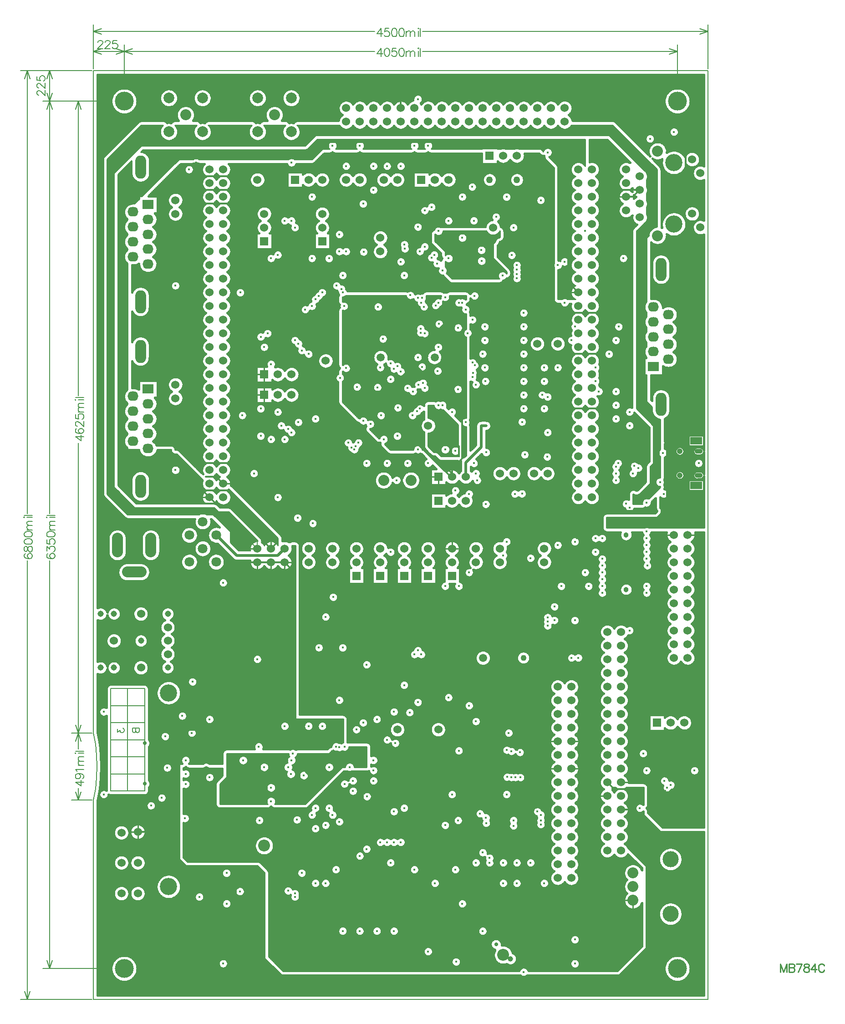
<source format=gbr>
%FSTAX23Y23*%
%MOIN*%
%SFA1B1*%

%IPPOS*%
%ADD10C,0.015000*%
%ADD73C,0.010000*%
%ADD74C,0.007000*%
%ADD75C,0.008000*%
%ADD76C,0.012000*%
%ADD78C,0.020000*%
%ADD79C,0.005000*%
%ADD81C,0.006000*%
%ADD82C,0.060000*%
%ADD83C,0.126000*%
%ADD84C,0.059000*%
%ADD85C,0.035000*%
%ADD86R,0.087000X0.055000*%
%ADD87C,0.055000*%
%ADD88C,0.041000*%
%ADD89R,0.060000X0.060000*%
%ADD90R,0.060000X0.060000*%
%ADD91C,0.080000*%
%ADD92C,0.118000*%
%ADD93C,0.126000*%
%ADD94C,0.045000*%
%ADD95C,0.087000*%
%ADD96C,0.050000*%
%ADD97C,0.071000*%
%ADD98C,0.028000*%
%ADD99C,0.039000*%
%ADD100O,0.080000X0.070000*%
%ADD101R,0.080000X0.070000*%
%ADD102O,0.080000X0.180000*%
%ADD103O,0.180000X0.080000*%
%ADD104C,0.038000*%
%ADD105C,0.079000*%
%ADD106C,0.079000*%
%ADD107C,0.138000*%
%ADD108C,0.126000*%
%ADD109C,0.126000*%
%ADD110C,0.043000*%
%ADD111O,0.080000X0.170000*%
%ADD112C,0.016000*%
%LNmb784b-1*%
%LPD*%
G54D10*
X03956Y05888D02*
D01*
X03958Y05885*
X03961Y05882*
X03964Y05879*
X03967Y05877*
X03971Y05875*
X03972Y05875*
X03957D02*
D01*
X03956Y05879*
X03956Y05883*
X03955Y05887*
X03956Y05888*
X03944Y05938D02*
D01*
X03943Y05934*
X03942Y0593*
X03942Y05926*
X03942Y05922*
X03942Y05918*
X03943Y05914*
X03944Y05912*
X03928Y05925D02*
D01*
X03931Y05927*
X03934Y05929*
X03937Y05931*
X0394Y05934*
X03943Y05937*
X03944Y05938*
X03972Y05875D02*
D01*
X03968Y05872*
X03965Y0587*
X03962Y05868*
X03959Y05865*
X03956Y05862*
X03956Y05862*
X03944Y05738D02*
D01*
X03943Y05734*
X03942Y0573*
X03942Y05726*
X03942Y05722*
X03942Y05718*
X03943Y05714*
X03944Y0571*
X03945Y05706*
X03947Y05702*
X03948Y05698*
X0395Y05695*
X03952Y05692*
X03955Y05688*
X03957Y05685*
X0396Y05683*
X03963Y0568*
X03966Y05677*
X0397Y05675*
X03973Y05673*
X03977Y05673*
X03956Y05862D02*
D01*
X03956Y05865*
X03957Y05869*
X03957Y05873*
X03957Y05875*
X0393Y06124D02*
D01*
X03926Y06125*
X03922Y06127*
X03919Y06129*
X03915Y0613*
X03911Y06131*
X03907Y06131*
X03903Y06132*
X03899Y06132*
X03895Y06132*
X03891Y06131*
X03887Y06131*
X03883Y0613*
X03879Y06128*
X03876Y06127*
X03872Y06125*
X03869Y06123*
X03865Y06121*
X03862Y06118*
X03859Y06115*
X03856Y06113*
X03854Y06109*
X03852Y06106*
X03849Y06103*
X03848Y06099*
X03846Y06096*
X03845Y06092*
X03844Y06088*
X03843Y06084*
X03842Y0608*
X03842Y06076*
X03842Y06072*
X03842Y06068*
X03843Y06064*
X03844Y0606*
X03845Y06056*
X03846Y06052*
X03848Y06049*
X0385Y06045*
X03852Y06042*
X03855Y06039*
X03857Y06036*
X0386Y06033*
X03863Y0603*
X03866Y06028*
X0387Y06026*
X03872Y06025*
X03944Y05912D02*
D01*
X03941Y05914*
X03938Y05917*
X03935Y0592*
X03932Y05922*
X03928Y05924*
X03928Y05925*
X03872Y05825D02*
D01*
X03868Y05822*
X03865Y0582*
X03862Y05818*
X03859Y05815*
X03856Y05812*
X03854Y05809*
X03851Y05806*
X03849Y05802*
X03847Y05798*
X03846Y05795*
X03845Y05791*
X03844Y05787*
X03843Y05783*
X03842Y05779*
X03842Y05775*
X03842Y05771*
X03843Y05767*
X03843Y05763*
X03844Y05759*
X03845Y05756*
X03847Y05752*
X03849Y05748*
X03851Y05745*
X03853Y05741*
X03855Y05738*
X03858Y05735*
X03861Y05732*
X03864Y0573*
X03867Y05727*
X0387Y05725*
X03874Y05723*
X03877Y05722*
X03881Y0572*
X03885Y05719*
X03889Y05718*
X03893Y05718*
X03897Y05717*
X03901Y05717*
X03905Y05717*
X03909Y05718*
X03913Y05719*
X03916Y0572*
X0392Y05721*
X03924Y05723*
X03928Y05725*
X03931Y05727*
X03934Y05729*
X03937Y05731*
X0394Y05734*
X03943Y05737*
X03944Y05738*
X03952Y05648D02*
D01*
X0395Y05646*
X03949Y05644*
X03947Y05642*
X03946Y0564*
X03945Y05638*
X03944Y05636*
X03943Y05634*
X03943Y05632*
X03942Y0563*
X03942Y05627*
X03942Y05625*
X03943Y05625*
X03952Y05648D02*
D01*
X0395Y05646*
X03949Y05644*
X03947Y05642*
X03946Y0564*
X03945Y05638*
X03944Y05636*
X03943Y05634*
X03943Y05632*
X03942Y0563*
X03942Y05627*
X03942Y05625*
X03943Y05625*
X03915Y05425D02*
D01*
X03914Y05427*
X03914Y0543*
X03914Y05432*
X03913Y05434*
X03912Y05437*
X03911Y05439*
X0391Y05441*
X03909Y05444*
X03908Y05446*
X03906Y05448*
X03904Y0545*
X03903Y05451*
X03901Y05453*
X03899Y05454*
X03897Y05456*
X03894Y05457*
X03892Y05458*
X0389Y05459*
X03887Y05459*
X03885Y0546*
X03882Y0546*
X0388Y0546*
X03877*
X03875Y0546*
X03872Y0546*
X0387Y05459*
X03867Y05459*
X03865Y05458*
X03863Y05457*
X03861Y05456*
X03858Y05454*
X03856Y05453*
X03854Y05451*
X03853Y0545*
X03851Y05448*
X03849Y05446*
X03848Y05444*
X03847Y05441*
X03846Y05439*
X03845Y05437*
X03844Y05434*
X03843Y05432*
X03843Y0543*
X03843Y05427*
X03843Y05425*
X03843Y05422*
X03843Y05419*
X03843Y05417*
X03844Y05415*
X03845Y05412*
X03846Y0541*
X03847Y05408*
X03848Y05405*
X03849Y05403*
X03851Y05401*
X03853Y05399*
X03854Y05398*
X03856Y05396*
X03858Y05395*
X03861Y05393*
X03863Y05392*
X03865Y05391*
X03867Y0539*
X0387Y0539*
X03872Y05389*
X03875Y05389*
X03877Y05389*
X0388*
X03882Y05389*
X03885Y05389*
X03887Y0539*
X0389Y0539*
X03892Y05391*
X03894Y05392*
X03897Y05393*
X03899Y05395*
X03901Y05396*
X03903Y05398*
X03904Y05399*
X03906Y05401*
X03908Y05403*
X03909Y05405*
X0391Y05408*
X03911Y0541*
X03912Y05412*
X03913Y05415*
X03914Y05417*
X03914Y05419*
X03914Y05422*
X03915Y05425*
X03872Y06025D02*
D01*
X03868Y06022*
X03865Y0602*
X03862Y06018*
X03859Y06015*
X03856Y06012*
X03854Y06009*
X03851Y06006*
X03849Y06002*
X03847Y05998*
X03846Y05995*
X03845Y05991*
X03844Y05987*
X03843Y05983*
X03842Y05979*
X03842Y05975*
X03842Y05971*
X03843Y05967*
X03843Y05963*
X03844Y05959*
X03845Y05956*
X03847Y05952*
X03849Y05948*
X03851Y05945*
X03853Y05941*
X03855Y05938*
X03858Y05935*
X03861Y05932*
X03864Y0593*
X03867Y05927*
X0387Y05925*
X03872Y05925*
D01*
X03868Y05922*
X03865Y0592*
X03862Y05918*
X03859Y05915*
X03856Y05912*
X03854Y05909*
X03851Y05906*
X03849Y05902*
X03847Y05898*
X03846Y05895*
X03845Y05891*
X03844Y05887*
X03843Y05883*
X03842Y05879*
X03842Y05875*
X03842Y05871*
X03843Y05867*
X03843Y05863*
X03844Y05859*
X03845Y05856*
X03847Y05852*
X03849Y05848*
X03851Y05845*
X03853Y05841*
X03855Y05838*
X03858Y05835*
X03861Y05832*
X03864Y0583*
X03867Y05827*
X0387Y05825*
X03872Y05825*
X03881Y04925D02*
D01*
X0388Y04927*
X0388Y0493*
X0388Y04932*
X03879Y04934*
X03878Y04937*
X03877Y04939*
X03876Y04941*
X03875Y04944*
X03874Y04946*
X03872Y04948*
X0387Y0495*
X03869Y04951*
X03867Y04953*
X03865Y04954*
X03863Y04956*
X0386Y04957*
X03858Y04958*
X03856Y04959*
X03853Y04959*
X03851Y0496*
X03848Y0496*
X03846Y0496*
X03843*
X03841Y0496*
X03838Y0496*
X03836Y04959*
X03833Y04959*
X03831Y04958*
X03829Y04957*
X03827Y04956*
X03824Y04954*
X03822Y04953*
X0382Y04951*
X03819Y0495*
X03817Y04948*
X03815Y04946*
X03814Y04944*
X03813Y04941*
X03812Y04939*
X03811Y04937*
X0381Y04934*
X03809Y04932*
X03809Y0493*
X03809Y04927*
X03809Y04925*
X03809Y04922*
X03809Y04919*
X03809Y04917*
X0381Y04915*
X03811Y04912*
X03812Y0491*
X03813Y04908*
X03814Y04905*
X03815Y04903*
X03817Y04901*
X03819Y04899*
X0382Y04898*
X03822Y04896*
X03824Y04895*
X03827Y04893*
X03829Y04892*
X03831Y04891*
X03833Y0489*
X03836Y0489*
X03838Y04889*
X03841Y04889*
X03843Y04889*
X03846*
X03848Y04889*
X03851Y04889*
X03853Y0489*
X03856Y0489*
X03858Y04891*
X0386Y04892*
X03863Y04893*
X03865Y04895*
X03867Y04896*
X03869Y04898*
X0387Y04899*
X03872Y04901*
X03874Y04903*
X03875Y04905*
X03876Y04908*
X03877Y0491*
X03878Y04912*
X03879Y04915*
X0388Y04917*
X0388Y04919*
X0388Y04922*
X03881Y04925*
X03861Y04825D02*
D01*
X0386Y04827*
X0386Y0483*
X0386Y04832*
X03859Y04834*
X03858Y04837*
X03857Y04839*
X03856Y04841*
X03855Y04844*
X03854Y04846*
X03852Y04848*
X0385Y0485*
X03849Y04851*
X03847Y04853*
X03845Y04854*
X03843Y04856*
X0384Y04857*
X03838Y04858*
X03836Y04859*
X03833Y04859*
X03831Y0486*
X03828Y0486*
X03826Y0486*
X03823*
X03821Y0486*
X03818Y0486*
X03816Y04859*
X03813Y04859*
X03811Y04858*
X03809Y04857*
X03807Y04856*
X03804Y04854*
X03802Y04853*
X038Y04851*
X03799Y0485*
X03797Y04848*
X03795Y04846*
X03794Y04844*
X03793Y04841*
X03792Y04839*
X03791Y04837*
X0379Y04834*
X03789Y04832*
X03789Y0483*
X03789Y04827*
X03789Y04825*
X03789Y04822*
X03789Y04819*
X03789Y04817*
X0379Y04815*
X03791Y04812*
X03792Y0481*
X03793Y04808*
X03794Y04805*
X03795Y04803*
X03797Y04801*
X03799Y04799*
X038Y04798*
X03802Y04796*
X03804Y04795*
X03807Y04793*
X03809Y04792*
X03811Y04791*
X03813Y0479*
X03816Y0479*
X03818Y04789*
X03821Y04789*
X03823Y04789*
X03826*
X03828Y04789*
X03831Y04789*
X03833Y0479*
X03836Y0479*
X03838Y04791*
X0384Y04792*
X03843Y04793*
X03845Y04795*
X03847Y04796*
X03849Y04798*
X0385Y04799*
X03852Y04801*
X03854Y04803*
X03855Y04805*
X03856Y04808*
X03857Y0481*
X03858Y04812*
X03859Y04815*
X0386Y04817*
X0386Y04819*
X0386Y04822*
X03861Y04825*
X0381Y04725D02*
D01*
X03809Y04727*
X03809Y0473*
X03809Y04732*
X03808Y04734*
X03807Y04737*
X03806Y04739*
X03805Y04741*
X03804Y04744*
X03803Y04746*
X03801Y04748*
X03799Y0475*
X03798Y04751*
X03796Y04753*
X03794Y04754*
X03792Y04756*
X03789Y04757*
X03787Y04758*
X03785Y04759*
X03782Y04759*
X0378Y0476*
X03777Y0476*
X03775Y0476*
X03772*
X0377Y0476*
X03767Y0476*
X03765Y04759*
X03762Y04759*
X0376Y04758*
X03758Y04757*
X03756Y04756*
X03753Y04754*
X03751Y04753*
X03749Y04751*
X03748Y0475*
X03746Y04748*
X03744Y04746*
X03743Y04744*
X03742Y04741*
X03741Y04739*
X0374Y04737*
X03739Y04734*
X03738Y04732*
X03738Y0473*
X03738Y04727*
X03738Y04725*
X03738Y04722*
X03738Y04719*
X03738Y04717*
X03739Y04715*
X0374Y04712*
X03741Y0471*
X03742Y04708*
X03743Y04705*
X03744Y04703*
X03746Y04701*
X03748Y04699*
X03749Y04698*
X03751Y04696*
X03753Y04695*
X03756Y04693*
X03758Y04692*
X0376Y04691*
X03762Y0469*
X03765Y0469*
X03767Y04689*
X0377Y04689*
X03772Y04689*
X03775*
X03777Y04689*
X0378Y04689*
X03782Y0469*
X03785Y0469*
X03787Y04691*
X03789Y04692*
X03792Y04693*
X03794Y04695*
X03796Y04696*
X03798Y04698*
X03799Y04699*
X03801Y04701*
X03803Y04703*
X03804Y04705*
X03805Y04708*
X03806Y0471*
X03807Y04712*
X03808Y04715*
X03809Y04717*
X03809Y04719*
X03809Y04722*
X0381Y04725*
X03711Y04625D02*
D01*
X0371Y04627*
X0371Y0463*
X0371Y04632*
X03709Y04634*
X03708Y04637*
X03707Y04639*
X03706Y04641*
X03705Y04644*
X03704Y04646*
X03702Y04648*
X03701Y04649*
D01*
X03702Y04652*
X03704Y04656*
X03705Y0466*
X03706Y04664*
X03706Y04668*
X03707Y04671*
X03707Y04675*
X03701Y04601D02*
D01*
X03702Y04602*
X03704Y04604*
X03705Y04606*
X03706Y04609*
X03707Y04611*
X03708Y04613*
X03709Y04616*
X03709Y04618*
X0371Y0462*
X0371Y04623*
X03711Y04625*
X03707Y04575D02*
D01*
X03706Y04579*
X03706Y04583*
X03705Y04587*
X03704Y0459*
X03703Y04594*
X03701Y04598*
X03701Y04601*
X03678Y06025D02*
D01*
X03681Y06027*
X03684Y06029*
X03687Y06031*
X0369Y06034*
X03693Y06037*
X03695Y0604*
X03698Y06043*
X037Y06047*
X03702Y06051*
X03703Y06054*
X03704Y06058*
X03705Y06062*
X03706Y06066*
X03707Y0607*
X03707Y06074*
X03707Y06075*
Y05975D02*
D01*
X03706Y05979*
X03706Y05983*
X03705Y05987*
X03704Y0599*
X03703Y05994*
X03701Y05998*
X037Y06002*
X03698Y06005*
X03695Y06009*
X03693Y06012*
X0369Y06015*
X03687Y06018*
X03684Y0602*
X03681Y06023*
X03678Y06025*
Y05925D02*
D01*
X03681Y05927*
X03684Y05929*
X03687Y05931*
X0369Y05934*
X03693Y05937*
X03695Y0594*
X03698Y05943*
X037Y05947*
X03702Y05951*
X03703Y05954*
X03704Y05958*
X03705Y05962*
X03706Y05966*
X03707Y0597*
X03707Y05974*
X03707Y05975*
Y05875D02*
D01*
X03706Y05879*
X03706Y05883*
X03705Y05887*
X03704Y0589*
X03703Y05894*
X03701Y05898*
X037Y05902*
X03698Y05905*
X03695Y05909*
X03693Y05912*
X0369Y05915*
X03687Y05918*
X03684Y0592*
X03681Y05923*
X03678Y05925*
Y05825D02*
D01*
X03681Y05827*
X03684Y05829*
X03687Y05831*
X0369Y05834*
X03693Y05837*
X03695Y0584*
X03698Y05843*
X037Y05847*
X03702Y05851*
X03703Y05854*
X03704Y05858*
X03705Y05862*
X03706Y05866*
X03707Y0587*
X03707Y05874*
X03707Y05875*
Y05775D02*
D01*
X03706Y05779*
X03706Y05783*
X03705Y05787*
X03704Y0579*
X03703Y05794*
X03701Y05798*
X037Y05802*
X03698Y05805*
X03695Y05809*
X03693Y05812*
X0369Y05815*
X03687Y05818*
X03684Y0582*
X03681Y05823*
X03678Y05825*
X03707Y06075D02*
D01*
X03706Y06079*
X03706Y06083*
X03705Y06087*
X03704Y0609*
X03703Y06094*
X03701Y06098*
X037Y06102*
X03698Y06105*
X03695Y06109*
X03693Y06112*
X0369Y06115*
X03687Y06118*
X03684Y0612*
X03681Y06123*
X03678Y06125*
X03674Y06127*
X0367Y06128*
X03666Y0613*
X03663Y06131*
X03659Y06132*
X03655Y06132*
X03651Y06132*
X03646*
X03642Y06132*
X03638Y06132*
X03634Y06131*
X03632Y0613*
X03678Y05725D02*
D01*
X03681Y05727*
X03684Y05729*
X03687Y05731*
X0369Y05734*
X03693Y05737*
X03695Y0574*
X03698Y05743*
X037Y05747*
X03702Y05751*
X03703Y05754*
X03704Y05758*
X03705Y05762*
X03706Y05766*
X03707Y0577*
X03707Y05774*
X03707Y05775*
Y05675D02*
D01*
X03706Y05679*
X03706Y05683*
X03705Y05687*
X03704Y0569*
X03703Y05694*
X03701Y05698*
X037Y05702*
X03698Y05705*
X03695Y05709*
X03693Y05712*
X0369Y05715*
X03687Y05718*
X03684Y0572*
X03681Y05723*
X03678Y05725*
Y05625D02*
D01*
X03681Y05627*
X03684Y05629*
X03687Y05631*
X0369Y05634*
X03693Y05637*
X03695Y0564*
X03698Y05643*
X037Y05647*
X03702Y05651*
X03703Y05654*
X03704Y05658*
X03705Y05662*
X03706Y05666*
X03707Y0567*
X03707Y05674*
X03707Y05675*
Y05575D02*
D01*
X03706Y05579*
X03706Y05583*
X03705Y05587*
X03704Y0559*
X03703Y05594*
X03701Y05598*
X037Y05602*
X03698Y05605*
X03695Y05609*
X03693Y05612*
X0369Y05615*
X03687Y05618*
X03684Y0562*
X03681Y05623*
X03678Y05625*
Y05525D02*
D01*
X03681Y05527*
X03684Y05529*
X03687Y05531*
X0369Y05534*
X03693Y05537*
X03695Y0554*
X03698Y05543*
X037Y05547*
X03702Y05551*
X03703Y05554*
X03704Y05558*
X03705Y05562*
X03706Y05566*
X03707Y0557*
X03707Y05574*
X03707Y05575*
Y05475D02*
D01*
X03706Y05479*
X03706Y05483*
X03705Y05487*
X03704Y0549*
X03703Y05494*
X03701Y05498*
X037Y05502*
X03698Y05505*
X03695Y05509*
X03693Y05512*
X0369Y05515*
X03687Y05518*
X03684Y0552*
X03681Y05523*
X03678Y05525*
Y05425D02*
D01*
X03681Y05427*
X03684Y05429*
X03687Y05431*
X0369Y05434*
X03693Y05437*
X03695Y0544*
X03698Y05443*
X037Y05447*
X03702Y05451*
X03703Y05454*
X03704Y05458*
X03705Y05462*
X03706Y05466*
X03707Y0547*
X03707Y05474*
X03707Y05475*
Y05375D02*
D01*
X03706Y05379*
X03706Y05383*
X03705Y05387*
X03704Y0539*
X03703Y05394*
X03701Y05398*
X037Y05402*
X03698Y05405*
X03695Y05409*
X03693Y05412*
X0369Y05415*
X03687Y05418*
X03684Y0542*
X03681Y05423*
X03678Y05425*
Y05325D02*
D01*
X03681Y05327*
X03684Y05329*
X03687Y05331*
X0369Y05334*
X03693Y05337*
X03695Y0534*
X03698Y05343*
X037Y05347*
X03702Y05351*
X03703Y05354*
X03704Y05358*
X03705Y05362*
X03706Y05366*
X03707Y0537*
X03707Y05374*
X03707Y05375*
Y05275D02*
D01*
X03706Y05279*
X03706Y05283*
X03705Y05287*
X03704Y0529*
X03703Y05294*
X03701Y05298*
X037Y05302*
X03698Y05305*
X03695Y05309*
X03693Y05312*
X0369Y05315*
X03687Y05318*
X03684Y0532*
X03681Y05323*
X03678Y05325*
Y05225D02*
D01*
X03681Y05227*
X03684Y05229*
X03687Y05231*
X0369Y05234*
X03693Y05237*
X03695Y0524*
X03698Y05243*
X037Y05247*
X03702Y05251*
X03703Y05254*
X03704Y05258*
X03705Y05262*
X03706Y05266*
X03707Y0527*
X03707Y05274*
X03707Y05275*
Y05175D02*
D01*
X03706Y05179*
X03706Y05183*
X03705Y05187*
X03704Y0519*
X03703Y05194*
X03701Y05198*
X037Y05202*
X03698Y05205*
X03695Y05209*
X03693Y05212*
X0369Y05215*
X03687Y05218*
X03684Y0522*
X03681Y05223*
X03678Y05225*
Y05125D02*
D01*
X03681Y05127*
X03684Y05129*
X03687Y05131*
X0369Y05134*
X03693Y05137*
X03695Y0514*
X03698Y05143*
X037Y05147*
X03702Y05151*
X03703Y05154*
X03704Y05158*
X03705Y05162*
X03706Y05166*
X03707Y0517*
X03707Y05174*
X03707Y05175*
X03368Y05408D02*
D01*
X03368Y05405*
X03368Y05403*
X03368Y05401*
X03369Y05399*
X03369Y05397*
X0337Y05395*
X03368Y05408D02*
D01*
X03368Y05405*
X03368Y05403*
X03368Y05401*
X03369Y05399*
X03369Y05397*
X0337Y05395*
D01*
X03368Y05392*
X03367Y0539*
X03366Y05388*
X03365Y05385*
X03364Y05383*
X03364Y05381*
X03364Y05378*
X03363Y05376*
X03363Y05373*
X03364Y05371*
X03364Y05368*
X03365Y05366*
X03365Y05363*
X03366Y05361*
X03367Y05359*
X03368Y05356*
X0337Y05355*
X03368Y05125D02*
D01*
X03368Y05122*
X03368Y0512*
X03368Y05118*
X03369Y05116*
X03369Y05114*
X0337Y05111*
X03371Y05109*
X03372Y05108*
X03374Y05106*
X03375Y05104*
X03376Y05102*
X03378Y05101*
X0338Y05099*
X03382Y05098*
X03384Y05097*
X03385Y05096*
X03388Y05095*
X0339Y05094*
X03392Y05093*
X03394Y05093*
X03396Y05093*
X03398Y05093*
X034Y05093*
X03368Y05125D02*
D01*
X03368Y05122*
X03368Y0512*
X03368Y05118*
X03369Y05116*
X03369Y05114*
X0337Y05111*
X03371Y05109*
X03372Y05108*
X03374Y05106*
X03375Y05104*
X03376Y05102*
X03378Y05101*
X0338Y05099*
X03382Y05098*
X03384Y05097*
X03385Y05096*
X03388Y05095*
X0339Y05094*
X03392Y05093*
X03394Y05093*
X03396Y05093*
X03398Y05093*
X034Y05093*
X0337Y05355D02*
D01*
X03369Y05352*
X03368Y0535*
X03367Y05348*
X03367Y05346*
X03367Y05343*
X03368Y05342*
X0337Y05355D02*
D01*
X03369Y05352*
X03368Y0535*
X03367Y05348*
X03367Y05346*
X03367Y05343*
X03368Y05342*
X03707Y05075D02*
D01*
X03706Y05079*
X03706Y05083*
X03705Y05087*
X03704Y0509*
X03703Y05094*
X03701Y05098*
X037Y05102*
X03698Y05105*
X03695Y05109*
X03693Y05112*
X0369Y05115*
X03687Y05118*
X03684Y0512*
X03681Y05123*
X03678Y05125*
Y05025D02*
D01*
X03681Y05027*
X03684Y05029*
X03687Y05031*
X0369Y05034*
X03693Y05037*
X03695Y0504*
X03698Y05043*
X037Y05047*
X03702Y05051*
X03703Y05054*
X03704Y05058*
X03705Y05062*
X03706Y05066*
X03707Y0507*
X03707Y05074*
X03707Y05075*
X036Y05047D02*
D01*
X03602Y05043*
X03604Y0504*
X03606Y05037*
X03609Y05034*
X03612Y05031*
X03615Y05029*
X03618Y05026*
X03622Y05025*
X03707Y04975D02*
D01*
X03706Y04979*
X03706Y04983*
X03705Y04987*
X03704Y0499*
X03703Y04994*
X03701Y04998*
X037Y05002*
X03698Y05005*
X03695Y05009*
X03693Y05012*
X0369Y05015*
X03687Y05018*
X03684Y0502*
X03681Y05023*
X03678Y05025*
Y04925D02*
D01*
X03681Y04927*
X03684Y04929*
X03687Y04931*
X0369Y04934*
X03693Y04937*
X03695Y0494*
X03698Y04943*
X037Y04947*
X03702Y04951*
X03703Y04954*
X03704Y04958*
X03705Y04962*
X03706Y04966*
X03707Y0497*
X03707Y04974*
X03707Y04975*
Y04875D02*
D01*
X03706Y04879*
X03706Y04883*
X03705Y04887*
X03704Y0489*
X03703Y04894*
X03701Y04898*
X037Y04902*
X03698Y04905*
X03695Y04909*
X03693Y04912*
X0369Y04915*
X03687Y04918*
X03684Y0492*
X03681Y04923*
X03678Y04925*
X03622Y05025D02*
D01*
X03618Y05022*
X03615Y0502*
X03612Y05018*
X03609Y05015*
X03606Y05012*
X03604Y05009*
X03601Y05006*
X036Y05003*
X03578Y05025D02*
D01*
X03581Y05027*
X03584Y05029*
X03587Y05031*
X0359Y05034*
X03593Y05037*
X03595Y0504*
X03598Y05043*
X036Y05047*
X03495Y05093D02*
D01*
X03493Y05089*
X03493Y05085*
X03492Y05081*
X03492Y05077*
X03492Y05073*
X03492Y05069*
X03492Y05065*
X03493Y05061*
X03494Y05057*
X03496Y05053*
X03497Y05049*
X03499Y05046*
X03501Y05042*
X03504Y05039*
X03506Y05036*
X03509Y05033*
X03512Y0503*
X03515Y05028*
X03519Y05025*
X03522Y05025*
X036Y05003D02*
D01*
X03597Y05006*
X03595Y05009*
X03593Y05012*
X0359Y05015*
X03587Y05018*
X03584Y0502*
X03581Y05023*
X03578Y05025*
X03522D02*
D01*
X03518Y05022*
X03515Y0502*
X03512Y05018*
X03509Y05015*
X03506Y05012*
X03504Y05009*
X03501Y05006*
X03499Y05002*
X03497Y04998*
X03496Y04995*
X03495Y04991*
X03494Y04987*
X03493Y04983*
X03492Y04979*
X03492Y04975*
X03492Y04971*
X03493Y04967*
X03493Y04963*
X03494Y04959*
X03495Y04956*
X03497Y04952*
X03499Y04949*
D01*
X03497Y04947*
X03495Y04945*
X03494Y04943*
X03493Y0494*
X03492Y04938*
X03491Y04936*
X0349Y04933*
X0349Y04931*
X03489Y04929*
X03489Y04926*
X03489Y04924*
X03489Y04921*
X0349Y04919*
X0349Y04916*
X03491Y04914*
X03492Y04912*
X03493Y04909*
X03494Y04907*
X03495Y04905*
X03496Y04903*
X03498Y04901*
X03499Y04901*
D01*
X03497Y04897*
X03495Y04893*
X03494Y04889*
X03493Y04885*
X03493Y04881*
X03492Y04878*
X03492Y04874*
X03492Y0487*
X03493Y04866*
X03494Y04862*
X03494Y0486*
X03678Y04825D02*
D01*
X03681Y04827*
X03684Y04829*
X03687Y04831*
X0369Y04834*
X03693Y04837*
X03695Y0484*
X03698Y04843*
X037Y04847*
X03702Y04851*
X03703Y04854*
X03704Y04858*
X03705Y04862*
X03706Y04866*
X03707Y0487*
X03707Y04874*
X03707Y04875*
Y04775D02*
D01*
X03706Y04779*
X03706Y04783*
X03705Y04787*
X03704Y0479*
X03703Y04794*
X03701Y04798*
X037Y04802*
X03698Y04805*
X03695Y04809*
X03693Y04812*
X0369Y04815*
X03687Y04818*
X03684Y0482*
X03681Y04823*
X03678Y04825*
Y04725D02*
D01*
X03681Y04727*
X03684Y04729*
X03687Y04731*
X0369Y04734*
X03693Y04737*
X03695Y0474*
X03698Y04743*
X037Y04747*
X03702Y04751*
X03703Y04754*
X03704Y04758*
X03705Y04762*
X03706Y04766*
X03707Y0477*
X03707Y04774*
X03707Y04775*
Y04675D02*
D01*
X03706Y04679*
X03706Y04683*
X03705Y04687*
X03704Y0469*
X03703Y04694*
X03701Y04698*
X037Y04702*
X03698Y04705*
X03695Y04709*
X03693Y04712*
X0369Y04715*
X03687Y04718*
X03684Y0472*
X03681Y04723*
X03678Y04725*
X036Y04747D02*
D01*
X03602Y04743*
X03604Y0474*
X03606Y04737*
X03609Y04734*
X03612Y04731*
X03615Y04729*
X03618Y04726*
X03622Y04725*
D01*
X03618Y04722*
X03615Y0472*
X03612Y04718*
X03609Y04715*
X03606Y04712*
X03604Y04709*
X03601Y04706*
X036Y04703*
X03578Y04725D02*
D01*
X03581Y04727*
X03584Y04729*
X03587Y04731*
X0359Y04734*
X03593Y04737*
X03595Y0474*
X03598Y04743*
X036Y04747*
X03494Y0479D02*
D01*
X03493Y04786*
X03492Y04782*
X03492Y04778*
X03492Y04773*
X03492Y04769*
X03492Y04765*
X03493Y04761*
X03494Y04758*
X03495Y04754*
X03497Y0475*
X03499Y04746*
X03501Y04743*
X03503Y0474*
X03506Y04736*
X03509Y04734*
X03511Y04731*
X03515Y04728*
X03518Y04726*
X03522Y04725*
X036Y04703D02*
D01*
X03597Y04706*
X03595Y04709*
X03593Y04712*
X0359Y04715*
X03587Y04718*
X03584Y0472*
X03581Y04723*
X03578Y04725*
X03522D02*
D01*
X03518Y04722*
X03515Y0472*
X03512Y04718*
X03509Y04715*
X03506Y04712*
X03504Y04709*
X03501Y04706*
X03499Y04702*
X03497Y04698*
X03496Y04695*
X03495Y04691*
X03494Y04687*
X03493Y04683*
X03492Y04679*
X03492Y04675*
X03492Y04671*
X03493Y04667*
X03493Y04663*
X03494Y04659*
X03495Y04656*
X03497Y04652*
X03499Y04648*
X03501Y04645*
X03503Y04641*
X03505Y04638*
X03508Y04635*
X03511Y04632*
X03514Y0463*
X03517Y04627*
X0352Y04625*
X03522Y04625*
D01*
X03518Y04622*
X03515Y0462*
X03512Y04618*
X03509Y04615*
X03506Y04612*
X03504Y04609*
X03501Y04606*
X03499Y04602*
X03497Y04598*
X03496Y04595*
X03495Y04591*
X03494Y04587*
X03493Y04583*
X03492Y04579*
X03492Y04575*
X03492Y04571*
X03493Y04567*
X03493Y04563*
X03494Y04559*
X03495Y04556*
X03497Y04552*
X03499Y04548*
X03501Y04545*
X03503Y04541*
X03505Y04538*
X03508Y04535*
X03511Y04532*
X03514Y0453*
X03517Y04527*
X0352Y04525*
X03522Y04525*
X03415Y05093D02*
D01*
X03415Y0509*
X03416Y05088*
X03417Y05085*
X03418Y05083*
X03419Y05081*
X0342Y05079*
X03422Y05077*
X03424Y05075*
X03425Y05073*
X03427Y05072*
X03429Y0507*
X03431Y05069*
X03433Y05068*
X03436Y05067*
X03438Y05066*
X0344Y05065*
X03443Y05064*
X03445Y05064*
X03448Y05064*
X0345Y05064*
X03453Y05064*
X03455Y05064*
X03458Y05065*
X0346Y05065*
X03462Y05066*
X03465Y05067*
X03467Y05068*
X03469Y0507*
X03471Y05071*
X03473Y05073*
X03475Y05074*
X03477Y05076*
X03478Y05078*
X0348Y0508*
X03481Y05082*
X03482Y05085*
X03483Y05087*
X03484Y05089*
X03484Y05092*
X03485Y05093*
X03494Y0486D02*
D01*
X03491Y04859*
X03489Y04858*
X03486Y04857*
X03484Y04856*
X03482Y04855*
X0348Y04854*
X03478Y04853*
X03476Y04851*
X03474Y04849*
X03472Y04847*
X03471Y04846*
X03469Y04843*
X03468Y04841*
X03467Y04839*
X03466Y04837*
X03465Y04834*
X03465Y04832*
X03464Y0483*
X03464Y04827*
X03464Y04825*
X03464Y04822*
X03464Y0482*
X03465Y04817*
X03465Y04815*
X03466Y04813*
X03467Y0481*
X03468Y04808*
X03469Y04806*
X03471Y04804*
X03472Y04802*
X03474Y048*
X03476Y04798*
X03478Y04797*
X0348Y04795*
X03482Y04794*
X03484Y04793*
X03486Y04792*
X03488Y04791*
X03491Y0479*
X03493Y0479*
X03494Y0479*
X03457Y048D02*
D01*
X03456Y04804*
X03456Y04808*
X03455Y04812*
X03454Y04815*
X03453Y04819*
X03451Y04823*
X0345Y04827*
X03448Y0483*
X03445Y04834*
X03443Y04837*
X0344Y0484*
X03437Y04843*
X03434Y04845*
X03431Y04848*
X03428Y0485*
X03424Y04852*
X0342Y04853*
X03416Y04855*
X03413Y04856*
X03409Y04857*
X03405Y04857*
X03401Y04857*
X03396*
X03392Y04857*
X03388Y04857*
X03384Y04856*
X03381Y04855*
X03377Y04853*
X03373Y04852*
X0337Y0485*
X03366Y04848*
X03363Y04845*
X0336Y04843*
X03357Y0484*
X03354Y04837*
X03352Y04834*
X03349Y0483*
X03347Y04827*
X03346Y04823*
X03344Y04819*
X03343Y04815*
X03342Y04812*
X03341Y04808*
X03341Y04804*
X03341Y048*
X03341Y04795*
X03341Y04791*
X03342Y04787*
X03343Y04784*
X03344Y0478*
X03346Y04776*
X03347Y04772*
X03349Y04769*
X03352Y04765*
X03354Y04762*
X03357Y04759*
X0336Y04756*
X03363Y04754*
X03366Y04751*
X0337Y04749*
X03373Y04747*
X03377Y04746*
X03381Y04744*
X03384Y04743*
X03388Y04742*
X03392Y04742*
X03396Y04742*
X03401*
X03405Y04742*
X03409Y04742*
X03413Y04743*
X03416Y04744*
X0342Y04746*
X03424Y04747*
X03428Y04749*
X03431Y04751*
X03434Y04754*
X03437Y04756*
X0344Y04759*
X03443Y04762*
X03445Y04765*
X03448Y04769*
X0345Y04772*
X03451Y04776*
X03453Y0478*
X03454Y04784*
X03455Y04787*
X03456Y04791*
X03456Y04795*
X03457Y048*
X03435Y04625D02*
D01*
X03434Y04627*
X03434Y0463*
X03434Y04632*
X03433Y04634*
X03432Y04637*
X03431Y04639*
X0343Y04641*
X03429Y04644*
X03428Y04646*
X03426Y04648*
X03424Y0465*
X03423Y04651*
X03421Y04653*
X03419Y04654*
X03417Y04656*
X03414Y04657*
X03412Y04658*
X0341Y04659*
X03407Y04659*
X03405Y0466*
X03402Y0466*
X034Y0466*
X03397*
X03395Y0466*
X03392Y0466*
X0339Y04659*
X03387Y04659*
X03385Y04658*
X03383Y04657*
X03381Y04656*
X03378Y04654*
X03376Y04653*
X03374Y04651*
X03373Y0465*
X03371Y04648*
X03369Y04646*
X03368Y04644*
X03367Y04641*
X03366Y04639*
X03365Y04637*
X03364Y04634*
X03363Y04632*
X03363Y0463*
X03363Y04627*
X03363Y04625*
X03363Y04622*
X03363Y04619*
X03363Y04617*
X03364Y04615*
X03365Y04612*
X03366Y0461*
X03367Y04608*
X03368Y04605*
X03369Y04603*
X03371Y04601*
X03373Y04599*
X03374Y04598*
X03376Y04596*
X03378Y04595*
X03381Y04593*
X03383Y04592*
X03385Y04591*
X03387Y0459*
X0339Y0459*
X03392Y04589*
X03395Y04589*
X03397Y04589*
X034*
X03402Y04589*
X03405Y04589*
X03407Y0459*
X0341Y0459*
X03412Y04591*
X03414Y04592*
X03417Y04593*
X03419Y04595*
X03421Y04596*
X03423Y04598*
X03424Y04599*
X03426Y04601*
X03428Y04603*
X03429Y04605*
X0343Y04608*
X03431Y0461*
X03432Y04612*
X03433Y04615*
X03434Y04617*
X03434Y04619*
X03434Y04622*
X03435Y04625*
X03943Y04331D02*
D01*
X0394Y04332*
X03938Y04333*
X03936Y04334*
X03933Y04334*
X03931Y04335*
X03928Y04335*
X03926Y04335*
X03923Y04335*
X03921Y04335*
X03918Y04335*
X03916Y04334*
X03914Y04334*
X03911Y04333*
X03909Y04332*
X03907Y04331*
X03905Y04329*
X03903Y04328*
X03901Y04326*
X03899Y04324*
X03897Y04323*
X03896Y04321*
X03894Y04319*
X03893Y04316*
X03892Y04314*
X03891Y04312*
X0389Y04309*
X03889Y04307*
X03889Y04305*
X03889Y04302*
X03889Y043*
X03889Y04297*
X03889Y04295*
X03889Y04292*
X0389Y0429*
X03891Y04287*
X03892Y04285*
X03893Y04283*
X03894Y04281*
X03895Y04279*
X03897Y04277*
X03899Y04275*
X039Y04273*
X03902Y04271*
X03904Y0427*
X03907Y04269*
X03909Y04267*
X03911Y04266*
X03913Y04265*
X03916Y04265*
X03918Y04264*
X03921Y04264*
X03923Y04264*
X03926Y04264*
X03928Y04264*
X03931Y04264*
X03933Y04265*
X03935Y04265*
X03938Y04266*
X0394Y04267*
X03942Y04268*
X03944Y0427*
X03946Y04271*
X03948Y04273*
X0395Y04275*
X03952Y04276*
X03953Y04278*
X03955Y0428*
X03956Y04283*
X03957Y04285*
X03958Y04287*
X03959Y0429*
X0396Y04292*
X0396Y04294*
X03961Y042D02*
D01*
X0396Y04202*
X0396Y04205*
X0396Y04207*
X03959Y04209*
X03958Y04212*
X03957Y04214*
X03956Y04216*
X03955Y04219*
X03954Y04221*
X03952Y04223*
X0395Y04225*
X03949Y04226*
X03947Y04228*
X03945Y04229*
X03943Y04231*
X0394Y04232*
X03938Y04233*
X03936Y04234*
X03933Y04234*
X03931Y04235*
X03928Y04235*
X03926Y04235*
X03923*
X03921Y04235*
X03918Y04235*
X03916Y04234*
X03913Y04234*
X03911Y04233*
X03909Y04232*
X03907Y04231*
X03904Y04229*
X03902Y04228*
X039Y04226*
X03899Y04225*
X03897Y04223*
X03895Y04221*
X03894Y04219*
X03893Y04216*
X03892Y04214*
X03891Y04212*
X0389Y04209*
X03889Y04207*
X03889Y04205*
X03889Y04202*
X03889Y042*
X03889Y04197*
X03889Y04194*
X03889Y04192*
X0389Y0419*
X03891Y04187*
X03892Y04185*
X03893Y04183*
X03894Y0418*
X03895Y04178*
X03897Y04176*
X03899Y04174*
X039Y04173*
X03902Y04171*
X03904Y0417*
X03907Y04168*
X03909Y04167*
X03911Y04166*
X03913Y04165*
X03916Y04165*
X03918Y04164*
X03921Y04164*
X03923Y04164*
X03926*
X03928Y04164*
X03931Y04164*
X03933Y04165*
X03936Y04165*
X03938Y04166*
X0394Y04167*
X03943Y04168*
X03945Y0417*
X03947Y04171*
X03949Y04173*
X0395Y04174*
X03952Y04176*
X03954Y04178*
X03955Y0418*
X03956Y04183*
X03957Y04185*
X03958Y04187*
X03959Y0419*
X0396Y04192*
X0396Y04194*
X0396Y04197*
X03961Y042*
X04052Y03923D02*
D01*
X0405Y03921*
X04049Y03919*
X04047Y03917*
X04046Y03915*
X04045Y03913*
X04044Y03911*
X04043Y03909*
X04043Y03907*
X04042Y03905*
X04042Y03902*
X04042Y039*
X04043Y039*
X04052Y03923D02*
D01*
X0405Y03921*
X04049Y03919*
X04047Y03917*
X04046Y03915*
X04045Y03913*
X04044Y03911*
X04043Y03909*
X04043Y03907*
X04042Y03905*
X04042Y03902*
X04042Y039*
X04043Y039*
X04025Y0389D02*
D01*
X04024Y03892*
X04024Y03895*
X04024Y03897*
X04023Y03899*
X04022Y03902*
X04021Y03904*
X0402Y03906*
X04019Y03909*
X04018Y03911*
X04016Y03913*
X04014Y03915*
X04013Y03916*
X04011Y03918*
X04009Y03919*
X04007Y03921*
X04004Y03922*
X04002Y03923*
X04Y03924*
X03997Y03924*
X03995Y03925*
X03992Y03925*
X0399Y03925*
X03989Y03925*
X03985Y03855D02*
D01*
X03987Y03854*
X03989Y03854*
X03992Y03854*
X03994Y03854*
X03997Y03855*
X03999Y03855*
X04002Y03856*
X04004Y03857*
X04006Y03858*
X04008Y03859*
X0401Y03861*
X04012Y03862*
X04014Y03864*
X04016Y03866*
X04017Y03868*
X04019Y0387*
X0402Y03872*
X04021Y03874*
X04022Y03876*
X04023Y03878*
X04024Y03881*
X04024Y03883*
X04025Y03886*
X04025Y03888*
X04025Y0389*
X03989Y03925D02*
D01*
X03987Y03926*
X03985Y03928*
X03984Y0393*
X03982Y03932*
X0398Y03933*
X03978Y03935*
X03976Y03936*
X03973Y03937*
X03971Y03938*
X03969Y03938*
X03966Y03939*
X03964Y03939*
X03962Y0394*
X03959Y0394*
X03957Y0394*
X03954Y03939*
X03952Y03939*
X03949Y03938*
X03947Y03937*
X03945Y03937*
X03943Y03935*
X03941Y03934*
X03939Y03933*
X03937Y03931*
X03935Y0393*
X03933Y03928*
X03932Y03926*
X0393Y03924*
X03929Y03922*
X03928Y0392*
X03927Y03917*
X03926Y03915*
X03925Y03913*
X03925Y0391*
X03924Y03908*
X03924Y03905*
X03924Y03903*
X03925Y039*
X03925Y03898*
X03925Y03896*
X03926Y03893*
X03927Y03891*
X03928Y03889*
X03929Y03887*
X03931Y03885*
X03932Y03883*
X03933Y03881*
D01*
X0393Y03879*
X03928Y03878*
X03926Y03876*
X03925Y03875*
X03923Y03873*
X03921Y03871*
X0392Y03869*
X03919Y03867*
X03918Y03865*
X03917Y03862*
X03916Y0386*
X03915Y03858*
X03915Y03855*
X03914Y03853*
X03914Y0385*
X03914Y03848*
X03914Y03845*
X03915Y03843*
X03915Y03841*
X03916Y03838*
X03917Y03836*
X03918Y03834*
X03919Y03831*
X0392Y03829*
X03922Y03827*
X03924Y03826*
X03925Y03824*
X03927Y03822*
X03929Y03821*
X03931Y03819*
X03933Y03818*
X03936Y03817*
X03938Y03816*
X0394Y03815*
X03943Y03815*
X03945Y03814*
X03947Y03814*
X0395Y03814*
X03952Y03814*
X03955Y03815*
X03957Y03815*
X0396Y03816*
X03962Y03816*
X03964Y03817*
X03967Y03819*
X03969Y0382*
X03971Y03821*
X03973Y03823*
X03974Y03824*
X03976Y03826*
X03978Y03828*
X03979Y0383*
X0398Y03832*
X03981Y03834*
X03982Y03837*
X03983Y03839*
X03984Y03841*
X03984Y03844*
X03985Y03846*
X03985Y03849*
X03986Y0385*
X03861Y0445D02*
D01*
X0386Y04452*
X0386Y04455*
X0386Y04457*
X03859Y04459*
X03858Y04462*
X03857Y04464*
X03856Y04466*
X03855Y04469*
X03854Y04471*
X03852Y04473*
X0385Y04475*
X03849Y04476*
X03847Y04478*
X03845Y04479*
X03843Y04481*
X0384Y04482*
X03838Y04483*
X03836Y04484*
X03833Y04484*
X03831Y04485*
X03828Y04485*
X03826Y04485*
X03823*
X03821Y04485*
X03818Y04485*
X03816Y04484*
X03813Y04484*
X03811Y04483*
X03809Y04482*
X03807Y04481*
X03804Y04479*
X03802Y04478*
X038Y04476*
X03799Y04475*
X03797Y04473*
X03795Y04471*
X03794Y04469*
X03793Y04466*
X03792Y04464*
X03791Y04462*
X0379Y04459*
X03789Y04457*
X03789Y04455*
X03789Y04452*
X03789Y0445*
X03789Y04447*
X03789Y04444*
X03789Y04442*
X0379Y0444*
X03791Y04437*
X03792Y04435*
X03793Y04433*
X03794Y0443*
X03795Y04428*
X03797Y04426*
X03799Y04424*
X038Y04423*
X03802Y04421*
X03804Y0442*
X03807Y04418*
X03809Y04417*
X03811Y04416*
X03813Y04415*
X03816Y04415*
X03818Y04414*
X03821Y04414*
X03823Y04414*
X03826*
X03828Y04414*
X03831Y04414*
X03833Y04415*
X03836Y04415*
X03838Y04416*
X0384Y04417*
X03843Y04418*
X03845Y0442*
X03847Y04421*
X03849Y04423*
X0385Y04424*
X03852Y04426*
X03854Y04428*
X03855Y0443*
X03856Y04433*
X03857Y04435*
X03858Y04437*
X03859Y0444*
X0386Y04442*
X0386Y04444*
X0386Y04447*
X03861Y0445*
Y0435D02*
D01*
X0386Y04352*
X0386Y04355*
X0386Y04357*
X03859Y04359*
X03858Y04362*
X03857Y04364*
X03856Y04366*
X03855Y04369*
X03854Y04371*
X03852Y04373*
X0385Y04375*
X03849Y04376*
X03847Y04378*
X03845Y04379*
X03843Y04381*
X0384Y04382*
X03838Y04383*
X03836Y04384*
X03833Y04384*
X03831Y04385*
X03828Y04385*
X03826Y04385*
X03823*
X03821Y04385*
X03818Y04385*
X03816Y04384*
X03813Y04384*
X03811Y04383*
X03809Y04382*
X03807Y04381*
X03804Y04379*
X03802Y04378*
X038Y04376*
X03799Y04375*
X03797Y04373*
X03795Y04371*
X03794Y04369*
X03793Y04366*
X03792Y04364*
X03791Y04362*
X0379Y04359*
X03789Y04357*
X03789Y04355*
X03789Y04352*
X03789Y0435*
X03789Y04347*
X03789Y04344*
X03789Y04342*
X0379Y0434*
X03791Y04337*
X03792Y04335*
X03793Y04333*
X03794Y0433*
X03795Y04328*
X03797Y04326*
X03799Y04324*
X038Y04323*
X03802Y04321*
X03804Y0432*
X03807Y04318*
X03809Y04317*
X03811Y04316*
X03813Y04315*
X03816Y04315*
X03818Y04314*
X03821Y04314*
X03823Y04314*
X03826*
X03828Y04314*
X03831Y04314*
X03833Y04315*
X03836Y04315*
X03838Y04316*
X0384Y04317*
X03843Y04318*
X03845Y0432*
X03847Y04321*
X03849Y04323*
X0385Y04324*
X03852Y04326*
X03854Y04328*
X03855Y0433*
X03856Y04333*
X03857Y04335*
X03858Y04337*
X03859Y0434*
X0386Y04342*
X0386Y04344*
X0386Y04347*
X03861Y0435*
Y0425D02*
D01*
X0386Y04252*
X0386Y04255*
X0386Y04257*
X03859Y04259*
X03858Y04262*
X03857Y04264*
X03856Y04266*
X03855Y04269*
X03854Y04271*
X03852Y04273*
X0385Y04275*
X03849Y04276*
X03847Y04278*
X03845Y04279*
X03843Y04281*
X0384Y04282*
X03838Y04283*
X03836Y04284*
X03833Y04284*
X03831Y04285*
X03828Y04285*
X03826Y04285*
X03823*
X03821Y04285*
X03818Y04285*
X03816Y04284*
X03813Y04284*
X03811Y04283*
X03809Y04282*
X03807Y04281*
X03804Y04279*
X03802Y04278*
X038Y04276*
X03799Y04275*
X03797Y04273*
X03795Y04271*
X03794Y04269*
X03793Y04266*
X03792Y04264*
X03791Y04262*
X0379Y04259*
X03789Y04257*
X03789Y04255*
X03789Y04252*
X03789Y0425*
X03789Y04247*
X03789Y04244*
X03789Y04242*
X0379Y0424*
X03791Y04237*
X03792Y04235*
X03793Y04233*
X03794Y0423*
X03795Y04228*
X03797Y04226*
X03799Y04224*
X038Y04223*
X03802Y04221*
X03804Y0422*
X03807Y04218*
X03809Y04217*
X03811Y04216*
X03813Y04215*
X03816Y04215*
X03818Y04214*
X03821Y04214*
X03823Y04214*
X03826*
X03828Y04214*
X03831Y04214*
X03833Y04215*
X03836Y04215*
X03838Y04216*
X0384Y04217*
X03843Y04218*
X03845Y0422*
X03847Y04221*
X03849Y04223*
X0385Y04224*
X03852Y04226*
X03854Y04228*
X03855Y0423*
X03856Y04233*
X03857Y04235*
X03858Y04237*
X03859Y0424*
X0386Y04242*
X0386Y04244*
X0386Y04247*
X03861Y0425*
X0386Y03895D02*
D01*
X03862Y03896*
X03863Y03898*
X03865Y03899*
X03867Y03901*
X03869Y03903*
X0387Y03905*
X03871Y03907*
X03872Y0391*
X03873Y03912*
X03874Y03914*
X03875Y03917*
X03875Y03919*
X03875Y03922*
X03876Y03924*
X03876Y03925*
D01*
X03875Y03927*
X03875Y0393*
X03875Y03932*
X03874Y03934*
X03873Y03937*
X03872Y03939*
X03871Y03941*
X0387Y03944*
X03869Y03946*
X03867Y03948*
X03865Y0395*
X03864Y03951*
X03862Y03953*
X0386Y03954*
X03858Y03956*
X03855Y03957*
X03853Y03958*
X03851Y03959*
X03848Y03959*
X03846Y0396*
X03843Y0396*
X03841Y0396*
X03838*
X03836Y0396*
X03833Y0396*
X03831Y03959*
X03828Y03959*
X03826Y03958*
X03824Y03957*
X03822Y03956*
X03819Y03954*
X03817Y03953*
X03815Y03951*
X03814Y0395*
X03812Y03948*
X0381Y03946*
X03809Y03944*
X03808Y03941*
X03807Y03939*
X03806Y03937*
X03805Y03934*
X03804Y03932*
X03805Y0393*
X0385Y03875D02*
D01*
X03851Y03876*
X03853Y03878*
X03854Y0388*
X03855Y03882*
X03857Y03885*
X03858Y03887*
X03858Y03889*
X03859Y03892*
X03859Y03894*
X0386Y03895*
X03861Y0385D02*
D01*
X0386Y03852*
X0386Y03855*
X0386Y03857*
X03859Y03859*
X03858Y03862*
X03857Y03864*
X03856Y03866*
X03855Y03869*
X03854Y03871*
X03852Y03873*
X0385Y03875*
X0385Y03875*
Y03825D02*
D01*
X03851Y03826*
X03853Y03828*
X03854Y0383*
X03855Y03832*
X03857Y03835*
X03858Y03837*
X03858Y03839*
X03859Y03842*
X03859Y03844*
X0386Y03846*
X0386Y03849*
X03861Y0385*
X03805Y0393D02*
D01*
X03802Y03928*
X03801Y03926*
X03799Y03925*
X03797Y03923*
X03795Y03921*
X03794Y03919*
X03793Y03917*
X03792Y03914*
X03791Y03912*
X0379Y0391*
X03789Y03907*
X03789Y03905*
X03789Y03902*
X03788Y039*
X03789Y03897*
X03789Y03895*
X03789Y03892*
X0379Y0389*
X03791Y03887*
X03791Y03885*
X03793Y03883*
X03794Y03881*
X03795Y03878*
X03797Y03876*
X03798Y03875*
X038Y03875*
D01*
X03798Y03873*
X03796Y03871*
X03795Y03869*
X03794Y03867*
X03792Y03864*
X03791Y03862*
X03791Y0386*
X0379Y03857*
X0379Y03855*
X03789Y03853*
X03789Y0385*
X03789Y03848*
X03789Y03845*
X0379Y03843*
X0379Y0384*
X03791Y03838*
X03792Y03836*
X03793Y03833*
X03794Y03831*
X03796Y03829*
X03797Y03827*
X03799Y03825*
X038Y03825*
X04115Y036D02*
D01*
X04115Y03597*
X04115Y03595*
X04115Y03592*
X04116Y0359*
X04117Y03588*
X04118Y03585*
X04119Y03583*
X0412Y03581*
X04121Y03579*
X04123Y03577*
X04124Y03575*
X04125Y03575*
X0404Y03601D02*
D01*
X04042Y036*
X04044Y03599*
X04047Y03599*
X04049Y03599*
X04052Y03599*
X04054Y03599*
X04057Y036*
X04059Y036*
X04061Y03601*
X04064Y03602*
X04066Y03603*
X04068Y03604*
X0407Y03606*
X04072Y03607*
X04074Y03609*
X04076Y03611*
X04077Y03612*
X04079Y03614*
X0408Y03617*
X04081Y03619*
X04082Y03621*
X04083Y03623*
X04084Y03626*
X04084Y03628*
X04085Y03631*
X04085Y03633*
X04085Y03635*
X04019Y03592D02*
D01*
X04021Y03592*
X04023Y03592*
X04025Y03592*
X04027Y03593*
X04029Y03593*
X04032Y03594*
X04034Y03595*
X04035Y03596*
X04037Y03598*
X04039Y03599*
X0404Y03601*
X04019Y03592D02*
D01*
X04021Y03592*
X04023Y03592*
X04025Y03592*
X04027Y03593*
X04029Y03593*
X04032Y03594*
X04034Y03595*
X04035Y03596*
X04037Y03598*
X04039Y03599*
X0404Y03601*
X04407Y034D02*
D01*
X04406Y03404*
X04406Y03408*
X04405Y03412*
X04404Y03415*
X04404Y0342*
X04378Y0335D02*
D01*
X04381Y03352*
X04384Y03354*
X04387Y03356*
X0439Y03359*
X04393Y03362*
X04395Y03365*
X04398Y03368*
X044Y03372*
X04402Y03376*
X04403Y03379*
X04404Y03383*
X04405Y03387*
X04406Y03391*
X04407Y03395*
X04407Y03399*
X04407Y034*
X04196Y0342D02*
D01*
X04194Y03416*
X04193Y03412*
X04193Y03408*
X04192Y03404*
X04192Y034*
X04192Y03396*
X04192Y03392*
X04193Y03388*
X04194Y03384*
X04195Y0338*
X04197Y03376*
X04199Y03373*
X042Y03369*
X04203Y03366*
X04205Y03363*
X04208Y0336*
X04211Y03357*
X04214Y03354*
X04217Y03352*
X0422Y0335*
X04222Y0335*
X04075Y034D02*
D01*
X04076Y03401*
X04078Y03403*
X04079Y03405*
X0408Y03407*
X04082Y0341*
X04083Y03412*
X04083Y03414*
X04084Y03417*
X04084Y03419*
X04085Y0342*
X04015D02*
D01*
X04015Y03417*
X04016Y03415*
X04016Y03412*
X04017Y0341*
X04018Y03408*
X0402Y03406*
X04021Y03404*
X04022Y03402*
X04024Y034*
X04025Y034*
X04085Y03375D02*
D01*
X04084Y03377*
X04084Y0338*
X04084Y03382*
X04083Y03384*
X04082Y03387*
X04081Y03389*
X0408Y03391*
X04079Y03394*
X04078Y03396*
X04076Y03398*
X04075Y034*
Y0335D02*
D01*
X04076Y03351*
X04078Y03353*
X04079Y03355*
X0408Y03357*
X04082Y0336*
X04083Y03362*
X04083Y03364*
X04084Y03367*
X04084Y03369*
X04085Y03371*
X04085Y03374*
X04085Y03375*
X04025Y034D02*
D01*
X04023Y03398*
X04021Y03396*
X0402Y03394*
X04019Y03392*
X04017Y03389*
X04016Y03387*
X04016Y03385*
X04015Y03382*
X04015Y0338*
X04014Y03378*
X04014Y03375*
X04014Y03373*
X04014Y0337*
X04015Y03368*
X04015Y03365*
X04016Y03363*
X04017Y03361*
X04018Y03358*
X04019Y03356*
X04021Y03354*
X04022Y03352*
X04024Y0335*
X04025Y0335*
X03975Y03725D02*
D01*
X03973Y03726*
X03971Y03727*
X03969Y03728*
X03967Y03729*
X03965Y0373*
X03963Y03731*
X0396Y03731*
X03958Y03732*
X03956Y03732*
X03954Y03732*
X03952Y03732*
X03984Y0373D02*
D01*
X03981Y03729*
X03979Y03727*
X03978Y03726*
X03976Y03725*
X03975Y03725*
X03952Y03732D02*
D01*
X03949Y03732*
X03947Y03731*
X03945Y03731*
X03943Y03731*
X0394Y0373*
X03938Y0373*
X03936Y03729*
X03934Y03728*
X03932Y03727*
X0393Y03725*
X03929Y03724*
X03927Y03722*
X03926Y03721*
X03924Y03719*
X03923Y03717*
X03922Y03715*
X03921Y03713*
X0392Y03711*
X03919Y03709*
X03918Y03707*
X03918Y03705*
X03918Y03703*
X03917Y037*
X03918Y037*
Y03659D02*
D01*
X03915Y0366*
X03913Y03661*
X03911Y03662*
X03908Y03662*
X03906Y03663*
X03903Y03663*
X03901Y03663*
X03898Y03663*
X03896Y03663*
X03893Y03663*
X03891Y03662*
X03889Y03662*
X03886Y03661*
X03884Y0366*
X03882Y03659*
X0388Y03657*
X03878Y03656*
X03876Y03654*
X03874Y03652*
X03872Y03651*
X03871Y03649*
X03869Y03647*
X03868Y03644*
X03867Y03642*
X03866Y0364*
X03865Y03637*
X03864Y03635*
X03864Y03633*
X03864Y0363*
X03864Y03628*
X03864Y03625*
X03864Y03623*
X03864Y0362*
X03865Y03618*
X03866Y03615*
X03867Y03613*
X03868Y03611*
X03869Y03609*
X0387Y03607*
X03872Y03605*
X03874Y03603*
X03875Y03601*
X03877Y03599*
X03879Y03598*
X03882Y03597*
X03884Y03595*
X03886Y03594*
X03888Y03593*
X0389Y03594*
D01*
X0389Y03591*
X03891Y03589*
X03892Y03586*
X03893Y03584*
X03894Y03582*
X03895Y0358*
X03896Y03578*
X03898Y03576*
X039Y03574*
X03902Y03572*
X03903Y03571*
X03906Y03569*
X03908Y03568*
X0391Y03567*
X03912Y03566*
X03915Y03565*
X03917Y03565*
X03919Y03564*
X03922Y03564*
X03924Y03564*
X03927Y03564*
X03929Y03564*
X03932Y03565*
X03934Y03565*
X03936Y03566*
X03939Y03567*
X03941Y03568*
X03943Y03569*
X03945Y03571*
X03947Y03572*
X03949Y03574*
X03951Y03576*
X03952Y03578*
X03954Y0358*
X03955Y03582*
X03956Y03584*
X03957Y03586*
X03958Y03588*
X03959Y03591*
X0396Y03592*
X03861Y038D02*
D01*
X0386Y03802*
X0386Y03805*
X0386Y03807*
X03859Y03809*
X03858Y03812*
X03857Y03814*
X03856Y03816*
X03855Y03819*
X03854Y03821*
X03852Y03823*
X0385Y03825*
X0385Y03825*
X038D02*
D01*
X03798Y03823*
X03796Y03821*
X03795Y03819*
X03794Y03817*
X03792Y03814*
X03791Y03812*
X03791Y0381*
X0379Y03807*
X0379Y03805*
X03789Y03803*
X03789Y038*
X03789Y03798*
X03789Y03795*
X0379Y03793*
X0379Y0379*
X03791Y03788*
X03792Y03786*
X03793Y03783*
X03794Y03781*
X03796Y03779*
X03797Y03777*
X03799Y03775*
X038Y03774*
X03802Y03772*
X03804Y03771*
X03806Y03769*
X03808Y03768*
X03811Y03767*
X03813Y03766*
X03815Y03765*
X03818Y03765*
X0382Y03764*
X03823Y03764*
X03825Y03764*
X03828Y03764*
X0383Y03765*
X03832Y03765*
X03835Y03766*
X03837Y03766*
X03839Y03767*
X03842Y03769*
X03844Y0377*
X03846Y03771*
X03848Y03773*
X0385Y03775*
X03851Y03776*
X03853Y03778*
X03854Y0378*
X03855Y03782*
X03857Y03785*
X03858Y03787*
X03858Y03789*
X03859Y03792*
X03859Y03794*
X0386Y03796*
X0386Y03799*
X03861Y038*
X03947Y034D02*
D01*
X03946Y03403*
X03946Y03406*
X03945Y03409*
X03945Y03412*
X03944Y03416*
X03942Y03419*
X03942Y0342*
X03759Y0356D02*
D01*
X03756Y03559*
X03754Y03559*
X03751Y03559*
X03749Y03558*
X03747Y03557*
X03744Y03556*
X03742Y03555*
X0374Y03554*
X03738Y03553*
X03736Y03551*
X03734Y0355*
X03732Y03548*
X03731Y03546*
X03729Y03544*
X03728Y03542*
X03727Y0354*
X03726Y03538*
X03725Y03535*
X03725Y03533*
X03724Y03531*
X03724Y03528*
X03724Y03526*
X03724Y03525*
X03759Y0356D02*
D01*
X03756Y03559*
X03754Y03559*
X03751Y03559*
X03749Y03558*
X03747Y03557*
X03744Y03556*
X03742Y03555*
X0374Y03554*
X03738Y03553*
X03736Y03551*
X03734Y0355*
X03732Y03548*
X03731Y03546*
X03729Y03544*
X03728Y03542*
X03727Y0354*
X03726Y03538*
X03725Y03535*
X03725Y03533*
X03724Y03531*
X03724Y03528*
X03724Y03526*
X03724Y03525*
Y03455D02*
D01*
X03724Y03452*
X03724Y0345*
X03724Y03447*
X03725Y03445*
X03726Y03443*
X03727Y0344*
X03728Y03438*
X03729Y03436*
X0373Y03434*
X03732Y03432*
X03733Y0343*
X03735Y03428*
X03737Y03427*
X03739Y03425*
X03741Y03424*
X03743Y03423*
X03745Y03422*
X03748Y03421*
X0375Y03421*
X03752Y0342*
X03755Y0342*
X03757Y0342*
X03759Y0342*
X03724Y03455D02*
D01*
X03724Y03452*
X03724Y0345*
X03724Y03447*
X03725Y03445*
X03726Y03443*
X03727Y0344*
X03728Y03438*
X03729Y03436*
X0373Y03434*
X03732Y03432*
X03733Y0343*
X03735Y03428*
X03737Y03427*
X03739Y03425*
X03741Y03424*
X03743Y03423*
X03745Y03422*
X03748Y03421*
X0375Y03421*
X03752Y0342*
X03755Y0342*
X03757Y0342*
X03759Y0342*
X03858D02*
D01*
X03856Y03417*
X03855Y03413*
X03854Y0341*
X03854Y03407*
X03853Y03404*
X03853Y03401*
X03853Y03397*
X03853Y03394*
X03854Y03391*
X03854Y03388*
X03855Y03385*
X03857Y03382*
X03858Y03379*
X03859Y03376*
X03861Y03373*
X03863Y03371*
X03865Y03368*
X03868Y03366*
X0387Y03364*
X03873Y03362*
X03875Y0336*
X03878Y03358*
X03881Y03357*
X03884Y03356*
X03887Y03355*
X0389Y03354*
X03893Y03353*
X03897Y03353*
X039Y03353*
X03903Y03353*
X03906Y03353*
X0391Y03354*
X03913Y03355*
X03916Y03356*
X03919Y03357*
X03922Y03359*
X03925Y0336*
X03927Y03362*
X0393Y03364*
X03932Y03366*
X03934Y03369*
X03936Y03371*
X03938Y03374*
X0394Y03377*
X03942Y0338*
X03943Y03382*
X03944Y03386*
X03945Y03389*
X03945Y03392*
X03946Y03395*
X03946Y03398*
X03947Y034*
X03736Y0445D02*
D01*
X03735Y04452*
X03735Y04455*
X03735Y04457*
X03734Y04459*
X03733Y04462*
X03732Y04464*
X03731Y04466*
X0373Y04469*
X03729Y04471*
X03727Y04473*
X03725Y04475*
X03724Y04476*
X03722Y04478*
X0372Y04479*
X03718Y04481*
X03715Y04482*
X03713Y04483*
X03711Y04484*
X03708Y04484*
X03707Y04485*
X03701Y04549D02*
D01*
X03702Y04552*
X03704Y04556*
X03705Y0456*
X03706Y04564*
X03706Y04568*
X03707Y04571*
X03707Y04575*
X03711Y04525D02*
D01*
X0371Y04527*
X0371Y0453*
X0371Y04532*
X03709Y04534*
X03708Y04537*
X03707Y04539*
X03706Y04541*
X03705Y04544*
X03704Y04546*
X03702Y04548*
X03701Y04549*
Y04501D02*
D01*
X03702Y04502*
X03704Y04504*
X03705Y04506*
X03706Y04509*
X03707Y04511*
X03708Y04513*
X03709Y04516*
X03709Y04518*
X0371Y0452*
X0371Y04523*
X03711Y04525*
X03707Y04485D02*
D01*
X03706Y04488*
X03705Y04492*
X03703Y04496*
X03702Y045*
X03701Y04501*
X03691Y04416D02*
D01*
X03693Y04415*
X03695Y04415*
X03698Y04414*
X037Y04414*
X03703Y04414*
X03705Y04415*
X03708Y04415*
X0371Y04416*
X03712Y04417*
X03714Y04418*
X03717Y04419*
X03719Y0442*
X03721Y04421*
X03723Y04423*
X03724Y04425*
X03726Y04427*
X03728Y04428*
X03729Y0443*
X0373Y04433*
X03731Y04435*
X03732Y04437*
X03733Y04439*
X03734Y04442*
X03734Y04444*
X03735Y04447*
X03735Y04449*
X03736Y0445*
X03707Y04375D02*
D01*
X03706Y04379*
X03706Y04383*
X03705Y04387*
X03704Y0439*
X03703Y04394*
X03701Y04398*
X037Y04402*
X03698Y04405*
X03695Y04409*
X03693Y04412*
X0369Y04415*
X03691Y04416*
X03678Y04325D02*
D01*
X03681Y04327*
X03684Y04329*
X03687Y04331*
X0369Y04334*
X03693Y04337*
X03695Y0434*
X03698Y04343*
X037Y04347*
X03702Y04351*
X03703Y04354*
X03704Y04358*
X03705Y04362*
X03706Y04366*
X03707Y0437*
X03707Y04374*
X03707Y04375*
X036Y04347D02*
D01*
X03602Y04343*
X03604Y0434*
X03606Y04337*
X03609Y04334*
X03612Y04331*
X03615Y04329*
X03618Y04326*
X03622Y04325*
X03578D02*
D01*
X03581Y04327*
X03584Y04329*
X03587Y04331*
X0359Y04334*
X03593Y04337*
X03595Y0434*
X03598Y04343*
X036Y04347*
X03707Y04275D02*
D01*
X03706Y04279*
X03706Y04283*
X03705Y04287*
X03704Y0429*
X03703Y04294*
X03701Y04298*
X037Y04302*
X03698Y04305*
X03695Y04309*
X03693Y04312*
X0369Y04315*
X03687Y04318*
X03684Y0432*
X03681Y04323*
X03678Y04325*
X03622D02*
D01*
X03618Y04322*
X03615Y0432*
X03612Y04318*
X03609Y04315*
X03606Y04312*
X03604Y04309*
X03601Y04306*
X036Y04303*
X03678Y04225D02*
D01*
X03681Y04227*
X03684Y04229*
X03687Y04231*
X0369Y04234*
X03693Y04237*
X03695Y0424*
X03698Y04243*
X037Y04247*
X03702Y04251*
X03703Y04254*
X03704Y04258*
X03705Y04262*
X03706Y04266*
X03707Y0427*
X03707Y04274*
X03707Y04275*
Y04175D02*
D01*
X03706Y04179*
X03706Y04183*
X03705Y04187*
X03704Y0419*
X03703Y04194*
X03701Y04198*
X037Y04202*
X03698Y04205*
X03695Y04209*
X03693Y04212*
X0369Y04215*
X03687Y04218*
X03684Y0422*
X03681Y04223*
X03678Y04225*
Y04125D02*
D01*
X03681Y04127*
X03684Y04129*
X03687Y04131*
X0369Y04134*
X03693Y04137*
X03695Y0414*
X03698Y04143*
X037Y04147*
X03702Y04151*
X03703Y04154*
X03704Y04158*
X03705Y04162*
X03706Y04166*
X03707Y0417*
X03707Y04174*
X03707Y04175*
Y04075D02*
D01*
X03706Y04079*
X03706Y04083*
X03705Y04087*
X03704Y0409*
X03703Y04094*
X03701Y04098*
X037Y04102*
X03698Y04105*
X03695Y04109*
X03693Y04112*
X0369Y04115*
X03687Y04118*
X03684Y0412*
X03681Y04123*
X03678Y04125*
Y04025D02*
D01*
X03681Y04027*
X03684Y04029*
X03687Y04031*
X0369Y04034*
X03693Y04037*
X03695Y0404*
X03698Y04043*
X037Y04047*
X03702Y04051*
X03703Y04054*
X03704Y04058*
X03705Y04062*
X03706Y04066*
X03707Y0407*
X03707Y04074*
X03707Y04075*
X03522Y04525D02*
D01*
X03518Y04522*
X03515Y0452*
X03512Y04518*
X03509Y04515*
X03506Y04512*
X03504Y04509*
X03501Y04506*
X03499Y04502*
X03497Y04498*
X03496Y04495*
X03495Y04491*
X03494Y04487*
X03493Y04483*
X03492Y04479*
X03492Y04475*
X03492Y04471*
X03493Y04467*
X03493Y04463*
X03494Y04459*
X03495Y04456*
X03497Y04452*
X03499Y04448*
X03501Y04445*
X03503Y04441*
X03505Y04438*
X03508Y04435*
X03511Y04432*
X03514Y0443*
X03517Y04427*
X0352Y04425*
X03522Y04425*
D01*
X03518Y04422*
X03515Y0442*
X03512Y04418*
X03509Y04415*
X03506Y04412*
X03504Y04409*
X03501Y04406*
X03499Y04402*
X03497Y04398*
X03496Y04395*
X03495Y04391*
X03494Y04387*
X03493Y04383*
X03492Y04379*
X03492Y04375*
X03492Y04371*
X03493Y04367*
X03493Y04363*
X03494Y04359*
X03495Y04356*
X03497Y04352*
X03499Y04348*
X03501Y04345*
X03503Y04341*
X03505Y04338*
X03508Y04335*
X03511Y04332*
X03514Y0433*
X03517Y04327*
X0352Y04325*
X03522Y04325*
X036Y04303D02*
D01*
X03597Y04306*
X03595Y04309*
X03593Y04312*
X0359Y04315*
X03587Y04318*
X03584Y0432*
X03581Y04323*
X03578Y04325*
X03522D02*
D01*
X03518Y04322*
X03515Y0432*
X03512Y04318*
X03509Y04315*
X03506Y04312*
X03504Y04309*
X03501Y04306*
X03499Y04302*
X03497Y04298*
X03496Y04295*
X03495Y04291*
X03494Y04287*
X03493Y04283*
X03492Y04279*
X03492Y04275*
X03492Y04271*
X03493Y04267*
X03493Y04263*
X03494Y04259*
X03495Y04256*
X03497Y04252*
X03499Y04248*
X03501Y04245*
X03503Y04241*
X03505Y04238*
X03508Y04235*
X03511Y04232*
X03514Y0423*
X03517Y04227*
X0352Y04225*
X03522Y04225*
D01*
X03518Y04222*
X03515Y0422*
X03512Y04218*
X03509Y04215*
X03506Y04212*
X03504Y04209*
X03501Y04206*
X03499Y04202*
X03497Y04198*
X03496Y04195*
X03495Y04191*
X03494Y04187*
X03493Y04183*
X03492Y04179*
X03492Y04175*
X03492Y04171*
X03493Y04167*
X03493Y04163*
X03494Y04159*
X03495Y04156*
X03497Y04152*
X03499Y04148*
X03501Y04145*
X03503Y04141*
X03505Y04138*
X03508Y04135*
X03511Y04132*
X03514Y0413*
X03517Y04127*
X0352Y04125*
X03522Y04125*
D01*
X03518Y04122*
X03515Y0412*
X03512Y04118*
X03509Y04115*
X03506Y04112*
X03504Y04109*
X03501Y04106*
X03499Y04102*
X03497Y04098*
X03496Y04095*
X03495Y04091*
X03494Y04087*
X03493Y04083*
X03492Y04079*
X03492Y04075*
X03492Y04071*
X03493Y04067*
X03493Y04063*
X03494Y04059*
X03495Y04056*
X03497Y04052*
X03499Y04048*
X03501Y04045*
X03503Y04041*
X03505Y04038*
X03508Y04035*
X03511Y04032*
X03514Y0403*
X03517Y04027*
X0352Y04025*
X03522Y04025*
X03707Y03975D02*
D01*
X03706Y03979*
X03706Y03983*
X03705Y03987*
X03704Y0399*
X03703Y03994*
X03701Y03998*
X037Y04002*
X03698Y04005*
X03695Y04009*
X03693Y04012*
X0369Y04015*
X03687Y04018*
X03684Y0402*
X03681Y04023*
X03678Y04025*
Y03925D02*
D01*
X03681Y03927*
X03684Y03929*
X03687Y03931*
X0369Y03934*
X03693Y03937*
X03695Y0394*
X03698Y03943*
X037Y03947*
X03702Y03951*
X03703Y03954*
X03704Y03958*
X03705Y03962*
X03706Y03966*
X03707Y0397*
X03707Y03974*
X03707Y03975*
Y03875D02*
D01*
X03706Y03879*
X03706Y03883*
X03705Y03887*
X03704Y0389*
X03703Y03894*
X03701Y03898*
X037Y03902*
X03698Y03905*
X03695Y03909*
X03693Y03912*
X0369Y03915*
X03687Y03918*
X03684Y0392*
X03681Y03923*
X03678Y03925*
Y03825D02*
D01*
X03681Y03827*
X03684Y03829*
X03687Y03831*
X0369Y03834*
X03693Y03837*
X03695Y0384*
X03698Y03843*
X037Y03847*
X03702Y03851*
X03703Y03854*
X03704Y03858*
X03705Y03862*
X03706Y03866*
X03707Y0387*
X03707Y03874*
X03707Y03875*
Y03775D02*
D01*
X03706Y03779*
X03706Y03783*
X03705Y03787*
X03704Y0379*
X03703Y03794*
X03701Y03798*
X037Y03802*
X03698Y03805*
X03695Y03809*
X03693Y03812*
X0369Y03815*
X03687Y03818*
X03684Y0382*
X03681Y03823*
X03678Y03825*
Y03725D02*
D01*
X03681Y03727*
X03684Y03729*
X03687Y03731*
X0369Y03734*
X03693Y03737*
X03695Y0374*
X03698Y03743*
X037Y03747*
X03702Y03751*
X03703Y03754*
X03704Y03758*
X03705Y03762*
X03706Y03766*
X03707Y0377*
X03707Y03774*
X03707Y03775*
X0376Y03375D02*
D01*
X03759Y03377*
X03759Y0338*
X03759Y03382*
X03758Y03384*
X03757Y03387*
X03756Y03389*
X03755Y03391*
X03754Y03394*
X03753Y03396*
X03751Y03398*
X03749Y034*
X03748Y03401*
X03746Y03403*
X03744Y03404*
X03742Y03406*
X03739Y03407*
X03737Y03408*
X03735Y03409*
X03732Y03409*
X0373Y0341*
X03727Y0341*
X03725Y0341*
X03722*
X0372Y0341*
X03717Y0341*
X03715Y03409*
X03712Y03409*
X0371Y03408*
X03708Y03407*
X03706Y03406*
X03703Y03404*
X03701Y03403*
X03699Y03401*
X037Y034*
X03707Y03675D02*
D01*
X03706Y03679*
X03706Y03683*
X03705Y03687*
X03704Y0369*
X03703Y03694*
X03701Y03698*
X037Y03702*
X03698Y03705*
X03695Y03709*
X03693Y03712*
X0369Y03715*
X03687Y03718*
X03684Y0372*
X03681Y03723*
X03678Y03725*
X036Y03647D02*
D01*
X03602Y03643*
X03604Y0364*
X03606Y03637*
X03609Y03634*
X03612Y03631*
X03615Y03629*
X03618Y03626*
X03622Y03624*
X03626Y03622*
X03629Y03621*
X03633Y0362*
X03637Y03619*
X03641Y03618*
X03645Y03617*
X03649Y03617*
X03653Y03617*
X03657Y03618*
X03661Y03618*
X03665Y03619*
X03668Y0362*
X03672Y03622*
X03676Y03624*
X03679Y03626*
X03683Y03628*
X03686Y0363*
X03689Y03633*
X03692Y03636*
X03694Y03639*
X03697Y03642*
X03699Y03645*
X03701Y03649*
X03702Y03652*
X03704Y03656*
X03705Y0366*
X03706Y03664*
X03706Y03668*
X03707Y03672*
X03707Y03675*
X03522Y04025D02*
D01*
X03518Y04022*
X03515Y0402*
X03512Y04018*
X03509Y04015*
X03506Y04012*
X03504Y04009*
X03501Y04006*
X03499Y04002*
X03497Y03998*
X03496Y03995*
X03495Y03991*
X03494Y03987*
X03493Y03983*
X03492Y03979*
X03492Y03975*
X03492Y03971*
X03493Y03967*
X03493Y03963*
X03494Y03959*
X03495Y03956*
X03497Y03952*
X03499Y03948*
X03501Y03945*
X03503Y03941*
X03505Y03938*
X03508Y03935*
X03511Y03932*
X03514Y0393*
X03517Y03927*
X0352Y03925*
X03522Y03925*
D01*
X03518Y03922*
X03515Y0392*
X03512Y03918*
X03509Y03915*
X03506Y03912*
X03504Y03909*
X03501Y03906*
X03499Y03902*
X03497Y03898*
X03496Y03895*
X03495Y03891*
X03494Y03887*
X03493Y03883*
X03492Y03879*
X03492Y03875*
X03492Y03871*
X03493Y03867*
X03493Y03863*
X03494Y03859*
X03495Y03856*
X03497Y03852*
X03499Y03848*
X03501Y03845*
X03503Y03841*
X03505Y03838*
X03508Y03835*
X03511Y03832*
X03514Y0383*
X03517Y03827*
X0352Y03825*
X03522Y03825*
D01*
X03518Y03822*
X03515Y0382*
X03512Y03818*
X03509Y03815*
X03506Y03812*
X03504Y03809*
X03501Y03806*
X03499Y03802*
X03497Y03798*
X03496Y03795*
X03495Y03791*
X03494Y03787*
X03493Y03783*
X03492Y03779*
X03492Y03775*
X03492Y03771*
X03493Y03767*
X03493Y03763*
X03494Y03759*
X03495Y03756*
X03497Y03752*
X03499Y03748*
X03501Y03745*
X03503Y03741*
X03505Y03738*
X03508Y03735*
X03511Y03732*
X03514Y0373*
X03517Y03727*
X0352Y03725*
X03522Y03725*
X03382Y0385D02*
D01*
X03381Y03854*
X03381Y03858*
X0338Y03862*
X03379Y03865*
X03378Y03869*
X03376Y03873*
X03375Y03877*
X03373Y0388*
X0337Y03884*
X03368Y03887*
X03365Y0389*
X03362Y03893*
X03359Y03895*
X03356Y03898*
X03353Y039*
X03349Y03902*
X03345Y03903*
X03341Y03905*
X03338Y03906*
X03334Y03907*
X0333Y03907*
X03326Y03907*
X03321*
X03317Y03907*
X03313Y03907*
X03309Y03906*
X03306Y03905*
X03302Y03903*
X03298Y03902*
X03295Y039*
X03291Y03898*
X03288Y03895*
X03285Y03893*
X03282Y0389*
X03279Y03887*
X03277Y03884*
X03274Y0388*
X03275Y03878*
Y03822D02*
D01*
X03277Y03818*
X03279Y03815*
X03281Y03812*
X03284Y03809*
X03287Y03806*
X0329Y03804*
X03293Y03801*
X03297Y03799*
X03301Y03797*
X03304Y03796*
X03308Y03795*
X03312Y03794*
X03316Y03793*
X0332Y03792*
X03324Y03792*
X03328Y03792*
X03332Y03793*
X03336Y03793*
X0334Y03794*
X03343Y03795*
X03347Y03797*
X03351Y03799*
X03354Y03801*
X03358Y03803*
X03361Y03805*
X03364Y03808*
X03367Y03811*
X03369Y03814*
X03372Y03817*
X03374Y0382*
X03376Y03824*
X03377Y03827*
X03379Y03831*
X0338Y03835*
X03381Y03839*
X03381Y03843*
X03382Y03847*
X03382Y0385*
X03522Y03725D02*
D01*
X03518Y03722*
X03515Y0372*
X03512Y03718*
X03509Y03715*
X03506Y03712*
X03504Y03709*
X03501Y03706*
X03499Y03702*
X03497Y03698*
X03496Y03695*
X03495Y03691*
X03494Y03687*
X03493Y03683*
X03492Y03679*
X03492Y03675*
X03492Y03671*
X03493Y03667*
X03493Y03663*
X03494Y03659*
X03495Y03656*
X03497Y03652*
X03499Y03648*
X03501Y03645*
X03503Y03641*
X03505Y03638*
X03508Y03635*
X03511Y03632*
X03514Y0363*
X03517Y03627*
X0352Y03625*
X03524Y03623*
X03527Y03622*
X03531Y0362*
X03535Y03619*
X03539Y03618*
X03543Y03618*
X03547Y03617*
X03551Y03617*
X03555Y03617*
X03559Y03618*
X03563Y03619*
X03566Y0362*
X0357Y03621*
X03574Y03623*
X03578Y03625*
X03581Y03627*
X03584Y03629*
X03587Y03631*
X0359Y03634*
X03593Y03637*
X03595Y0364*
X03598Y03643*
X036Y03647*
X0327Y06184D02*
D01*
X03271Y06182*
X03273Y06181*
X03275Y06179*
X03277Y06178*
X03279Y06177*
X03281Y06176*
X03283Y06175*
X03285Y06175*
X03287Y06174*
X0329Y06174*
X03292Y06174*
X03294Y06174*
X03296Y06174*
X03299Y06175*
X033Y06174D02*
D01*
X03299Y06171*
X03299Y06169*
X03299Y06167*
X03299Y06164*
X03299Y06162*
X03299Y0616*
X033Y06158*
X03301Y06155*
X03301Y06153*
X03302Y06151*
X03304Y06149*
X03305Y06147*
X03306Y06146*
X03308Y06144*
X03309Y06145*
X0327Y06184D02*
D01*
X03271Y06182*
X03273Y06181*
X03275Y06179*
X03277Y06178*
X03279Y06177*
X03281Y06176*
X03283Y06175*
X03285Y06175*
X03287Y06174*
X0329Y06174*
X03292Y06174*
X03294Y06174*
X03296Y06174*
X03299Y06175*
X03158D02*
D01*
X03157Y06179*
X03157Y06183*
X03156Y06187*
X03155Y0619*
X03155Y06193*
X033Y06174D02*
D01*
X03299Y06171*
X03299Y06169*
X03299Y06167*
X03299Y06164*
X03299Y06162*
X03299Y0616*
X033Y06158*
X03301Y06155*
X03301Y06153*
X03302Y06151*
X03304Y06149*
X03305Y06147*
X03306Y06146*
X03308Y06144*
X03309Y06145*
X0305Y06147D02*
D01*
X03052Y06143*
X03054Y0614*
X03056Y06137*
X03059Y06134*
X03062Y06131*
X03065Y06129*
X03068Y06126*
X03072Y06124*
X03076Y06122*
X03079Y06121*
X03083Y0612*
X03087Y06119*
X03091Y06118*
X03095Y06117*
X03099Y06117*
X03103Y06117*
X03107Y06118*
X03111Y06118*
X03115Y06119*
X03118Y0612*
X03122Y06122*
X03126Y06124*
X03129Y06126*
X03133Y06128*
X03136Y0613*
X03139Y06133*
X03142Y06136*
X03144Y06139*
X03147Y06142*
X03149Y06145*
X03151Y06149*
X03152Y06152*
X03154Y06156*
X03155Y0616*
X03156Y06164*
X03156Y06168*
X03157Y06172*
X03158Y06175*
X02957Y06136D02*
D01*
X02959Y06133*
X02962Y0613*
X02966Y06127*
X02969Y06125*
X02972Y06123*
X02976Y06121*
X0298Y0612*
X02984Y06119*
X02988Y06118*
X02992Y06117*
X02996Y06117*
X03Y06116*
X03004Y06117*
X03008Y06117*
X03012Y06118*
X03016Y06119*
X0302Y0612*
X03023Y06122*
X03027Y06123*
X0303Y06125*
X03034Y06128*
X03037Y0613*
X0304Y06133*
X03043Y06136*
X03045Y06139*
X03048Y06142*
X0305Y06146*
X0305Y06147*
X0331Y0585D02*
D01*
X03309Y05852*
X03309Y05855*
X03309Y05857*
X03308Y05859*
X03307Y05862*
X03306Y05864*
X03305Y05866*
X03304Y05869*
X03303Y05871*
X03301Y05873*
X03299Y05875*
X03298Y05876*
X03296Y05878*
X03294Y05879*
X03292Y05881*
X03289Y05882*
X03287Y05883*
X03285Y05884*
X03282Y05884*
X0328Y05885*
X03277Y05885*
X03275Y05885*
X03272*
X0327Y05885*
X03267Y05885*
X03265Y05884*
X03262Y05884*
X0326Y05883*
X03258Y05882*
X03256Y05881*
X03253Y05879*
X03251Y05878*
X03249Y05876*
X03248Y05875*
X03246Y05873*
X03244Y05871*
X03243Y05869*
X03242Y05866*
X03241Y05864*
X0324Y05862*
X03239Y05859*
X03238Y05857*
X03238Y05855*
X03238Y05852*
X03238Y0585*
X03238Y05847*
X03238Y05844*
X03238Y05842*
X03239Y0584*
X0324Y05837*
X03241Y05835*
X03242Y05833*
X03243Y0583*
X03244Y05828*
X03246Y05826*
X03248Y05824*
X03249Y05823*
X03251Y05821*
X03253Y0582*
X03256Y05818*
X03258Y05817*
X0326Y05816*
X03262Y05815*
X03265Y05815*
X03267Y05814*
X0327Y05814*
X03272Y05814*
X03275*
X03277Y05814*
X0328Y05814*
X03282Y05815*
X03285Y05815*
X03287Y05816*
X03289Y05817*
X03292Y05818*
X03294Y0582*
X03296Y05821*
X03298Y05823*
X03299Y05824*
X03301Y05826*
X03303Y05828*
X03304Y0583*
X03305Y05833*
X03306Y05835*
X03307Y05837*
X03308Y0584*
X03309Y05842*
X03309Y05844*
X03309Y05847*
X0331Y0585*
X03152Y06D02*
D01*
X03151Y06003*
X03151Y06007*
X0315Y0601*
X03149Y06014*
X03148Y06017*
X03147Y06021*
X03145Y06024*
X03144Y06027*
X03142Y0603*
X03139Y06033*
X03137Y06036*
X03134Y06038*
X03132Y0604*
X03129Y06043*
X03126Y06045*
X03122Y06046*
X03119Y06048*
X03116Y06049*
X03112Y0605*
X03109Y06051*
X03105Y06051*
X03101Y06051*
X03098*
X03094Y06051*
X0309Y06051*
X03087Y0605*
X03083Y06049*
X0308Y06048*
X03077Y06046*
X03074Y06045*
X0307Y06043*
X03067Y0604*
X03065Y06038*
X03062Y06036*
X0306Y06033*
X03057Y0603*
X03055Y06027*
X03054Y06024*
X03052Y06021*
X03051Y06017*
X0305Y06014*
X03049Y0601*
X03048Y06007*
X03048Y06003*
X03048Y06*
X03048Y05996*
X03048Y05992*
X03049Y05989*
X0305Y05985*
X03051Y05982*
X03052Y05978*
X03054Y05975*
X03055Y05972*
X03057Y05969*
X0306Y05966*
X03062Y05963*
X03065Y05961*
X03067Y05959*
X0307Y05956*
X03074Y05954*
X03077Y05953*
X0308Y05951*
X03083Y0595*
X03087Y05949*
X0309Y05948*
X03094Y05948*
X03098Y05948*
X03101*
X03105Y05948*
X03109Y05948*
X03112Y05949*
X03116Y0595*
X03119Y05951*
X03122Y05953*
X03126Y05954*
X03129Y05956*
X03132Y05959*
X03134Y05961*
X03137Y05963*
X03139Y05966*
X03142Y05969*
X03144Y05972*
X03145Y05975*
X03147Y05978*
X03148Y05982*
X03149Y05985*
X0315Y05989*
X03151Y05992*
X03151Y05996*
X03152Y06*
X03111Y0565D02*
D01*
X0311Y05652*
X0311Y05655*
X0311Y05657*
X03109Y05659*
X03108Y05662*
X03107Y05664*
X03106Y05666*
X03105Y05669*
X03104Y05671*
X03102Y05673*
X031Y05675*
X03099Y05676*
X03097Y05678*
X03095Y05679*
X03093Y05681*
X0309Y05682*
X03088Y05683*
X03086Y05684*
X03083Y05684*
X03081Y05685*
X03078Y05685*
X03076Y05685*
X03073*
X03071Y05685*
X03068Y05685*
X03066Y05684*
X03063Y05684*
X03061Y05683*
X03059Y05682*
X03057Y05681*
X03054Y05679*
X03052Y05678*
X0305Y05676*
X03049Y05675*
X03047Y05673*
X03045Y05671*
X03044Y05669*
X03043Y05666*
X03042Y05664*
X03041Y05662*
X0304Y05659*
X03039Y05657*
X03039Y05655*
X03039Y05652*
X03039Y0565*
X03039Y05647*
X03039Y05644*
X03039Y05642*
X0304Y0564*
X03041Y05637*
X03042Y05635*
X03043Y05633*
X03044Y0563*
X03045Y05628*
X03047Y05626*
X03049Y05624*
X0305Y05623*
X03052Y05621*
X03054Y0562*
X03057Y05618*
X03059Y05617*
X03061Y05616*
X03063Y05615*
X03066Y05615*
X03068Y05614*
X03071Y05614*
X03073Y05614*
X03076*
X03078Y05614*
X03081Y05614*
X03083Y05615*
X03086Y05615*
X03088Y05616*
X0309Y05617*
X03093Y05618*
X03095Y0562*
X03097Y05621*
X03099Y05623*
X031Y05624*
X03102Y05626*
X03104Y05628*
X03105Y0563*
X03106Y05633*
X03107Y05635*
X03108Y05637*
X03109Y0564*
X0311Y05642*
X0311Y05644*
X0311Y05647*
X03111Y0565*
X03098Y05448D02*
D01*
X03097Y0545*
X03097Y05453*
X03097Y05455*
X03096Y05457*
X03095Y0546*
X03094Y05462*
X03093Y05464*
X03092Y05467*
X03091Y05469*
X03089Y05471*
X03087Y05473*
X03086Y05474*
X03084Y05476*
X03082Y05477*
X0308Y05479*
X03077Y0548*
X03075Y05481*
X03073Y05482*
X0307Y05482*
X03068Y05483*
X03065Y05483*
X03063Y05483*
X0306*
X03058Y05483*
X03055Y05483*
X03053Y05482*
X0305Y05482*
X03048Y05481*
X03046Y0548*
X03044Y05479*
X03041Y05477*
X03039Y05476*
X03037Y05474*
X03036Y05473*
X03034Y05471*
X03032Y05469*
X03031Y05467*
X0303Y05464*
X03029Y05462*
X03028Y0546*
X03027Y05457*
X03026Y05455*
X03026Y05453*
X03026Y0545*
X03026Y05448*
X03026Y05445*
X03026Y05442*
X03026Y0544*
X03027Y05438*
X03028Y05435*
X03029Y05433*
X0303Y05431*
X03031Y05428*
X03032Y05426*
X03034Y05424*
X03036Y05422*
X03037Y05421*
X03039Y05419*
X03041Y05418*
X03044Y05416*
X03046Y05415*
X03048Y05414*
X0305Y05413*
X03053Y05413*
X03055Y05412*
X03058Y05412*
X0306Y05412*
X03063*
X03065Y05412*
X03068Y05412*
X0307Y05413*
X03073Y05413*
X03075Y05414*
X03077Y05415*
X0308Y05416*
X03082Y05418*
X03084Y05419*
X03086Y05421*
X03087Y05422*
X03089Y05424*
X03091Y05426*
X03092Y05428*
X03093Y05431*
X03094Y05433*
X03095Y05435*
X03096Y05438*
X03097Y0544*
X03097Y05442*
X03097Y05445*
X03098Y05448*
X0306Y05875D02*
D01*
X03059Y05877*
X03059Y0588*
X03059Y05882*
X03058Y05884*
X03057Y05887*
X03056Y05889*
X03055Y05891*
X03054Y05894*
X03053Y05896*
X03051Y05898*
X03049Y059*
X03048Y05901*
X03046Y05903*
X03044Y05904*
X03042Y05906*
X03039Y05907*
X03037Y05908*
X03035Y05909*
X03032Y05909*
X0303Y0591*
X03027Y0591*
X03025Y0591*
X03022*
X0302Y0591*
X03017Y0591*
X03015Y05909*
X03012Y05909*
X0301Y05908*
X03008Y05907*
X03006Y05906*
X03003Y05904*
X03001Y05903*
X02999Y05901*
X02998Y059*
X02996Y05898*
X02994Y05896*
X02993Y05894*
X02992Y05891*
X02991Y05889*
X0299Y05887*
X02989Y05884*
X02988Y05882*
X02988Y0588*
X02988Y05877*
X02988Y05875*
X02988Y05872*
X02988Y05869*
X02988Y05867*
X02989Y05865*
X0299Y05862*
X02991Y0586*
X02992Y05858*
X02993Y05855*
X02994Y05853*
X02996Y05851*
X02998Y05849*
X02999Y05848*
X03001Y05846*
X03003Y05845*
X03006Y05843*
X03008Y05842*
X0301Y05841*
X03012Y0584*
X03015Y0584*
X03017Y05839*
X0302Y05839*
X03022Y05839*
X03025*
X03027Y05839*
X0303Y05839*
X03032Y0584*
X03035Y0584*
X03037Y05841*
X03039Y05842*
X03042Y05843*
X03044Y05845*
X03046Y05846*
X03048Y05848*
X03049Y05849*
X03051Y05851*
X03053Y05853*
X03054Y05855*
X03055Y05858*
X03056Y0586*
X03057Y05862*
X03058Y05865*
X03059Y05867*
X03059Y05869*
X03059Y05872*
X0306Y05875*
X03007Y05625D02*
D01*
X03006Y05627*
X03006Y05629*
X03006Y05631*
X03005Y05633*
X03005Y05635*
X03004Y05638*
X03003Y0564*
X03002Y05641*
X03Y05643*
X02999Y05645*
X02998Y05647*
X02996Y05648*
X02994Y0565*
X02992Y05651*
X02991Y05652*
X02989Y05653*
X02986Y05654*
X02984Y05655*
X02982Y05656*
X02982Y05657*
X02999Y05559D02*
D01*
X03Y0556*
X03001Y05562*
X03003Y05564*
X03004Y05566*
X03005Y05568*
X03005Y0557*
X03006Y05572*
X03007Y05575*
X03007Y05577*
X03007Y05579*
X03007Y05581*
X02999Y05559D02*
D01*
X03Y0556*
X03001Y05562*
X03003Y05564*
X03004Y05566*
X03005Y05568*
X03005Y0557*
X03006Y05572*
X03007Y05575*
X03007Y05577*
X03007Y05579*
X03007Y05581*
X02993Y05553D02*
D01*
X02994Y05554*
X02996Y05556*
X02998Y05558*
X02999Y05559*
X02961Y05695D02*
D01*
X02963Y05696*
X02965Y05697*
X02967Y05698*
X02969Y057*
X02971Y05701*
X02973Y05703*
X02974Y05705*
X02976Y05707*
X02977Y05709*
X02978Y05711*
X02979Y05713*
X0298Y05716*
X02981Y05718*
X02982Y05721*
X02982Y05723*
X02982Y05726*
X02983Y05728*
X02982Y05657D02*
D01*
X02981Y0566*
X0298Y05664*
X02979Y05668*
X02977Y05672*
X02976Y05676*
X02974Y05679*
X02972Y05682*
X02969Y05686*
X02966Y05689*
X02964Y05692*
X02961Y05694*
X02961Y05695*
X02983Y05728D02*
D01*
X02982Y0573*
X02982Y05733*
X02982Y05735*
X02981Y05737*
X0298Y0574*
X02979Y05742*
X02978Y05744*
X02977Y05747*
X02976Y05749*
X02974Y05751*
X02972Y05753*
X02971Y05754*
X02969Y05756*
X02967Y05757*
X02965Y05759*
X02962Y0576*
X0296Y05761*
X02958Y05762*
X02955Y05762*
X02953Y05763*
X0295Y05763*
X02948Y05763*
X02945*
X02943Y05763*
X0294Y05763*
X02938Y05762*
X02935Y05762*
X02933Y05761*
X02931Y0576*
X02929Y05759*
X02926Y05757*
X02924Y05756*
X02922Y05754*
X02921Y05753*
X02919Y05751*
X02917Y05749*
X02916Y05747*
X02915Y05744*
X02914Y05742*
X02913Y0574*
X02912Y05737*
X02911Y05735*
X02911Y05733*
X02911Y0573*
X02911Y05728*
X02911Y05725*
X02911Y05722*
X02911Y0572*
X02912Y05718*
X02913Y05715*
X02914Y05713*
X02915Y05711*
X02916Y05708*
X02918Y05707*
X02975Y05544D02*
D01*
X02977Y05544*
X02979Y05544*
X02981Y05545*
X02983Y05546*
X02985Y05547*
X02987Y05548*
X02989Y05549*
X02991Y0555*
X02993Y05552*
X02993Y05553*
X02975Y05544D02*
D01*
X02977Y05544*
X02979Y05544*
X02981Y05545*
X02983Y05546*
X02985Y05547*
X02987Y05548*
X02989Y05549*
X02991Y0555*
X02993Y05552*
X02993Y05553*
X02965Y05525D02*
D01*
X02966Y05526*
X02967Y05528*
X02969Y0553*
X0297Y05532*
X02971Y05534*
X02972Y05536*
X02973Y05538*
X02973Y0554*
X02974Y05542*
X02975Y05544*
X02965Y05525D02*
D01*
X02966Y05526*
X02967Y05528*
X02969Y0553*
X0297Y05532*
X02971Y05534*
X02972Y05536*
X02973Y05538*
X02973Y0554*
X02974Y05542*
X02975Y05544*
X03135Y05375D02*
D01*
X03134Y05377*
X03134Y0538*
X03134Y05382*
X03133Y05384*
X03132Y05387*
X03131Y05389*
X0313Y05391*
X03129Y05394*
X03128Y05396*
X03126Y05398*
X03124Y054*
X03123Y05401*
X03121Y05403*
X03119Y05404*
X03117Y05406*
X03114Y05407*
X03112Y05408*
X0311Y05409*
X03107Y05409*
X03105Y0541*
X03102Y0541*
X031Y0541*
X03097*
X03095Y0541*
X03092Y0541*
X0309Y05409*
X03087Y05409*
X03085Y05408*
X03083Y05407*
X03081Y05406*
X03078Y05404*
X03076Y05403*
X03074Y05401*
X03073Y054*
X03071Y05398*
X03069Y05396*
X03068Y05394*
X03067Y05391*
X03066Y05389*
X03065Y05387*
X03064Y05384*
X03063Y05382*
X03063Y0538*
X03063Y05377*
X03063Y05375*
X03063Y05372*
X03063Y05369*
X03063Y05367*
X03064Y05365*
X03065Y05362*
X03066Y0536*
X03067Y05358*
X03069Y05358*
X03131D02*
D01*
X03132Y0536*
X03133Y05362*
X03133Y05364*
X03134Y05367*
X03134Y05369*
X03135Y05372*
X03135Y05374*
X03135Y05375*
Y05341D02*
D01*
X03134Y05343*
X03134Y05346*
X03134Y05348*
X03133Y0535*
X03132Y05353*
X03131Y05355*
X03131Y05358*
X03132Y05325D02*
D01*
X03133Y05327*
X03133Y05329*
X03134Y05332*
X03135Y05334*
X03135Y05336*
X03135Y05339*
X03135Y05341*
Y05309D02*
D01*
X03134Y05311*
X03134Y05314*
X03134Y05316*
X03133Y05318*
X03132Y05321*
X03131Y05323*
X03132Y05325*
X03307Y048D02*
D01*
X03306Y04804*
X03306Y04808*
X03305Y04812*
X03304Y04815*
X03303Y04819*
X03301Y04823*
X033Y04827*
X03298Y0483*
X03295Y04834*
X03293Y04837*
X0329Y0484*
X03287Y04843*
X03284Y04845*
X03281Y04848*
X03278Y0485*
X03274Y04852*
X0327Y04853*
X03266Y04855*
X03263Y04856*
X03259Y04857*
X03255Y04857*
X03251Y04857*
X03246*
X03242Y04857*
X03238Y04857*
X03234Y04856*
X03231Y04855*
X03227Y04853*
X03223Y04852*
X0322Y0485*
X03216Y04848*
X03213Y04845*
X0321Y04843*
X03207Y0484*
X03204Y04837*
X03202Y04834*
X03199Y0483*
X03197Y04827*
X03196Y04823*
X03194Y04819*
X03193Y04815*
X03192Y04812*
X03191Y04808*
X03191Y04804*
X03191Y048*
X03191Y04795*
X03191Y04791*
X03192Y04787*
X03193Y04784*
X03194Y0478*
X03196Y04776*
X03197Y04772*
X03199Y04769*
X03202Y04765*
X03204Y04762*
X03207Y04759*
X0321Y04756*
X03213Y04754*
X03216Y04751*
X0322Y04749*
X03223Y04747*
X03227Y04746*
X03231Y04744*
X03234Y04743*
X03238Y04742*
X03242Y04742*
X03246Y04742*
X03251*
X03255Y04742*
X03259Y04742*
X03263Y04743*
X03266Y04744*
X0327Y04746*
X03274Y04747*
X03278Y04749*
X03281Y04751*
X03284Y04754*
X03287Y04756*
X0329Y04759*
X03293Y04762*
X03295Y04765*
X03298Y04769*
X033Y04772*
X03301Y04776*
X03303Y0478*
X03304Y04784*
X03305Y04787*
X03306Y04791*
X03306Y04795*
X03307Y048*
X03132Y05294D02*
D01*
X03133Y05296*
X03133Y05298*
X03134Y05301*
X03135Y05303*
X03135Y05305*
X03135Y05308*
X03135Y05309*
Y05278D02*
D01*
X03134Y0528*
X03134Y05283*
X03134Y05285*
X03133Y05287*
X03132Y0529*
X03131Y05292*
X03132Y05294*
X03185Y05025D02*
D01*
X03184Y05027*
X03184Y0503*
X03184Y05032*
X03183Y05034*
X03182Y05037*
X03181Y05039*
X0318Y05041*
X03179Y05044*
X03178Y05046*
X03176Y05048*
X03174Y0505*
X03173Y05051*
X03171Y05053*
X03169Y05054*
X03167Y05056*
X03164Y05057*
X03162Y05058*
X0316Y05059*
X03157Y05059*
X03155Y0506*
X03152Y0506*
X0315Y0506*
X03147*
X03145Y0506*
X03142Y0506*
X0314Y05059*
X03137Y05059*
X03135Y05058*
X03133Y05057*
X03131Y05056*
X03128Y05054*
X03126Y05053*
X03124Y05051*
X03123Y0505*
X03121Y05048*
X03119Y05046*
X03118Y05044*
X03117Y05041*
X03116Y05039*
X03115Y05037*
X03114Y05034*
X03113Y05032*
X03113Y0503*
X03113Y05027*
X03113Y05025*
X03113Y05022*
X03113Y05019*
X03113Y05017*
X03114Y05015*
X03115Y05012*
X03116Y0501*
X03117Y05008*
X03118Y05005*
X03119Y05003*
X03121Y05001*
X03123Y04999*
X03124Y04998*
X03126Y04996*
X03128Y04995*
X03131Y04993*
X03133Y04992*
X03135Y04991*
X03137Y0499*
X0314Y0499*
X03142Y04989*
X03145Y04989*
X03147Y04989*
X0315*
X03152Y04989*
X03155Y04989*
X03157Y0499*
X0316Y0499*
X03162Y04991*
X03164Y04992*
X03167Y04993*
X03169Y04995*
X03171Y04996*
X03173Y04998*
X03174Y04999*
X03176Y05001*
X03178Y05003*
X03179Y05005*
X0318Y05008*
X03181Y0501*
X03182Y05012*
X03183Y05015*
X03184Y05017*
X03184Y05019*
X03184Y05022*
X03185Y05025*
X03068Y05294D02*
D01*
X03066Y05291*
X03066Y05289*
X03065Y05286*
X03064Y05284*
X03064Y05282*
X03064Y05279*
X03064Y05277*
X03064Y05274*
X03064Y05272*
X03065Y05269*
X03065Y05267*
X03066Y05264*
X03067Y05262*
X03068Y0526*
X0307Y05258*
X03071Y05256*
X03073Y05254*
X03074Y05252*
X03076Y0525*
X03078Y05249*
X0308Y05247*
X03082Y05246*
X03085Y05245*
X03087Y05244*
X03089Y05243*
X03092Y05243*
X03094Y05242*
X03097Y05242*
X03099Y05242*
X03102Y05242*
X03104Y05242*
X03107Y05242*
X03109Y05243*
X03111Y05244*
X03114Y05245*
X03116Y05246*
X03118Y05247*
X0312Y05248*
X03122Y0525*
X03124Y05252*
X03126Y05253*
X03127Y05255*
X03129Y05257*
X0313Y05259*
X03132Y05262*
X03133Y05264*
X03133Y05266*
X03134Y05269*
X03135Y05271*
X03135Y05273*
X03135Y05276*
X03135Y05278*
X03185Y04925D02*
D01*
X03184Y04927*
X03184Y0493*
X03184Y04932*
X03183Y04934*
X03182Y04937*
X03181Y04939*
X0318Y04941*
X03179Y04944*
X03178Y04946*
X03176Y04948*
X03174Y0495*
X03173Y04951*
X03171Y04953*
X03169Y04954*
X03167Y04956*
X03164Y04957*
X03162Y04958*
X0316Y04959*
X03157Y04959*
X03155Y0496*
X03152Y0496*
X0315Y0496*
X03147*
X03145Y0496*
X03142Y0496*
X0314Y04959*
X03137Y04959*
X03135Y04958*
X03133Y04957*
X03131Y04956*
X03128Y04954*
X03126Y04953*
X03124Y04951*
X03123Y0495*
X03121Y04948*
X03119Y04946*
X03118Y04944*
X03117Y04941*
X03116Y04939*
X03115Y04937*
X03114Y04934*
X03113Y04932*
X03113Y0493*
X03113Y04927*
X03113Y04925*
X03113Y04922*
X03113Y04919*
X03113Y04917*
X03114Y04915*
X03115Y04912*
X03116Y0491*
X03117Y04908*
X03118Y04905*
X03119Y04903*
X03121Y04901*
X03123Y04899*
X03124Y04898*
X03126Y04896*
X03128Y04895*
X03131Y04893*
X03133Y04892*
X03135Y04891*
X03137Y0489*
X0314Y0489*
X03142Y04889*
X03145Y04889*
X03147Y04889*
X0315*
X03152Y04889*
X03155Y04889*
X03157Y0489*
X0316Y0489*
X03162Y04891*
X03164Y04892*
X03167Y04893*
X03169Y04895*
X03171Y04896*
X03173Y04898*
X03174Y04899*
X03176Y04901*
X03178Y04903*
X03179Y04905*
X0318Y04908*
X03181Y0491*
X03182Y04912*
X03183Y04915*
X03184Y04917*
X03184Y04919*
X03184Y04922*
X03185Y04925*
Y04825D02*
D01*
X03184Y04827*
X03184Y0483*
X03184Y04832*
X03183Y04834*
X03182Y04837*
X03181Y04839*
X0318Y04841*
X03179Y04844*
X03178Y04846*
X03176Y04848*
X03174Y0485*
X03173Y04851*
X03171Y04853*
X03169Y04854*
X03167Y04856*
X03164Y04857*
X03162Y04858*
X0316Y04859*
X03157Y04859*
X03155Y0486*
X03152Y0486*
X0315Y0486*
X03147*
X03145Y0486*
X03142Y0486*
X0314Y04859*
X03137Y04859*
X03135Y04858*
X03133Y04857*
X03131Y04856*
X03128Y04854*
X03126Y04853*
X03124Y04851*
X03123Y0485*
X03121Y04848*
X03119Y04846*
X03118Y04844*
X03117Y04841*
X03116Y04839*
X03115Y04837*
X03114Y04834*
X03113Y04832*
X03113Y0483*
X03113Y04827*
X03113Y04825*
X03113Y04822*
X03113Y04819*
X03113Y04817*
X03114Y04815*
X03115Y04812*
X03116Y0481*
X03117Y04808*
X03118Y04805*
X03119Y04803*
X03121Y04801*
X03123Y04799*
X03124Y04798*
X03126Y04796*
X03128Y04795*
X03131Y04793*
X03133Y04792*
X03135Y04791*
X03137Y0479*
X0314Y0479*
X03142Y04789*
X03145Y04789*
X03147Y04789*
X0315*
X03152Y04789*
X03155Y04789*
X03157Y0479*
X0316Y0479*
X03162Y04791*
X03164Y04792*
X03167Y04793*
X03169Y04795*
X03171Y04796*
X03173Y04798*
X03174Y04799*
X03176Y04801*
X03178Y04803*
X03179Y04805*
X0318Y04808*
X03181Y0481*
X03182Y04812*
X03183Y04815*
X03184Y04817*
X03184Y04819*
X03184Y04822*
X03185Y04825*
X03069Y05358D02*
D01*
X03067Y05355*
X03066Y05353*
X03066Y05351*
X03065Y05348*
X03065Y05346*
X03064Y05343*
X03064Y05341*
X03064Y05338*
X03064Y05336*
X03065Y05334*
X03065Y05331*
X03066Y05329*
X03067Y05327*
X03068Y05325*
X03057D02*
D01*
X03056Y05327*
X03056Y05329*
X03056Y05331*
X03055Y05333*
X03055Y05335*
X03054Y05338*
X03053Y0534*
X03052Y05341*
X0305Y05343*
X03049Y05345*
X03048Y05347*
X03048Y05348*
X03057Y05325D02*
D01*
X03056Y05327*
X03056Y05329*
X03056Y05331*
X03055Y05333*
X03055Y05335*
X03054Y05338*
X03053Y0534*
X03052Y05341*
X0305Y05343*
X03049Y05345*
X03048Y05347*
X03048Y05348*
X03068Y05325D02*
D01*
X03066Y05322*
X03066Y0532*
X03065Y05317*
X03064Y05315*
X03064Y05313*
X03064Y0531*
X03064Y05308*
X03064Y05305*
X03064Y05303*
X03065Y053*
X03065Y05298*
X03066Y05295*
X03068Y05294*
X03025Y05279D02*
D01*
X03027Y05279*
X03029Y05279*
X03031Y05279*
X03033Y0528*
X03035Y0528*
X03038Y05281*
X0304Y05282*
X03041Y05283*
X03043Y05285*
X03045Y05286*
X03047Y05287*
X03048Y05289*
X0305Y05291*
X03051Y05293*
X03052Y05295*
X03053Y05296*
X03054Y05299*
X03055Y05301*
X03056Y05303*
X03056Y05305*
X03056Y05307*
X03056Y05309*
X03057Y05311*
X03025Y05279D02*
D01*
X03027Y05279*
X03029Y05279*
X03031Y05279*
X03033Y0528*
X03035Y0528*
X03038Y05281*
X0304Y05282*
X03041Y05283*
X03043Y05285*
X03045Y05286*
X03047Y05287*
X03048Y05289*
X0305Y05291*
X03051Y05293*
X03052Y05295*
X03053Y05296*
X03054Y05299*
X03055Y05301*
X03056Y05303*
X03056Y05305*
X03056Y05307*
X03056Y05309*
X03057Y05311*
X03001Y05262D02*
D01*
X03003Y05262*
X03005Y05263*
X03008Y05264*
X0301Y05265*
X03012Y05266*
X03014Y05267*
X03016Y05268*
X03018Y0527*
X0302Y05272*
X03022Y05274*
X03023Y05275*
X03025Y05278*
X03025Y05279*
X02971Y05242D02*
D01*
X02973Y05242*
X02975Y05242*
X02977Y05242*
X02979Y05243*
X02981Y05243*
X02984Y05244*
X02986Y05245*
X02987Y05246*
X02989Y05248*
X02991Y05249*
X02993Y0525*
X02994Y05252*
X02996Y05254*
X02997Y05256*
X02998Y05258*
X02999Y05259*
X03Y05262*
X03001Y05262*
X02971Y05242D02*
D01*
X02973Y05242*
X02975Y05242*
X02977Y05242*
X02979Y05243*
X02981Y05243*
X02984Y05244*
X02986Y05245*
X02987Y05246*
X02989Y05248*
X02991Y05249*
X02993Y0525*
X02994Y05252*
X02996Y05254*
X02997Y05256*
X02998Y05258*
X02999Y05259*
X03Y05262*
X03001Y05262*
X02953Y06D02*
D01*
X02952Y06003*
X02952Y06007*
X02951Y0601*
X0295Y06014*
X02949Y06017*
X02948Y06021*
X02946Y06024*
X02945Y06027*
X02943Y0603*
X0294Y06033*
X02938Y06036*
X02935Y06038*
X02933Y0604*
X0293Y06043*
X02927Y06045*
X02923Y06046*
X0292Y06048*
X02917Y06049*
X02913Y0605*
X0291Y06051*
X02906Y06051*
X02902Y06051*
X02899*
X02895Y06051*
X02891Y06051*
X02888Y0605*
X02884Y06049*
X02881Y06048*
X02878Y06046*
X02875Y06045*
X02871Y06043*
X02868Y0604*
X02866Y06038*
X02863Y06036*
X02861Y06033*
X02858Y0603*
X02856Y06027*
X02855Y06024*
X02853Y06021*
X02852Y06017*
X02851Y06014*
X0285Y0601*
X02849Y06007*
X02849Y06003*
X02849Y06*
X02849Y05996*
X02849Y05992*
X0285Y05989*
X02851Y05985*
X02852Y05982*
X02853Y05978*
X02855Y05975*
X02856Y05972*
X02858Y05969*
X02861Y05966*
X02863Y05963*
X02866Y05961*
X02868Y05959*
X02871Y05956*
X02875Y05954*
X02878Y05953*
X02881Y05951*
X02884Y0595*
X02888Y05949*
X02891Y05948*
X02895Y05948*
X02899Y05948*
X02902*
X02906Y05948*
X0291Y05948*
X02913Y05949*
X02917Y0595*
X0292Y05951*
X02923Y05953*
X02927Y05954*
X0293Y05956*
X02933Y05959*
X02935Y05961*
X02938Y05963*
X0294Y05966*
X02943Y05969*
X02945Y05972*
X02946Y05975*
X02948Y05978*
X02949Y05982*
X0295Y05985*
X02951Y05989*
X02952Y05992*
X02952Y05996*
X02953Y06*
X02808Y05948D02*
D01*
X02807Y0595*
X02807Y05953*
X02807Y05955*
X02806Y05957*
X02805Y0596*
X02804Y05962*
X02803Y05964*
X02802Y05967*
X02801Y05969*
X02799Y05971*
X02797Y05973*
X02796Y05974*
X02794Y05976*
X02792Y05977*
X0279Y05979*
X02787Y0598*
X02785Y05981*
X02783Y05982*
X0278Y05982*
X02778Y05983*
X02775Y05983*
X02773Y05983*
X0277*
X02768Y05983*
X02765Y05983*
X02763Y05982*
X0276Y05982*
X02758Y05981*
X02756Y0598*
X02754Y05979*
X02751Y05977*
X02749Y05976*
X02747Y05974*
X02746Y05973*
X02744Y05971*
X02742Y05969*
X02741Y05967*
X0274Y05964*
X02739Y05962*
X02738Y0596*
X02737Y05957*
X02736Y05955*
X02736Y05953*
X02736Y0595*
X02736Y05948*
X02736Y05945*
X02736Y05942*
X02736Y0594*
X02737Y05938*
X02738Y05935*
X02739Y05933*
X0274Y05931*
X02741Y05928*
X02742Y05926*
X02744Y05924*
X02746Y05922*
X02747Y05921*
X02749Y05919*
X02751Y05918*
X02754Y05916*
X02756Y05915*
X02758Y05914*
X0276Y05913*
X02763Y05913*
X02765Y05912*
X02768Y05912*
X0277Y05912*
X02773*
X02775Y05912*
X02778Y05912*
X0278Y05913*
X02783Y05913*
X02785Y05914*
X02787Y05915*
X0279Y05916*
X02792Y05918*
X02794Y05919*
X02796Y05921*
X02797Y05922*
X02799Y05924*
X02801Y05926*
X02802Y05928*
X02803Y05931*
X02804Y05933*
X02805Y05935*
X02806Y05938*
X02807Y0594*
X02807Y05942*
X02807Y05945*
X02808Y05948*
X02918Y05707D02*
D01*
X02914Y05706*
X0291Y05705*
X02906Y05704*
X02902Y05702*
X02898Y05701*
X02895Y05699*
X02892Y05697*
X02888Y05694*
X02885Y05691*
X02882Y05689*
X0288Y05686*
X02877Y05682*
X02875Y05679*
X02873Y05676*
X02872Y05672*
X0287Y05668*
X02869Y05664*
X02868Y0566*
X02868Y05657*
X0282Y057D02*
D01*
X02819Y05702*
X02819Y05705*
X02819Y05707*
X02818Y05709*
X02817Y05712*
X02816Y05714*
X02815Y05716*
X02814Y05719*
X02813Y05721*
X02811Y05723*
X02809Y05725*
X02808Y05726*
X02806Y05728*
X02804Y05729*
X02802Y05731*
X02799Y05732*
X02797Y05733*
X02795Y05734*
X02792Y05734*
X0279Y05735*
X02787Y05735*
X02785Y05735*
X02782*
X0278Y05735*
X02777Y05735*
X02775Y05734*
X02772Y05734*
X0277Y05733*
X02768Y05732*
X02766Y05731*
X02763Y05729*
X02761Y05728*
X02759Y05726*
X02758Y05725*
X02756Y05723*
X02754Y05721*
X02753Y05719*
X02752Y05716*
X02751Y05714*
X0275Y05712*
X02749Y05709*
X02748Y05707*
X02748Y05705*
X02748Y05702*
X02748Y057*
X02748Y05697*
X02748Y05694*
X02748Y05692*
X02749Y0569*
X0275Y05687*
X02751Y05685*
X02752Y05683*
X02753Y0568*
X02754Y05678*
X02756Y05676*
X02758Y05674*
X02759Y05673*
X02761Y05671*
X02763Y0567*
X02766Y05668*
X02768Y05667*
X0277Y05666*
X02772Y05665*
X02775Y05665*
X02777Y05664*
X0278Y05664*
X02782Y05664*
X02785*
X02787Y05664*
X0279Y05664*
X02792Y05665*
X02795Y05665*
X02797Y05666*
X02799Y05667*
X02802Y05668*
X02804Y0567*
X02806Y05671*
X02808Y05673*
X02809Y05674*
X02811Y05676*
X02813Y05678*
X02814Y0568*
X02815Y05683*
X02816Y05685*
X02817Y05687*
X02818Y0569*
X02819Y05692*
X02819Y05694*
X02819Y05697*
X0282Y057*
X02658Y06D02*
D01*
X02657Y06004*
X02657Y06008*
X02656Y06012*
X02655Y06015*
X02654Y06019*
X02652Y06023*
X02651Y06027*
X02649Y0603*
X02646Y06034*
X02644Y06037*
X02641Y0604*
X02638Y06043*
X02635Y06045*
X02632Y06048*
X02629Y0605*
X02625Y06052*
X02621Y06053*
X02617Y06055*
X02614Y06056*
X0261Y06057*
X02606Y06057*
X02602Y06057*
X02597*
X02593Y06057*
X02589Y06057*
X02585Y06056*
X02582Y06055*
X02578Y06053*
X02574Y06052*
X02571Y0605*
X02567Y06048*
X02564Y06045*
X02561Y06043*
X02558Y0604*
X02555Y06037*
X02553Y06034*
X0255Y0603*
X0255Y06028*
Y05972D02*
D01*
X02552Y05968*
X02554Y05965*
X02556Y05962*
X02559Y05959*
X02562Y05956*
X02565Y05954*
X02568Y05951*
X02572Y05949*
X02576Y05947*
X02579Y05946*
X02583Y05945*
X02587Y05944*
X02591Y05943*
X02595Y05942*
X02599Y05942*
X02603Y05942*
X02607Y05943*
X02611Y05943*
X02615Y05944*
X02618Y05945*
X02622Y05947*
X02626Y05949*
X02629Y05951*
X02633Y05953*
X02636Y05955*
X02639Y05958*
X02642Y05961*
X02644Y05964*
X02647Y05967*
X02649Y0597*
X02651Y05974*
X02652Y05977*
X02654Y05981*
X02655Y05985*
X02656Y05989*
X02656Y05993*
X02657Y05997*
X02658Y06*
X02736Y05875D02*
D01*
X02735Y05877*
X02735Y0588*
X02735Y05882*
X02734Y05884*
X02733Y05887*
X02732Y05889*
X02731Y05891*
X0273Y05894*
X02729Y05896*
X02727Y05898*
X02725Y059*
X02724Y05901*
X02722Y05903*
X0272Y05904*
X02718Y05906*
X02715Y05907*
X02713Y05908*
X02711Y05909*
X02708Y05909*
X02706Y0591*
X02703Y0591*
X02701Y0591*
X02698*
X02696Y0591*
X02693Y0591*
X02691Y05909*
X02688Y05909*
X02686Y05908*
X02684Y05907*
X02682Y05906*
X02679Y05904*
X02677Y05903*
X02675Y05901*
X02674Y059*
X02672Y05898*
X0267Y05896*
X02669Y05894*
X02668Y05891*
X02667Y05889*
X02666Y05887*
X02665Y05884*
X02664Y05882*
X02664Y0588*
X02664Y05877*
X02664Y05875*
X02664Y05872*
X02664Y05869*
X02664Y05867*
X02665Y05865*
X02666Y05862*
X02667Y0586*
X02668Y05858*
X02669Y05855*
X0267Y05853*
X02672Y05851*
X02674Y05849*
X02675Y05848*
X02677Y05846*
X02679Y05845*
X02682Y05843*
X02684Y05842*
X02686Y05841*
X02688Y0584*
X02691Y0584*
X02693Y05839*
X02696Y05839*
X02698Y05839*
X02701*
X02703Y05839*
X02706Y05839*
X02708Y0584*
X02711Y0584*
X02713Y05841*
X02715Y05842*
X02718Y05843*
X0272Y05845*
X02722Y05846*
X02724Y05848*
X02725Y05849*
X02727Y05851*
X02729Y05853*
X0273Y05855*
X02731Y05858*
X02732Y0586*
X02733Y05862*
X02734Y05865*
X02735Y05867*
X02735Y05869*
X02735Y05872*
X02736Y05875*
X02635Y057D02*
D01*
X02634Y05702*
X02634Y05705*
X02634Y05707*
X02633Y05709*
X02632Y05712*
X02631Y05714*
X0263Y05716*
X02629Y05719*
X02628Y05721*
X02626Y05723*
X02624Y05725*
X02623Y05726*
X02621Y05728*
X02619Y05729*
X02617Y05731*
X02614Y05732*
X02612Y05733*
X0261Y05734*
X02607Y05734*
X02605Y05735*
X02602Y05735*
X026Y05735*
X02597*
X02595Y05735*
X02592Y05735*
X0259Y05734*
X02587Y05734*
X02585Y05733*
X02583Y05732*
X02581Y05731*
X02578Y05729*
X02576Y05728*
X02574Y05726*
X02573Y05725*
X02571Y05723*
X02569Y05721*
X02568Y05719*
X02567Y05716*
X02566Y05714*
X02565Y05712*
X02564Y05709*
X02563Y05707*
X02563Y05705*
X02563Y05702*
X02563Y057*
X02563Y05697*
X02563Y05694*
X02563Y05692*
X02564Y0569*
X02565Y05687*
X02566Y05685*
X02567Y05683*
X02568Y0568*
X02569Y05678*
X02571Y05676*
X02573Y05674*
X02574Y05673*
X02576Y05671*
X02578Y0567*
X02581Y05668*
X02583Y05667*
X02585Y05666*
X02587Y05665*
X0259Y05665*
X02592Y05664*
X02595Y05664*
X02597Y05664*
X026*
X02602Y05664*
X02605Y05664*
X02607Y05665*
X0261Y05665*
X02612Y05666*
X02614Y05667*
X02617Y05668*
X02619Y0567*
X02621Y05671*
X02623Y05673*
X02624Y05674*
X02626Y05676*
X02628Y05678*
X02629Y0568*
X0263Y05683*
X02631Y05685*
X02632Y05687*
X02633Y0569*
X02634Y05692*
X02634Y05694*
X02634Y05697*
X02635Y057*
X02558Y05657D02*
D01*
X02555Y05656*
X02553Y05656*
X02551Y05656*
X02549Y05655*
X02547Y05655*
X02545Y05655*
X02558Y05657D02*
D01*
X02555Y05656*
X02553Y05656*
X02551Y05656*
X02549Y05655*
X02547Y05655*
X02545Y05655*
X02826Y0515D02*
D01*
X02825Y05152*
X02825Y05155*
X02825Y05157*
X02824Y05159*
X02823Y05162*
X02822Y05164*
X02821Y05166*
X0282Y05169*
X02819Y05171*
X02817Y05173*
X02815Y05175*
X02814Y05176*
X02812Y05178*
X0281Y05179*
X02808Y05181*
X02805Y05182*
X02803Y05183*
X02801Y05184*
X02798Y05184*
X02796Y05185*
X02793Y05185*
X02791Y05185*
X02788*
X02786Y05185*
X02783Y05185*
X02781Y05184*
X02778Y05184*
X02776Y05183*
X02774Y05182*
X02772Y05181*
X02769Y05179*
X02767Y05178*
X02765Y05176*
X02764Y05175*
X02762Y05173*
X0276Y05171*
X02759Y05169*
X02758Y05166*
X02757Y05164*
X02757Y05164*
X0276Y05131D02*
D01*
X02761Y05128*
X02762Y05127*
X02764Y05125*
X02766Y05123*
X02768Y05121*
X0277Y0512*
X02772Y05119*
X02774Y05117*
X02776Y05116*
X02779Y05116*
X02781Y05115*
X02784Y05114*
X02786Y05114*
X02788Y05114*
X02791Y05114*
X02793Y05114*
X02796Y05115*
X02798Y05115*
X02801Y05116*
X02803Y05117*
X02805Y05118*
X02807Y05119*
X0281Y0512*
X02812Y05122*
X02813Y05123*
X02815Y05125*
X02817Y05127*
X02818Y05129*
X0282Y05131*
X02821Y05133*
X02822Y05135*
X02823Y05138*
X02824Y0514*
X02824Y05142*
X02825Y05145*
X02825Y05147*
X02826Y0515*
X02901Y04925D02*
D01*
X029Y04927*
X029Y0493*
X029Y04932*
X02899Y04934*
X02898Y04937*
X02897Y04939*
X02896Y04941*
X02895Y04944*
X02894Y04946*
X02892Y04948*
X0289Y0495*
X02889Y04951*
X02887Y04953*
X02885Y04954*
X02883Y04956*
X0288Y04957*
X02878Y04958*
X02876Y04959*
X02873Y04959*
X02871Y0496*
X02868Y0496*
X02866Y0496*
X02863*
X02861Y0496*
X02858Y0496*
X02856Y04959*
X02853Y04959*
X02851Y04958*
X02849Y04957*
X02847Y04956*
X02844Y04954*
X02842Y04953*
X0284Y04951*
X02839Y0495*
X02837Y04948*
X02835Y04946*
X02834Y04944*
X02833Y04941*
X02832Y04939*
X02831Y04937*
X0283Y04934*
X02829Y04932*
X02829Y0493*
X02829Y04927*
X02829Y04925*
X02829Y04922*
X02829Y04919*
X02829Y04917*
X0283Y04915*
X02831Y04912*
X02832Y0491*
X02833Y04908*
X02834Y04905*
X02835Y04903*
X02837Y04901*
X02839Y04899*
X0284Y04898*
X02842Y04896*
X02844Y04895*
X02847Y04893*
X02849Y04892*
X02851Y04891*
X02853Y0489*
X02856Y0489*
X02858Y04889*
X02861Y04889*
X02863Y04889*
X02866*
X02868Y04889*
X02871Y04889*
X02873Y0489*
X02876Y0489*
X02878Y04891*
X0288Y04892*
X02883Y04893*
X02885Y04895*
X02887Y04896*
X02889Y04898*
X0289Y04899*
X02892Y04901*
X02894Y04903*
X02895Y04905*
X02896Y04908*
X02897Y0491*
X02898Y04912*
X02899Y04915*
X029Y04917*
X029Y04919*
X029Y04922*
X02901Y04925*
Y04825D02*
D01*
X029Y04827*
X029Y0483*
X029Y04832*
X02899Y04834*
X02898Y04837*
X02897Y04839*
X02896Y04841*
X02895Y04844*
X02894Y04846*
X02892Y04848*
X0289Y0485*
X02889Y04851*
X02887Y04853*
X02885Y04854*
X02883Y04856*
X0288Y04857*
X02878Y04858*
X02876Y04859*
X02873Y04859*
X02871Y0486*
X02868Y0486*
X02866Y0486*
X02863*
X02861Y0486*
X02858Y0486*
X02856Y04859*
X02853Y04859*
X02851Y04858*
X02849Y04857*
X02847Y04856*
X02844Y04854*
X02842Y04853*
X0284Y04851*
X02839Y0485*
X02837Y04848*
X02835Y04846*
X02834Y04844*
X02833Y04841*
X02832Y04839*
X02831Y04837*
X0283Y04834*
X02829Y04832*
X02829Y0483*
X02829Y04827*
X02829Y04825*
X02829Y04822*
X02829Y04819*
X02829Y04817*
X0283Y04815*
X02831Y04812*
X02832Y0481*
X02833Y04808*
X02834Y04805*
X02835Y04803*
X02837Y04801*
X02839Y04799*
X0284Y04798*
X02842Y04796*
X02844Y04795*
X02847Y04793*
X02849Y04792*
X02851Y04791*
X02853Y0479*
X02856Y0479*
X02858Y04789*
X02861Y04789*
X02863Y04789*
X02866*
X02868Y04789*
X02871Y04789*
X02873Y0479*
X02876Y0479*
X02878Y04791*
X0288Y04792*
X02883Y04793*
X02885Y04795*
X02887Y04796*
X02889Y04798*
X0289Y04799*
X02892Y04801*
X02894Y04803*
X02895Y04805*
X02896Y04808*
X02897Y0481*
X02898Y04812*
X02899Y04815*
X029Y04817*
X029Y04819*
X029Y04822*
X02901Y04825*
X0281Y04975D02*
D01*
X02809Y04977*
X02809Y0498*
X02809Y04982*
X02808Y04984*
X02807Y04987*
X02806Y04989*
X02805Y04991*
X02804Y04994*
X02803Y04996*
X02801Y04998*
X02799Y05*
X02798Y05001*
X02796Y05003*
X02794Y05004*
X02792Y05006*
X02789Y05007*
X02787Y05008*
X02785Y05009*
X02782Y05009*
X0278Y0501*
X02777Y0501*
X02775Y0501*
X02772*
X0277Y0501*
X02767Y0501*
X02765Y05009*
X02762Y05009*
X0276Y05008*
X0276Y05007*
Y04943D02*
D01*
X02762Y04942*
X02764Y04941*
X02766Y0494*
X02769Y0494*
X02771Y04939*
X02774Y04939*
X02776Y04939*
X02779Y04939*
X02781Y0494*
X02784Y0494*
X02786Y04941*
X02788Y04942*
X0279Y04943*
X02793Y04944*
X02795Y04946*
X02797Y04947*
X02799Y04949*
X028Y0495*
X02802Y04952*
X02803Y04954*
X02805Y04956*
X02806Y04958*
X02807Y04961*
X02808Y04963*
X02809Y04965*
X02809Y04968*
X0281Y0497*
X0281Y04973*
X0281Y04975*
X02776Y04877D02*
D01*
X02775Y04879*
X02775Y04882*
X02775Y04884*
X02774Y04886*
X02773Y04889*
X02772Y04891*
X02771Y04893*
X0277Y04896*
X02769Y04898*
X02767Y049*
X02765Y04902*
X02764Y04903*
X02762Y04905*
X0276Y04906*
X0276Y04907*
Y04848D02*
D01*
X02761Y04849*
X02763Y04851*
X02765Y04852*
X02767Y04854*
X02768Y04856*
X0277Y04858*
X02771Y0486*
X02772Y04863*
X02773Y04865*
X02773Y04867*
X02774Y0487*
X02774Y04872*
X02775Y04874*
X02776Y04877*
X02556Y053D02*
D01*
X02557Y05298*
X02558Y05296*
X0256Y05294*
X0256Y05294*
X02602Y05252D02*
D01*
X02603Y0525*
X02605Y05249*
X02607Y05247*
X02609Y05246*
X02611Y05245*
X02613Y05244*
X02615Y05243*
X02617Y05243*
X02619Y05242*
X02622Y05242*
X02624Y05242*
X02625Y05242*
X02602Y05252D02*
D01*
X02603Y0525*
X02605Y05249*
X02607Y05247*
X02609Y05246*
X02611Y05245*
X02613Y05244*
X02615Y05243*
X02617Y05243*
X02619Y05242*
X02622Y05242*
X02624Y05242*
X02625Y05242*
X02543Y05447D02*
D01*
X02543Y05444*
X02543Y05442*
X02543Y0544*
X02544Y05438*
X02544Y05436*
X02545Y05433*
X02546Y05431*
X02547Y0543*
X02549Y05428*
X0255Y05426*
X02551Y05425*
X02543Y05447D02*
D01*
X02543Y05444*
X02543Y05442*
X02543Y0544*
X02544Y05438*
X02544Y05436*
X02545Y05433*
X02546Y05431*
X02547Y0543*
X02549Y05428*
X0255Y05426*
X02551Y05425*
D01*
X02549Y05423*
X02548Y05421*
X02546Y05419*
X02545Y05417*
X02544Y05415*
X02544Y05413*
X02543Y05411*
X02542Y05408*
X02543Y05408*
X02517Y05422D02*
D01*
X02518Y05423*
X0252Y05425*
X02522Y05427*
X02523Y05429*
X02525Y05431*
X02526Y05433*
X02527Y05435*
X02528Y05437*
X02529Y0544*
X02529Y05442*
X0253Y05445*
X0253Y05447*
X0253Y0545*
X02551Y05425D02*
D01*
X02549Y05423*
X02548Y05421*
X02546Y05419*
X02545Y05417*
X02544Y05415*
X02544Y05413*
X02543Y05411*
X02542Y05408*
X02543Y05408*
X02524Y05352D02*
D01*
X02522Y05349*
X02521Y05347*
X02521Y05345*
X0252Y05342*
X0252Y0534*
X02519Y05337*
X02519Y05335*
X02519Y05332*
X02519Y0533*
X0252Y05328*
X0252Y05325*
X02521Y05323*
X02522Y05321*
X02523Y05318*
X02524Y05316*
X02526Y05314*
X02527Y05312*
X02529Y0531*
X02531Y05309*
X02532Y05307*
X02534Y05305*
X02536Y05304*
X02539Y05303*
X02541Y05302*
X02543Y05301*
X02546Y053*
X02548Y053*
X0255Y05299*
X02553Y05299*
X02555Y05299*
X02556Y053*
X02543Y05408D02*
D01*
X02541Y05409*
X02539Y05411*
X02537Y05413*
X02535Y05414*
X02533Y05416*
X02531Y05417*
X02529Y05418*
X02527Y05419*
X02524Y0542*
X02522Y0542*
X02519Y05421*
X02517Y05421*
X02517Y05422*
X02556Y053D02*
D01*
X02557Y05298*
X02558Y05296*
X0256Y05294*
X0256Y05294*
X02734Y05092D02*
D01*
X02736Y05092*
X02738Y05093*
X0274Y05094*
X02743Y05095*
X02745Y05097*
X02747Y05098*
X02748Y051*
X0275Y05101*
X02752Y05103*
X02753Y05105*
X02755Y05107*
X02756Y05109*
X02757Y05112*
X02758Y05114*
X02758Y05116*
X02759Y05119*
X02759Y05121*
X0276Y05124*
X0276Y05125*
X02734Y05092D02*
D01*
X02736Y05092*
X02738Y05093*
X0274Y05094*
X02743Y05095*
X02745Y05097*
X02747Y05098*
X02748Y051*
X0275Y05101*
X02752Y05103*
X02753Y05105*
X02755Y05107*
X02756Y05109*
X02757Y05112*
X02758Y05114*
X02758Y05116*
X02759Y05119*
X02759Y05121*
X0276Y05124*
X0276Y05125*
X02755Y05032D02*
D01*
X02756Y05034*
X02757Y05036*
X02758Y05038*
X02758Y0504*
X02759Y05043*
X02759Y05045*
X02759Y05048*
X0276Y0505*
Y05015D02*
D01*
X02759Y05017*
X02759Y05019*
X02759Y05022*
X02758Y05024*
X02757Y05026*
X02756Y05029*
X02755Y05031*
X02755Y05032*
X0276Y05015D02*
D01*
X02759Y05017*
X02759Y05019*
X02759Y05022*
X02758Y05024*
X02757Y05026*
X02756Y05029*
X02755Y05031*
X02755Y05032*
X02757Y05164D02*
D01*
X02755Y05166*
X02754Y05168*
X02753Y0517*
X02751Y05172*
X0275Y05174*
X02748Y05175*
X02746Y05177*
X02744Y05178*
X02742Y0518*
X0274Y05181*
X02738Y05182*
X02736Y05183*
X02733Y05183*
X02731Y05184*
X02728Y05184*
X02726Y05184*
X02725Y05185*
X02757Y05164D02*
D01*
X02755Y05166*
X02754Y05168*
X02753Y0517*
X02751Y05172*
X0275Y05174*
X02748Y05175*
X02746Y05177*
X02744Y05178*
X02742Y0518*
X0274Y05181*
X02738Y05182*
X02736Y05183*
X02733Y05183*
X02731Y05184*
X02728Y05184*
X02726Y05184*
X02725Y05185*
X02609D02*
D01*
X02606Y05184*
X02604Y05184*
X02601Y05184*
X02599Y05183*
X02597Y05182*
X02594Y05181*
X02592Y0518*
X0259Y05179*
X02588Y05178*
X02586Y05176*
X02584Y05175*
X02584Y05174*
X02732Y05085D02*
D01*
X02732Y05087*
X02733Y05089*
X02734Y05092*
X0276Y0505D02*
D01*
X02759Y05052*
X02759Y05055*
X02759Y05057*
X02758Y05059*
X02757Y05062*
X02756Y05064*
X02755Y05066*
X02754Y05069*
X02753Y05071*
X02751Y05073*
X02749Y05075*
X02748Y05076*
X02746Y05078*
X02744Y05079*
X02742Y05081*
X02739Y05082*
X02737Y05083*
X02735Y05084*
X02732Y05084*
X02732Y05085*
X02609Y05185D02*
D01*
X02606Y05184*
X02604Y05184*
X02601Y05184*
X02599Y05183*
X02597Y05182*
X02594Y05181*
X02592Y0518*
X0259Y05179*
X02588Y05178*
X02586Y05176*
X02584Y05175*
X02584Y05174*
X02566D02*
D01*
X02564Y05175*
X02562Y05177*
X0256Y05178*
X02558Y05179*
X02556Y05181*
X02554Y05182*
X02551Y05182*
X02549Y05183*
X02547Y05184*
X02544Y05184*
X02542Y05184*
X02541Y05185*
X02584Y05174D02*
D01*
X02581Y05174*
X02579Y05174*
X02576Y05175*
X02574Y05175*
X02571Y05175*
X02569Y05174*
X02566Y05174*
X02566Y05174*
D01*
X02564Y05175*
X02562Y05177*
X0256Y05178*
X02558Y05179*
X02556Y05181*
X02554Y05182*
X02551Y05182*
X02549Y05183*
X02547Y05184*
X02544Y05184*
X02542Y05184*
X02541Y05185*
X03336Y04625D02*
D01*
X03335Y04627*
X03335Y0463*
X03335Y04632*
X03334Y04634*
X03333Y04637*
X03332Y04639*
X03331Y04641*
X0333Y04644*
X03329Y04646*
X03327Y04648*
X03325Y0465*
X03324Y04651*
X03322Y04653*
X0332Y04654*
X03318Y04656*
X03315Y04657*
X03313Y04658*
X03311Y04659*
X03308Y04659*
X03306Y0466*
X03303Y0466*
X03301Y0466*
X03298*
X03296Y0466*
X03293Y0466*
X03291Y04659*
X03288Y04659*
X03286Y04658*
X03284Y04657*
X03282Y04656*
X03279Y04654*
X03277Y04653*
X03275Y04651*
X03274Y0465*
X03272Y04648*
X0327Y04646*
X03269Y04644*
X03268Y04641*
X03267Y04639*
X03266Y04637*
X03265Y04634*
X03264Y04632*
X03264Y0463*
X03264Y04627*
X03264Y04625*
X03264Y04622*
X03264Y04619*
X03264Y04617*
X03265Y04615*
X03266Y04612*
X03267Y0461*
X03268Y04608*
X03269Y04605*
X0327Y04603*
X03272Y04601*
X03274Y04599*
X03275Y04598*
X03277Y04596*
X03279Y04595*
X03282Y04593*
X03284Y04592*
X03286Y04591*
X03288Y0459*
X03291Y0459*
X03293Y04589*
X03296Y04589*
X03298Y04589*
X03301*
X03303Y04589*
X03306Y04589*
X03308Y0459*
X03311Y0459*
X03313Y04591*
X03315Y04592*
X03318Y04593*
X0332Y04595*
X03322Y04596*
X03324Y04598*
X03325Y04599*
X03327Y04601*
X03329Y04603*
X0333Y04605*
X03331Y04608*
X03332Y0461*
X03333Y04612*
X03334Y04615*
X03335Y04617*
X03335Y04619*
X03335Y04622*
X03336Y04625*
Y04525D02*
D01*
X03335Y04527*
X03335Y0453*
X03335Y04532*
X03334Y04534*
X03333Y04537*
X03332Y04539*
X03331Y04541*
X0333Y04544*
X03329Y04546*
X03327Y04548*
X03325Y0455*
X03324Y04551*
X03322Y04553*
X0332Y04554*
X03318Y04556*
X03315Y04557*
X03313Y04558*
X03311Y04559*
X03308Y04559*
X03306Y0456*
X03303Y0456*
X03301Y0456*
X03298*
X03296Y0456*
X03293Y0456*
X03291Y04559*
X03288Y04559*
X03286Y04558*
X03284Y04557*
X03282Y04556*
X03279Y04554*
X03277Y04553*
X03275Y04551*
X03274Y0455*
X03272Y04548*
X0327Y04546*
X03269Y04544*
X03268Y04541*
X03267Y04539*
X03266Y04537*
X03265Y04534*
X03264Y04532*
X03264Y0453*
X03264Y04527*
X03264Y04525*
X03264Y04522*
X03264Y04519*
X03264Y04517*
X03265Y04515*
X03266Y04512*
X03267Y0451*
X03268Y04508*
X03269Y04505*
X0327Y04503*
X03272Y04501*
X03274Y04499*
X03275Y04498*
X03277Y04496*
X03279Y04495*
X03282Y04493*
X03284Y04492*
X03286Y04491*
X03288Y0449*
X03291Y0449*
X03293Y04489*
X03296Y04489*
X03298Y04489*
X03301*
X03303Y04489*
X03306Y04489*
X03308Y0449*
X03311Y0449*
X03313Y04491*
X03315Y04492*
X03318Y04493*
X0332Y04495*
X03322Y04496*
X03324Y04498*
X03325Y04499*
X03327Y04501*
X03329Y04503*
X0333Y04505*
X03331Y04508*
X03332Y0451*
X03333Y04512*
X03334Y04515*
X03335Y04517*
X03335Y04519*
X03335Y04522*
X03336Y04525*
X03361Y0441D02*
D01*
X0336Y04412*
X0336Y04415*
X0336Y04417*
X03359Y04419*
X03358Y04422*
X03357Y04424*
X03356Y04426*
X03355Y04429*
X03354Y04431*
X03352Y04433*
X0335Y04435*
X03349Y04436*
X03347Y04438*
X03345Y04439*
X03343Y04441*
X0334Y04442*
X03338Y04443*
X03336Y04444*
X03333Y04444*
X03331Y04445*
X03328Y04445*
X03326Y04445*
X03323*
X03321Y04445*
X03318Y04445*
X03316Y04444*
X03315Y04444*
D01*
X03313Y04446*
X03312Y04447*
X0331Y04449*
X03308Y04451*
X03306Y04453*
X03304Y04454*
X03302Y04455*
X033Y04457*
X03298Y04458*
X03295Y04458*
X03293Y04459*
X0329Y0446*
X03288Y0446*
X03286Y0446*
X03283Y0446*
X03281Y0446*
X03278Y04459*
X03276Y04459*
X03273Y04458*
X03271Y04457*
X03269Y04456*
X03267Y04455*
X03264Y04454*
X03262Y04452*
X03261Y04451*
X03259Y04449*
X03257Y04447*
X03256Y04445*
X03254Y04443*
X03253Y04441*
X03252Y04439*
X03251Y04436*
X0325Y04434*
X0325Y04432*
X03249Y04429*
X03249Y04427*
X03249Y04424*
X03249Y04422*
X03249Y04419*
X0325Y04417*
X0325Y04415*
X03251Y04412*
X03252Y0441*
X03253Y04408*
X03255Y04406*
X03256Y04403*
X03257Y04402*
X03259Y044*
X03261Y04398*
X03263Y04396*
X03265Y04395*
X03267Y04394*
X03269Y04392*
X03271Y04391*
X03274Y04391*
X03276Y0439*
X03279Y04389*
X03281Y04389*
X03283Y04389*
X03286Y04389*
X03288Y04389*
X03291Y0439*
X03293Y0439*
X03295Y04391*
D01*
X03296Y04388*
X03297Y04387*
X03299Y04385*
X03301Y04383*
X03303Y04381*
X03305Y0438*
X03307Y04379*
X03309Y04377*
X03311Y04376*
X03314Y04376*
X03316Y04375*
X03319Y04374*
X03321Y04374*
X03323Y04374*
X03326Y04374*
X03328Y04374*
X03331Y04375*
X03333Y04375*
X03336Y04376*
X03338Y04377*
X0334Y04378*
X03342Y04379*
X03345Y0438*
X03347Y04382*
X03348Y04383*
X0335Y04385*
X03352Y04387*
X03353Y04389*
X03355Y04391*
X03356Y04393*
X03357Y04395*
X03358Y04398*
X03359Y044*
X03359Y04402*
X0336Y04405*
X0336Y04407*
X03361Y0441*
X03336Y04325D02*
D01*
X03335Y04327*
X03335Y0433*
X03335Y04332*
X03334Y04334*
X03333Y04337*
X03332Y04339*
X03331Y04341*
X0333Y04344*
X03329Y04346*
X03327Y04348*
X03325Y0435*
X03324Y04351*
X03322Y04353*
X0332Y04354*
X03318Y04356*
X03315Y04357*
X03313Y04358*
X03311Y04359*
X03308Y04359*
X03306Y0436*
X03303Y0436*
X03301Y0436*
X03298*
X03296Y0436*
X03293Y0436*
X03291Y04359*
X03288Y04359*
X03286Y04358*
X03284Y04357*
X03282Y04356*
X03279Y04354*
X03277Y04353*
X03275Y04351*
X03274Y0435*
X03272Y04348*
X0327Y04346*
X03269Y04344*
X03268Y04341*
X03267Y04339*
X03266Y04337*
X03265Y04334*
X03264Y04332*
X03264Y0433*
X03264Y04327*
X03264Y04325*
X03264Y04322*
X03264Y04319*
X03264Y04317*
X03265Y04315*
X03266Y04312*
X03267Y0431*
X03268Y04308*
X03269Y04305*
X0327Y04303*
X03272Y04301*
X03274Y04299*
X03275Y04298*
X03277Y04296*
X03279Y04295*
X03282Y04293*
X03284Y04292*
X03286Y04291*
X03288Y0429*
X03291Y0429*
X03293Y04289*
X03296Y04289*
X03298Y04289*
X03301*
X03303Y04289*
X03306Y04289*
X03308Y0429*
X03311Y0429*
X03313Y04291*
X03315Y04292*
X03318Y04293*
X0332Y04295*
X03322Y04296*
X03324Y04298*
X03325Y04299*
X03327Y04301*
X03329Y04303*
X0333Y04305*
X03331Y04308*
X03332Y0431*
X03333Y04312*
X03334Y04315*
X03335Y04317*
X03335Y04319*
X03335Y04322*
X03336Y04325*
X03185Y04725D02*
D01*
X03184Y04727*
X03184Y0473*
X03184Y04732*
X03183Y04734*
X03182Y04737*
X03181Y04739*
X0318Y04741*
X03179Y04744*
X03178Y04746*
X03176Y04748*
X03174Y0475*
X03173Y04751*
X03171Y04753*
X03169Y04754*
X03167Y04756*
X03164Y04757*
X03162Y04758*
X0316Y04759*
X03157Y04759*
X03155Y0476*
X03152Y0476*
X0315Y0476*
X03147*
X03145Y0476*
X03142Y0476*
X0314Y04759*
X03137Y04759*
X03135Y04758*
X03133Y04757*
X03131Y04756*
X03128Y04754*
X03126Y04753*
X03124Y04751*
X03123Y0475*
X03121Y04748*
X03119Y04746*
X03118Y04744*
X03117Y04741*
X03116Y04739*
X03115Y04737*
X03114Y04734*
X03113Y04732*
X03113Y0473*
X03113Y04727*
X03113Y04725*
X03113Y04722*
X03113Y04719*
X03113Y04717*
X03114Y04715*
X03115Y04712*
X03116Y0471*
X03117Y04708*
X03118Y04705*
X03119Y04703*
X03121Y04701*
X03123Y04699*
X03124Y04698*
X03126Y04696*
X03128Y04695*
X03131Y04693*
X03133Y04692*
X03135Y04691*
X03137Y0469*
X0314Y0469*
X03142Y04689*
X03145Y04689*
X03147Y04689*
X0315*
X03152Y04689*
X03155Y04689*
X03157Y0469*
X0316Y0469*
X03162Y04691*
X03164Y04692*
X03167Y04693*
X03169Y04695*
X03171Y04696*
X03173Y04698*
X03174Y04699*
X03176Y04701*
X03178Y04703*
X03179Y04705*
X0318Y04708*
X03181Y0471*
X03182Y04712*
X03183Y04715*
X03184Y04717*
X03184Y04719*
X03184Y04722*
X03185Y04725*
Y04625D02*
D01*
X03184Y04627*
X03184Y0463*
X03184Y04632*
X03183Y04634*
X03182Y04637*
X03181Y04639*
X0318Y04641*
X03179Y04644*
X03178Y04646*
X03176Y04648*
X03174Y0465*
X03173Y04651*
X03171Y04653*
X03169Y04654*
X03167Y04656*
X03164Y04657*
X03162Y04658*
X0316Y04659*
X03157Y04659*
X03155Y0466*
X03152Y0466*
X0315Y0466*
X03147*
X03145Y0466*
X03142Y0466*
X0314Y04659*
X03137Y04659*
X03135Y04658*
X03133Y04657*
X03131Y04656*
X03128Y04654*
X03126Y04653*
X03124Y04651*
X03123Y0465*
X03121Y04648*
X03119Y04646*
X03118Y04644*
X03117Y04641*
X03116Y04639*
X03115Y04637*
X03114Y04634*
X03113Y04632*
X03113Y0463*
X03113Y04627*
X03113Y04625*
X03113Y04622*
X03113Y04619*
X03113Y04617*
X03114Y04615*
X03115Y04612*
X03116Y0461*
X03117Y04608*
X03118Y04605*
X03119Y04603*
X03121Y04601*
X03123Y04599*
X03124Y04598*
X03126Y04596*
X03128Y04595*
X03131Y04593*
X03133Y04592*
X03135Y04591*
X03137Y0459*
X0314Y0459*
X03142Y04589*
X03145Y04589*
X03147Y04589*
X0315*
X03152Y04589*
X03155Y04589*
X03157Y0459*
X0316Y0459*
X03162Y04591*
X03164Y04592*
X03167Y04593*
X03169Y04595*
X03171Y04596*
X03173Y04598*
X03174Y04599*
X03176Y04601*
X03178Y04603*
X03179Y04605*
X0318Y04608*
X03181Y0461*
X03182Y04612*
X03183Y04615*
X03184Y04617*
X03184Y04619*
X03184Y04622*
X03185Y04625*
Y04525D02*
D01*
X03184Y04527*
X03184Y0453*
X03184Y04532*
X03183Y04534*
X03182Y04537*
X03181Y04539*
X0318Y04541*
X03179Y04544*
X03178Y04546*
X03176Y04548*
X03174Y0455*
X03173Y04551*
X03171Y04553*
X03169Y04554*
X03167Y04556*
X03164Y04557*
X03162Y04558*
X0316Y04559*
X03157Y04559*
X03155Y0456*
X03152Y0456*
X0315Y0456*
X03147*
X03145Y0456*
X03142Y0456*
X0314Y04559*
X03137Y04559*
X03135Y04558*
X03133Y04557*
X03131Y04556*
X03128Y04554*
X03126Y04553*
X03124Y04551*
X03123Y0455*
X03121Y04548*
X03119Y04546*
X03118Y04544*
X03117Y04541*
X03116Y04539*
X03115Y04537*
X03114Y04534*
X03113Y04532*
X03113Y0453*
X03113Y04527*
X03113Y04525*
X03113Y04522*
X03113Y04519*
X03113Y04517*
X03114Y04515*
X03115Y04512*
X03116Y0451*
X03117Y04508*
X03118Y04505*
X03119Y04503*
X03121Y04501*
X03123Y04499*
X03124Y04498*
X03126Y04496*
X03128Y04495*
X03131Y04493*
X03133Y04492*
X03135Y04491*
X03137Y0449*
X0314Y0449*
X03142Y04489*
X03145Y04489*
X03147Y04489*
X0315*
X03152Y04489*
X03155Y04489*
X03157Y0449*
X0316Y0449*
X03162Y04491*
X03164Y04492*
X03167Y04493*
X03169Y04495*
X03171Y04496*
X03173Y04498*
X03174Y04499*
X03176Y04501*
X03178Y04503*
X03179Y04505*
X0318Y04508*
X03181Y0451*
X03182Y04512*
X03183Y04515*
X03184Y04517*
X03184Y04519*
X03184Y04522*
X03185Y04525*
Y04425D02*
D01*
X03184Y04427*
X03184Y0443*
X03184Y04432*
X03183Y04434*
X03182Y04437*
X03181Y04439*
X0318Y04441*
X03179Y04444*
X03178Y04446*
X03176Y04448*
X03174Y0445*
X03173Y04451*
X03171Y04453*
X03169Y04454*
X03167Y04456*
X03164Y04457*
X03162Y04458*
X0316Y04459*
X03157Y04459*
X03155Y0446*
X03152Y0446*
X0315Y0446*
X03147*
X03145Y0446*
X03142Y0446*
X0314Y04459*
X03137Y04459*
X03135Y04458*
X03133Y04457*
X03131Y04456*
X03128Y04454*
X03126Y04453*
X03124Y04451*
X03123Y0445*
X03121Y04448*
X03119Y04446*
X03118Y04444*
X03117Y04441*
X03116Y04439*
X03115Y04437*
X03114Y04434*
X03113Y04432*
X03113Y0443*
X03113Y04427*
X03113Y04425*
X03113Y04422*
X03113Y04419*
X03113Y04417*
X03114Y04415*
X03115Y04412*
X03116Y0441*
X03117Y04408*
X03118Y04405*
X03119Y04403*
X03121Y04401*
X03123Y04399*
X03124Y04398*
X03126Y04396*
X03128Y04395*
X03131Y04393*
X03133Y04392*
X03135Y04391*
X03137Y0439*
X0314Y0439*
X03142Y04389*
X03145Y04389*
X03147Y04389*
X0315*
X03152Y04389*
X03155Y04389*
X03157Y0439*
X0316Y0439*
X03162Y04391*
X03164Y04392*
X03167Y04393*
X03169Y04395*
X03171Y04396*
X03173Y04398*
X03174Y04399*
X03176Y04401*
X03178Y04403*
X03179Y04405*
X0318Y04408*
X03181Y0441*
X03182Y04412*
X03183Y04415*
X03184Y04417*
X03184Y04419*
X03184Y04422*
X03185Y04425*
X03361Y0415D02*
D01*
X0336Y04152*
X0336Y04155*
X0336Y04157*
X03359Y04159*
X03358Y04162*
X03357Y04164*
X03356Y04166*
X03355Y04169*
X03354Y04171*
X03352Y04173*
X0335Y04175*
X03349Y04176*
X03347Y04178*
X03345Y04179*
X03343Y04181*
X0334Y04182*
X03338Y04183*
X03336Y04184*
X03333Y04184*
X03331Y04185*
X03328Y04185*
X03326Y04185*
X03323*
X03321Y04185*
X03318Y04185*
X03316Y04184*
X03313Y04184*
X03311Y04183*
X03309Y04182*
X03307Y04181*
X03304Y04179*
X03302Y04178*
X033Y04176*
X03299Y04175*
X03297Y04173*
X03295Y04171*
X03294Y04169*
X03293Y04166*
X03292Y04164*
X03291Y04162*
X0329Y04159*
X03289Y04157*
X03289Y04155*
X03289Y04152*
X03289Y0415*
X03289Y04147*
X03289Y04144*
X03289Y04142*
X0329Y0414*
X03291Y04137*
X03292Y04135*
X03293Y04133*
X03294Y0413*
X03295Y04128*
X03297Y04126*
X03299Y04124*
X033Y04123*
X03302Y04121*
X03304Y0412*
X03307Y04118*
X03309Y04117*
X03311Y04116*
X03313Y04115*
X03316Y04115*
X03318Y04114*
X03321Y04114*
X03323Y04114*
X03326*
X03328Y04114*
X03331Y04114*
X03333Y04115*
X03336Y04115*
X03338Y04116*
X0334Y04117*
X03343Y04118*
X03345Y0412*
X03347Y04121*
X03349Y04123*
X0335Y04124*
X03352Y04126*
X03354Y04128*
X03355Y0413*
X03356Y04133*
X03357Y04135*
X03358Y04137*
X03359Y0414*
X0336Y04142*
X0336Y04144*
X0336Y04147*
X03361Y0415*
X03357Y03972D02*
D01*
X03356Y03974*
X03356Y03977*
X03356Y03979*
X03355Y03981*
X03354Y03984*
X03353Y03986*
X03352Y03988*
X03351Y03991*
X0335Y03993*
X03348Y03995*
X03346Y03997*
X03345Y03998*
X03343Y04*
X03341Y04001*
X03339Y04003*
X03336Y04004*
X03334Y04005*
X03332Y04006*
X03329Y04006*
X03327Y04007*
X03324Y04007*
X03322Y04007*
X03319*
X03317Y04007*
X03314Y04007*
X03312Y04006*
X03309Y04006*
X03307Y04005*
X03305Y04004*
X03303Y04003*
X033Y04001*
X03298Y04*
X03296Y03998*
X03295Y03997*
X03293Y03995*
X03291Y03993*
X0329Y03991*
X03289Y03988*
X03288Y03986*
X03287Y03984*
X03286Y03981*
X03285Y03979*
X03285Y03977*
X03285Y03974*
X03285Y03972*
X03285Y03969*
X03285Y03966*
X03285Y03964*
X03286Y03962*
X03287Y03959*
X03288Y03957*
X03289Y03955*
X0329Y03952*
X03291Y0395*
X03293Y03948*
X03295Y03946*
X03296Y03945*
X03298Y03943*
X033Y03942*
X03303Y0394*
X03305Y03939*
X03307Y03938*
X03309Y03937*
X03312Y03937*
X03314Y03936*
X03317Y03936*
X03319Y03936*
X03322*
X03324Y03936*
X03327Y03936*
X03329Y03937*
X03332Y03937*
X03334Y03938*
X03336Y03939*
X03339Y0394*
X03341Y03942*
X03343Y03943*
X03345Y03945*
X03346Y03946*
X03348Y03948*
X0335Y0395*
X03351Y03952*
X03352Y03955*
X03353Y03957*
X03354Y03959*
X03355Y03962*
X03356Y03964*
X03356Y03966*
X03356Y03969*
X03357Y03972*
X03185Y04325D02*
D01*
X03184Y04327*
X03184Y0433*
X03184Y04332*
X03183Y04334*
X03182Y04337*
X03181Y04339*
X0318Y04341*
X03179Y04344*
X03178Y04346*
X03176Y04348*
X03174Y0435*
X03173Y04351*
X03171Y04353*
X03169Y04354*
X03167Y04356*
X03164Y04357*
X03162Y04358*
X0316Y04359*
X03157Y04359*
X03155Y0436*
X03152Y0436*
X0315Y0436*
X03147*
X03145Y0436*
X03142Y0436*
X0314Y04359*
X03137Y04359*
X03135Y04358*
X03133Y04357*
X03131Y04356*
X03128Y04354*
X03126Y04353*
X03124Y04351*
X03123Y0435*
X03121Y04348*
X03119Y04346*
X03118Y04344*
X03117Y04341*
X03116Y04339*
X03115Y04337*
X03114Y04334*
X03113Y04332*
X03113Y0433*
X03113Y04327*
X03113Y04325*
X03113Y04322*
X03113Y04319*
X03113Y04317*
X03114Y04315*
X03115Y04312*
X03116Y0431*
X03117Y04308*
X03118Y04305*
X03119Y04303*
X03121Y04301*
X03123Y04299*
X03124Y04298*
X03126Y04296*
X03128Y04295*
X03131Y04293*
X03133Y04292*
X03135Y04291*
X03137Y0429*
X0314Y0429*
X03142Y04289*
X03145Y04289*
X03147Y04289*
X0315*
X03152Y04289*
X03155Y04289*
X03157Y0429*
X0316Y0429*
X03162Y04291*
X03164Y04292*
X03167Y04293*
X03169Y04295*
X03171Y04296*
X03173Y04298*
X03174Y04299*
X03176Y04301*
X03178Y04303*
X03179Y04305*
X0318Y04308*
X03181Y0431*
X03182Y04312*
X03183Y04315*
X03184Y04317*
X03184Y04319*
X03184Y04322*
X03185Y04325*
X03173Y04227D02*
D01*
X03172Y04229*
X03172Y04232*
X03172Y04234*
X03171Y04236*
X0317Y04239*
X03169Y04241*
X03168Y04243*
X03167Y04246*
X03166Y04248*
X03164Y0425*
X03162Y04252*
X03161Y04253*
X03159Y04255*
X03157Y04256*
X03155Y04258*
X03152Y04259*
X0315Y0426*
X03148Y04261*
X03145Y04261*
X03143Y04262*
X0314Y04262*
X03138Y04262*
X03135*
X03133Y04262*
X0313Y04262*
X03128Y04261*
X03125Y04261*
X03123Y0426*
X03121Y04259*
X03119Y04258*
X03116Y04256*
X03114Y04255*
X03112Y04253*
X03111Y04252*
X03109Y0425*
X03107Y04248*
X03106Y04246*
X03105Y04243*
X03104Y04241*
X03103Y04239*
X03102Y04236*
X03101Y04234*
X03101Y04232*
X03101Y04229*
X03101Y04227*
X03101Y04224*
X03101Y04221*
X03101Y04219*
X03102Y04217*
X03103Y04214*
X03104Y04212*
X03105Y0421*
X03106Y04207*
X03107Y04205*
X03109Y04203*
X03111Y04201*
X03112Y042*
X03114Y04198*
X03116Y04197*
X03119Y04195*
X03121Y04194*
X03123Y04193*
X03125Y04192*
X03128Y04192*
X0313Y04191*
X03133Y04191*
X03135Y04191*
X03138*
X0314Y04191*
X03143Y04191*
X03145Y04192*
X03148Y04192*
X0315Y04193*
X03152Y04194*
X03155Y04195*
X03157Y04197*
X03159Y04198*
X03161Y042*
X03162Y04201*
X03164Y04203*
X03166Y04205*
X03167Y04207*
X03168Y0421*
X03169Y04212*
X0317Y04214*
X03171Y04217*
X03172Y04219*
X03172Y04221*
X03172Y04224*
X03173Y04227*
X03193Y03988D02*
D01*
X03192Y0399*
X03192Y03993*
X03192Y03995*
X03191Y03997*
X0319Y04*
X03189Y04002*
X03188Y04004*
X03187Y04007*
X03186Y04009*
X03184Y04011*
X03182Y04013*
X03181Y04014*
X03179Y04016*
X03177Y04017*
X03175Y04019*
X03172Y0402*
X0317Y04021*
X03168Y04022*
X03165Y04022*
X03163Y04023*
X0316Y04023*
X03158Y04023*
X03155*
X03153Y04023*
X0315Y04023*
X03148Y04022*
X03145Y04022*
X03143Y04021*
X03141Y0402*
X03139Y04019*
X03136Y04017*
X03134Y04016*
X03132Y04014*
X03131Y04013*
X03129Y04011*
X03127Y04009*
X03126Y04007*
X03125Y04004*
X03124Y04002*
X03123Y04*
X03122Y03997*
X03121Y03995*
X03121Y03993*
X03121Y0399*
X03121Y03988*
X03121Y03985*
X03121Y03982*
X03121Y0398*
X03122Y03978*
X03123Y03975*
X03124Y03973*
X03125Y03971*
X03126Y03968*
X03127Y03966*
X03129Y03964*
X03131Y03962*
X03132Y03961*
X03134Y03959*
X03136Y03958*
X03139Y03956*
X03141Y03955*
X03143Y03954*
X03145Y03953*
X03148Y03953*
X0315Y03952*
X03153Y03952*
X03155Y03952*
X03158*
X0316Y03952*
X03163Y03952*
X03165Y03953*
X03168Y03953*
X0317Y03954*
X03172Y03955*
X03175Y03956*
X03177Y03958*
X03179Y03959*
X03181Y03961*
X03182Y03962*
X03184Y03964*
X03186Y03966*
X03187Y03968*
X03188Y03971*
X03189Y03973*
X0319Y03975*
X03191Y03978*
X03192Y0398*
X03192Y03982*
X03192Y03985*
X03193Y03988*
X03275Y03878D02*
D01*
X03272Y03881*
X0327Y03884*
X03268Y03887*
X03265Y0389*
X03262Y03893*
X03259Y03895*
X03256Y03898*
X03252Y039*
X03248Y03902*
X03245Y03903*
X03241Y03904*
X03237Y03905*
X03233Y03906*
X03229Y03907*
X03225Y03907*
X03221Y03907*
X03217Y03906*
X03213Y03906*
X03209Y03905*
X03206Y03904*
X03202Y03902*
X03198Y039*
X03195Y03898*
X03191Y03896*
X03188Y03894*
X03185Y03891*
X03182Y03888*
X0318Y03885*
X03177Y03882*
X03175Y03879*
X03173Y03875*
X03172Y03872*
X0317Y03868*
X03169Y03864*
X03168Y0386*
X03168Y03856*
X03167Y03852*
X03167Y03848*
X03167Y03844*
X03168Y0384*
X03169Y03836*
X0317Y03833*
X03171Y03829*
X03173Y03825*
X03175Y03822*
X03177Y03818*
X03179Y03815*
X03181Y03812*
X03184Y03809*
X03187Y03806*
X0319Y03804*
X03193Y03801*
X03197Y03799*
X03201Y03797*
X03204Y03796*
X03208Y03795*
X03212Y03794*
X03216Y03793*
X0322Y03792*
X03224Y03792*
X03228Y03792*
X03232Y03793*
X03236Y03793*
X0324Y03794*
X03243Y03795*
X03247Y03797*
X03251Y03799*
X03254Y03801*
X03258Y03803*
X03261Y03805*
X03264Y03808*
X03267Y03811*
X03269Y03814*
X03272Y03817*
X03274Y0382*
X03275Y03822*
X03172Y03702D02*
D01*
X03171Y03704*
X03171Y03707*
X03171Y03709*
X0317Y03711*
X03169Y03714*
X03168Y03716*
X03167Y03718*
X03166Y03721*
X03165Y03723*
X03163Y03725*
X03161Y03727*
X0316Y03728*
X03158Y0373*
X03156Y03731*
X03154Y03733*
X03151Y03734*
X03149Y03735*
X03147Y03736*
X03144Y03736*
X03142Y03737*
X03139Y03737*
X03137Y03737*
X03134*
X03132Y03737*
X03129Y03737*
X03127Y03736*
X03124Y03736*
X03122Y03735*
X0312Y03734*
X03118Y03733*
X03115Y03731*
X03113Y0373*
X03111Y03728*
X0311Y03727*
X0311Y03725*
X03112Y03676D02*
D01*
X03113Y03674*
X03115Y03672*
X03117Y03671*
X03119Y0367*
X03122Y03668*
X03124Y03667*
X03126Y03667*
X03129Y03666*
X03131Y03666*
X03133Y03665*
X03136Y03665*
X03138Y03665*
X03141Y03665*
X03143Y03666*
X03146Y03666*
X03148Y03667*
X0315Y03668*
X03153Y03669*
X03155Y0367*
X03157Y03672*
X03159Y03673*
X03161Y03675*
X03162Y03676*
X03164Y03678*
X03165Y0368*
X03167Y03682*
X03168Y03684*
X03169Y03687*
X0317Y03689*
X03171Y03691*
X03171Y03694*
X03172Y03696*
X03172Y03699*
X03172Y03701*
X03172Y03702*
X03132Y0385D02*
D01*
X03131Y03854*
X03131Y03858*
X0313Y03862*
X03129Y03865*
X03128Y03869*
X03126Y03873*
X03125Y03877*
X03123Y0388*
X0312Y03884*
X03118Y03887*
X03115Y0389*
X03112Y03893*
X03109Y03895*
X03106Y03898*
X03103Y039*
X03099Y03902*
X03095Y03903*
X03091Y03905*
X03088Y03906*
X03084Y03907*
X0308Y03907*
X03076Y03907*
X03071*
X03067Y03907*
X03063Y03907*
X03059Y03906*
X03056Y03905*
X03052Y03903*
X03048Y03902*
X03045Y039*
X03041Y03898*
X03038Y03895*
X03035Y03893*
X03032Y0389*
X03029Y03887*
X03027Y03884*
X03024Y0388*
X03025Y03878*
X0311Y03725D02*
D01*
X03108Y03726*
X03106Y03728*
X03104Y03729*
X03102Y0373*
X03099Y03732*
X03097Y03733*
X03095Y03733*
X03092Y03734*
X0309Y03734*
X03088Y03735*
X03085Y03735*
X03083Y03735*
X0308Y03735*
X03078Y03734*
X03075Y03734*
X03073Y03733*
X03071Y03732*
X03068Y03731*
X03066Y0373*
X03064Y03728*
X03062Y03727*
X0306Y03725*
X03059Y03724*
X03057Y03722*
X03056Y0372*
X03054Y03718*
X03053Y03716*
X03052Y03713*
X03051Y03711*
X0305Y03709*
X0305Y03706*
X03049Y03704*
X03049Y03701*
X03049Y03699*
X03049Y03696*
X0305Y03694*
X0305Y03692*
X03051Y03689*
X03051Y03687*
X03052Y03685*
X03054Y03682*
X03055Y0368*
X03056Y03678*
X03058Y03676*
X0306Y03675*
X03061Y03673*
X03063Y03671*
X03065Y0367*
X03067Y03669*
X0307Y03667*
X03072Y03666*
X03074Y03666*
X03077Y03665*
X03079Y03665*
X03081Y03664*
X03084Y03664*
X03086Y03664*
X03089Y03664*
X03091Y03665*
X03094Y03665*
X03096Y03666*
X03098Y03667*
X03101Y03668*
X03103Y03669*
X03105Y03671*
X03107Y03672*
X03109Y03674*
X0311Y03675*
X03112Y03676*
X03025Y03822D02*
D01*
X03027Y03818*
X03029Y03815*
X03031Y03812*
X03034Y03809*
X03037Y03806*
X0304Y03804*
X03043Y03801*
X03047Y03799*
X03051Y03797*
X03054Y03796*
X03058Y03795*
X03062Y03794*
X03066Y03793*
X0307Y03792*
X03074Y03792*
X03078Y03792*
X03082Y03793*
X03086Y03793*
X0309Y03794*
X03093Y03795*
X03097Y03797*
X03101Y03799*
X03104Y03801*
X03108Y03803*
X03111Y03805*
X03114Y03808*
X03117Y03811*
X03119Y03814*
X03122Y03817*
X03124Y0382*
X03126Y03824*
X03127Y03827*
X03129Y03831*
X0313Y03835*
X03131Y03839*
X03131Y03843*
X03132Y03847*
X03132Y0385*
X03025Y03878D02*
D01*
X03022Y03881*
X0302Y03884*
X03018Y03887*
X03015Y0389*
X03012Y03893*
X03009Y03895*
X03006Y03898*
X03002Y039*
X02998Y03902*
X02995Y03903*
X02991Y03904*
X02987Y03905*
X02983Y03906*
X02979Y03907*
X02975Y03907*
X02971Y03907*
X02967Y03906*
X02963Y03906*
X02959Y03905*
X02956Y03904*
X02952Y03902*
X02948Y039*
X02945Y03898*
X02941Y03896*
X02938Y03894*
X02935Y03891*
X02932Y03888*
X0293Y03885*
X02927Y03882*
X02925Y03879*
X02923Y03875*
X02922Y03872*
X0292Y03868*
X02919Y03864*
X02918Y0386*
X02918Y03856*
X02917Y03852*
X02917Y03848*
X02917Y03844*
X02918Y0384*
X02919Y03836*
X0292Y03833*
X02921Y03829*
X02923Y03825*
X02925Y03822*
X02927Y03818*
X02929Y03815*
X02931Y03812*
X02934Y03809*
X02937Y03806*
X0294Y03804*
X02943Y03801*
X02947Y03799*
X02951Y03797*
X02954Y03796*
X02958Y03795*
X02962Y03794*
X02966Y03793*
X0297Y03792*
X02974Y03792*
X02978Y03792*
X02982Y03793*
X02986Y03793*
X0299Y03794*
X02993Y03795*
X02997Y03797*
X03001Y03799*
X03004Y03801*
X03008Y03803*
X03011Y03805*
X03014Y03808*
X03017Y03811*
X03019Y03814*
X03022Y03817*
X03024Y0382*
X03025Y03822*
X0306Y0335D02*
D01*
X03059Y03352*
X03059Y03355*
X03059Y03357*
X03058Y03359*
X03057Y03362*
X03056Y03364*
X03055Y03366*
X03054Y03369*
X03053Y03371*
X03051Y03373*
X03049Y03375*
X03048Y03376*
X03046Y03378*
X03044Y03379*
X03042Y03381*
X03039Y03382*
X03037Y03383*
X03035Y03384*
X03032Y03384*
X0303Y03385*
X03027Y03385*
X03025Y03385*
X03022*
X0302Y03385*
X03017Y03385*
X03015Y03384*
X03012Y03384*
X0301Y03383*
X03008Y03382*
X03006Y03381*
X03003Y03379*
X03001Y03378*
X02999Y03376*
X02998Y03375*
X02996Y03373*
X02994Y03371*
X02993Y03369*
X02992Y03366*
X02991Y03364*
X0299Y03362*
X02989Y03359*
X02988Y03357*
X0299Y03356*
X02885Y04725D02*
D01*
X02884Y04727*
X02884Y0473*
X02884Y04732*
X02883Y04734*
X02882Y04737*
X02881Y04739*
X0288Y04741*
X02879Y04744*
X02878Y04746*
X02876Y04748*
X02874Y0475*
X02873Y04751*
X02871Y04753*
X02869Y04754*
X02867Y04756*
X02864Y04757*
X02862Y04758*
X0286Y04759*
X02857Y04759*
X02855Y0476*
X02852Y0476*
X0285Y0476*
X02847*
X02845Y0476*
X02842Y0476*
X0284Y04759*
X02837Y04759*
X02835Y04758*
X02833Y04757*
X02831Y04756*
X02828Y04754*
X02826Y04753*
X02824Y04751*
X02823Y0475*
X02821Y04748*
X02819Y04746*
X02818Y04744*
X02817Y04741*
X02816Y04739*
X02815Y04737*
X02814Y04734*
X02813Y04732*
X02813Y0473*
X02813Y04727*
X02813Y04725*
X02813Y04722*
X02813Y04719*
X02813Y04717*
X02814Y04715*
X02815Y04712*
X02816Y0471*
X02817Y04708*
X02818Y04705*
X02819Y04703*
X02821Y04701*
X02823Y04699*
X02824Y04698*
X02826Y04696*
X02828Y04695*
X02831Y04693*
X02833Y04692*
X02835Y04691*
X02837Y0469*
X0284Y0469*
X02842Y04689*
X02845Y04689*
X02847Y04689*
X0285*
X02852Y04689*
X02855Y04689*
X02857Y0469*
X0286Y0469*
X02862Y04691*
X02864Y04692*
X02867Y04693*
X02869Y04695*
X02871Y04696*
X02873Y04698*
X02874Y04699*
X02876Y04701*
X02878Y04703*
X02879Y04705*
X0288Y04708*
X02881Y0471*
X02882Y04712*
X02883Y04715*
X02884Y04717*
X02884Y04719*
X02884Y04722*
X02885Y04725*
X02901Y04625D02*
D01*
X029Y04627*
X029Y0463*
X029Y04632*
X02899Y04634*
X02898Y04637*
X02897Y04639*
X02896Y04641*
X02895Y04644*
X02894Y04646*
X02892Y04648*
X0289Y0465*
X02889Y04651*
X02887Y04653*
X02885Y04654*
X02883Y04656*
X0288Y04657*
X02878Y04658*
X02876Y04659*
X02873Y04659*
X02871Y0466*
X02868Y0466*
X02866Y0466*
X02863*
X02861Y0466*
X02858Y0466*
X02856Y04659*
X02853Y04659*
X02851Y04658*
X02849Y04657*
X02847Y04656*
X02844Y04654*
X02842Y04653*
X0284Y04651*
X02839Y0465*
X02837Y04648*
X02835Y04646*
X02834Y04644*
X02833Y04641*
X02832Y04639*
X02831Y04637*
X0283Y04634*
X02829Y04632*
X02829Y0463*
X02829Y04627*
X02829Y04625*
X02829Y04622*
X02829Y04619*
X02829Y04617*
X0283Y04615*
X02831Y04612*
X02832Y0461*
X02833Y04608*
X02834Y04605*
X02835Y04603*
X02837Y04601*
X02839Y04599*
X0284Y04598*
X02842Y04596*
X02844Y04595*
X02847Y04593*
X02849Y04592*
X02851Y04591*
X02853Y0459*
X02856Y0459*
X02858Y04589*
X02861Y04589*
X02863Y04589*
X02866*
X02868Y04589*
X02871Y04589*
X02873Y0459*
X02876Y0459*
X02878Y04591*
X0288Y04592*
X02883Y04593*
X02885Y04595*
X02887Y04596*
X02889Y04598*
X0289Y04599*
X02892Y04601*
X02894Y04603*
X02895Y04605*
X02896Y04608*
X02897Y0461*
X02898Y04612*
X02899Y04615*
X029Y04617*
X029Y04619*
X029Y04622*
X02901Y04625*
X02905Y04525D02*
D01*
X02904Y04527*
X02904Y0453*
X02904Y04532*
X02903Y04534*
X02902Y04537*
X02901Y04539*
X029Y04541*
X02899Y04544*
X02898Y04546*
X02896Y04548*
X02894Y0455*
X02893Y04551*
X02891Y04553*
X02889Y04554*
X02887Y04556*
X02884Y04557*
X02882Y04558*
X0288Y04559*
X02877Y04559*
X02875Y0456*
X02872Y0456*
X0287Y0456*
X02867*
X02865Y0456*
X02862Y0456*
X0286Y04559*
X02857Y04559*
X02855Y04558*
X02853Y04557*
X02851Y04556*
X02848Y04554*
X02846Y04553*
X02844Y04551*
X02843Y0455*
X02841Y04548*
X02839Y04546*
X02838Y04544*
X02837Y04541*
X02836Y04539*
X02835Y04537*
X02834Y04534*
X02833Y04532*
X02833Y0453*
X02833Y04527*
X02833Y04525*
X02833Y04522*
X02833Y04519*
X02833Y04517*
X02834Y04515*
X02835Y04512*
X02836Y0451*
X02837Y04508*
X02838Y04505*
X02839Y04503*
X02841Y04501*
X02843Y04499*
X02844Y04498*
X02846Y04496*
X02848Y04495*
X02851Y04493*
X02853Y04492*
X02855Y04491*
X02857Y0449*
X0286Y0449*
X02862Y04489*
X02865Y04489*
X02867Y04489*
X0287*
X02872Y04489*
X02875Y04489*
X02877Y0449*
X0288Y0449*
X02882Y04491*
X02884Y04492*
X02887Y04493*
X02889Y04495*
X02891Y04496*
X02893Y04498*
X02894Y04499*
X02896Y04501*
X02898Y04503*
X02899Y04505*
X029Y04508*
X02901Y0451*
X02902Y04512*
X02903Y04515*
X02904Y04517*
X02904Y04519*
X02904Y04522*
X02905Y04525*
X02912Y042D02*
D01*
X02911Y04202*
X02911Y04205*
X02911Y04207*
X0291Y0421*
X02909Y04212*
X02908Y04215*
X02907Y04217*
X02906Y0422*
X02904Y04222*
X02903Y04224*
X02901Y04226*
X02899Y04228*
X02897Y04229*
X02895Y04231*
X02893Y04232*
X0289Y04234*
X02888Y04235*
X02885Y04236*
X02883Y04236*
X0288Y04237*
X02877Y04237*
X02875Y04237*
X02875Y04238*
X02838D02*
D01*
X02835Y04237*
X02832Y04237*
X0283Y04237*
X02827Y04236*
X02825Y04235*
X02822Y04234*
X0282Y04233*
X02817Y04232*
X02815Y0423*
X02813Y04229*
X02811Y04227*
X02809Y04225*
X02808Y04223*
X02806Y04221*
X02805Y04219*
X02803Y04216*
X02802Y04214*
X02801Y04211*
X02801Y04209*
X028Y04206*
X028Y04203*
X028Y04201*
X028Y042*
X02875Y04162D02*
D01*
X02877Y04162*
X0288Y04162*
X02882Y04162*
X02885Y04163*
X02887Y04164*
X0289Y04165*
X02892Y04166*
X02895Y04167*
X02897Y04169*
X02899Y0417*
X02901Y04172*
X02903Y04174*
X02904Y04176*
X02906Y04178*
X02907Y04181*
X02909Y04183*
X0291Y04185*
X02911Y04188*
X02911Y0419*
X02912Y04193*
X02912Y04196*
X02912Y04198*
X02912Y042*
X02826Y04641D02*
D01*
X02825Y04643*
X02825Y04646*
X02825Y04648*
X02824Y0465*
X02823Y04653*
X02822Y04655*
X02821Y04657*
X0282Y0466*
X02819Y04662*
X02817Y04664*
X02815Y04666*
X02814Y04667*
X02812Y04669*
X0281Y0467*
X0281Y04671*
X02805Y04609D02*
D01*
X02807Y0461*
X02809Y04611*
X02811Y04612*
X02813Y04614*
X02815Y04615*
X02816Y04617*
X02818Y04619*
X02819Y04621*
X02821Y04623*
X02822Y04625*
X02823Y04627*
X02824Y04629*
X02824Y04632*
X02825Y04634*
X02825Y04637*
X02825Y04639*
X02826Y04641*
X02813Y04587D02*
D01*
X02812Y04589*
X02812Y04592*
X02812Y04594*
X02811Y04596*
X0281Y04599*
X02809Y04601*
X02808Y04603*
X02807Y04606*
X02806Y04608*
X02805Y04609*
X02808Y04569D02*
D01*
X02809Y04571*
X0281Y04573*
X02811Y04575*
X02811Y04578*
X02812Y0458*
X02812Y04583*
X02812Y04585*
X02813Y04587*
X0281Y04671D02*
D01*
X02809Y04673*
X02808Y04675*
X02806Y04677*
X02805Y04679*
X02804Y04681*
X02802Y04683*
X028Y04685*
X02799Y04687*
X02797Y04688*
X02794Y0469*
X02792Y04691*
X0279Y04692*
X02788Y04693*
X02785Y04694*
X02783Y04694*
X02781Y04695*
X02778Y04695*
X02776Y04695*
X02773Y04695*
X02771Y04695*
X02768Y04694*
X02766Y04694*
X02763Y04693*
X02761Y04692*
X0276Y04693*
X0281Y04555D02*
D01*
X02809Y04557*
X02809Y0456*
X02809Y04562*
X02808Y04564*
X02807Y04567*
X02808Y04569*
X02804Y04535D02*
D01*
X02805Y04537*
X02806Y04539*
X02807Y04541*
X02808Y04543*
X02809Y04546*
X02809Y04548*
X02809Y0455*
X0281Y04553*
X0281Y04555*
X02836Y045D02*
D01*
X02835Y04502*
X02835Y04505*
X02835Y04507*
X02834Y04509*
X02833Y04512*
X02832Y04514*
X02831Y04516*
X0283Y04519*
X02829Y04521*
X02827Y04523*
X02825Y04525*
X02824Y04526*
X02822Y04528*
X0282Y04529*
X02818Y04531*
X02815Y04532*
X02813Y04533*
X02811Y04534*
X02808Y04534*
X02806Y04535*
X02804Y04535*
X02771Y0452D02*
D01*
X02769Y04517*
X02768Y04515*
X02767Y04513*
X02766Y04511*
X02765Y04508*
X02765Y04506*
X02765Y04504*
X02764Y04501*
X02764Y04499*
X02764Y04496*
X02765Y04494*
X02765Y04491*
X02766Y04489*
X02767Y04487*
X02768Y04484*
X02769Y04482*
X0277Y0448*
X02772Y04478*
X02773Y04476*
X02775Y04474*
X02777Y04473*
X02779Y04471*
X02781Y0447*
X02783Y04469*
X02785Y04467*
X02787Y04467*
X02789Y04466*
X02792Y04465*
X02794Y04465*
X02797Y04464*
X02799Y04464*
X02802Y04464*
X02804Y04465*
X02806Y04465*
X02809Y04466*
X02811Y04466*
X02813Y04467*
X02816Y04468*
X02818Y04469*
X0282Y04471*
X02822Y04472*
X02824Y04474*
X02825Y04476*
X02827Y04478*
X02829Y0448*
X0283Y04482*
X02831Y04484*
X02832Y04486*
X02833Y04488*
X02834Y04491*
X02834Y04493*
X02834Y04495*
X02835Y04498*
X02836Y045*
X0276Y04523D02*
D01*
X02762Y04522*
X02764Y04521*
X02766Y0452*
X02769Y0452*
X02771Y0452*
X02838Y04238D02*
D01*
X02835Y04237*
X02832Y04237*
X0283Y04237*
X02827Y04236*
X02825Y04235*
X02822Y04234*
X0282Y04233*
X02817Y04232*
X02815Y0423*
X02813Y04229*
X02811Y04227*
X02809Y04225*
X02808Y04223*
X02806Y04221*
X02805Y04219*
X02803Y04216*
X02802Y04214*
X02801Y04211*
X02801Y04209*
X028Y04206*
X028Y04203*
X028Y04201*
X028Y042*
X02755Y04243D02*
D01*
X02756Y04245*
X02757Y04247*
X02757Y04249*
X02758Y04251*
X02759Y04254*
X02759Y04256*
X02759Y04259*
X0276Y0426*
X02755Y04243D02*
D01*
X02756Y04245*
X02757Y04247*
X02757Y04249*
X02758Y04251*
X02759Y04254*
X02759Y04256*
X02759Y04259*
X0276Y0426*
Y04225D02*
D01*
X02759Y04227*
X02759Y0423*
X02759Y04232*
X02758Y04234*
X02757Y04237*
X02756Y04239*
X02755Y04241*
X02755Y04243*
Y04207D02*
D01*
X02756Y04209*
X02757Y04211*
X02758Y04213*
X02758Y04215*
X02759Y04218*
X02759Y0422*
X02759Y04223*
X0276Y04225*
Y04189D02*
D01*
X02759Y04191*
X02759Y04193*
X02759Y04196*
X02758Y04198*
X02757Y042*
X02756Y04203*
X02755Y04205*
X02755Y04207*
X0276Y04189D02*
D01*
X02759Y04191*
X02759Y04193*
X02759Y04196*
X02758Y04198*
X02757Y042*
X02756Y04203*
X02755Y04205*
X02755Y04207*
X02911Y04004D02*
D01*
X0291Y04006*
X0291Y04009*
X0291Y04011*
X02909Y04013*
X02908Y04016*
X02907Y04018*
X02906Y0402*
X02905Y04023*
X02904Y04025*
X02902Y04027*
X029Y04029*
X02899Y0403*
X02897Y04032*
X02895Y04033*
X02893Y04035*
X0289Y04036*
X02888Y04037*
X02886Y04038*
X02883Y04038*
X02881Y04039*
X02878Y04039*
X02876Y04039*
X02875Y04039*
X02841Y03993D02*
D01*
X02841Y0399*
X02842Y03988*
X02844Y03986*
X02845Y03984*
X02846Y03982*
X02848Y0398*
X0285Y03978*
X02851Y03976*
X02853Y03975*
X02856Y03973*
X02858Y03972*
X0286Y03971*
X02862Y0397*
X02865Y03969*
X02867Y03969*
X02869Y03968*
X02872Y03968*
X02874Y03968*
X02877Y03968*
X02879Y03968*
X02882Y03969*
X02884Y03969*
X02887Y0397*
X02889Y03971*
X02891Y03972*
X02893Y03973*
X02895Y03975*
X02897Y03976*
X02899Y03978*
X02901Y0398*
X02903Y03981*
X02904Y03983*
X02905Y03986*
X02907Y03988*
X02908Y0399*
X02908Y03992*
X02909Y03995*
X0291Y03997*
X0291Y04*
X0291Y04002*
X02911Y04004*
X02829Y0383D02*
D01*
X0283Y03832*
X02831Y03834*
X02832Y03836*
X02833Y03838*
X02834Y03841*
X02834Y03843*
X02834Y03845*
X02835Y03848*
X02836Y0385*
X0282Y03925D02*
D01*
X02819Y03927*
X02819Y0393*
X02819Y03932*
X02818Y03934*
X02817Y03937*
X02816Y03939*
X02815Y03941*
X02814Y03944*
X02813Y03946*
X02811Y03948*
X02809Y0395*
X02808Y03951*
X02806Y03953*
X02804Y03954*
X02803Y03955*
X02763Y03898D02*
D01*
X02764Y03896*
X02766Y03895*
X02769Y03893*
X02771Y03892*
X02773Y03891*
X02775Y0389*
X02778Y0389*
X0278Y03889*
X02783Y03889*
X02785Y03889*
X02788Y03889*
X0279Y03889*
X02793Y0389*
X02795Y0389*
X02797Y03891*
X028Y03892*
X02802Y03893*
X02804Y03894*
X02806Y03896*
X02808Y03897*
X0281Y03899*
X02812Y03901*
X02813Y03902*
X02815Y03904*
X02816Y03907*
X02817Y03909*
X02818Y03911*
X02819Y03913*
X0282Y03916*
X0282Y03918*
X02821Y03921*
X02821Y03923*
X0282Y03925*
X02836Y0385D02*
D01*
X02835Y03852*
X02835Y03855*
X02835Y03857*
X02834Y03859*
X02833Y03862*
X02832Y03864*
X02831Y03866*
X0283Y03869*
X02829Y03871*
X02827Y03873*
X02825Y03875*
X02824Y03876*
X02822Y03878*
X0282Y03879*
X02818Y03881*
X02815Y03882*
X02813Y03883*
X02811Y03884*
X02808Y03884*
X02806Y03885*
X02803Y03885*
X02801Y03885*
X02798*
X02796Y03885*
X02793Y03885*
X02791Y03884*
X02788Y03884*
X02786Y03883*
X02784Y03882*
X02782Y03881*
X02779Y03879*
X02777Y03878*
X02775Y03876*
X02774Y03875*
X02772Y03873*
X0277Y03871*
X02769Y03869*
X02768Y03866*
X02767Y03864*
X02767Y03864*
X02845Y038D02*
D01*
X02844Y03802*
X02844Y03805*
X02844Y03807*
X02843Y03809*
X02842Y03812*
X02841Y03814*
X0284Y03816*
X02839Y03819*
X02838Y03821*
X02836Y03823*
X02834Y03825*
X02833Y03826*
X02831Y03828*
X02829Y03829*
X02829Y0383*
X02908Y03625D02*
D01*
X02907Y03627*
X02907Y0363*
X02907Y03632*
X02906Y03634*
X02905Y03637*
X02904Y03639*
X02903Y03641*
X02902Y03644*
X02901Y03646*
X02899Y03648*
X02897Y0365*
X02896Y03651*
X02894Y03653*
X02892Y03654*
X0289Y03656*
X02887Y03657*
X02885Y03658*
X02883Y03659*
X0288Y03659*
X02878Y0366*
X02875Y0366*
X02873Y0366*
X0287*
X02868Y0366*
X02865Y0366*
X02863Y03659*
X0286Y03659*
X02858Y03658*
X02856Y03657*
X02854Y03656*
X02851Y03654*
X02849Y03653*
X02847Y03651*
X02846Y0365*
X02844Y03648*
X02842Y03646*
X02841Y03644*
X0284Y03641*
X02839Y03639*
X02838Y03637*
X02837Y03634*
X02836Y03632*
X02836Y0363*
X02836Y03627*
X02836Y03625*
X02836Y03622*
X02836Y03619*
X02836Y03617*
X02837Y03615*
X02838Y03612*
X02839Y0361*
X0284Y03608*
X02841Y03605*
X02842Y03603*
X02844Y03601*
X02846Y03599*
X02847Y03598*
X02849Y03596*
X02851Y03595*
X02854Y03593*
X02856Y03592*
X02858Y03591*
X0286Y0359*
X02863Y0359*
X02865Y03589*
X02868Y03589*
X0287Y03589*
X02873*
X02875Y03589*
X02878Y03589*
X0288Y0359*
X02883Y0359*
X02885Y03591*
X02887Y03592*
X0289Y03593*
X02892Y03595*
X02894Y03596*
X02896Y03598*
X02897Y03599*
X02899Y03601*
X02901Y03603*
X02902Y03605*
X02903Y03608*
X02904Y0361*
X02905Y03612*
X02906Y03615*
X02907Y03617*
X02907Y03619*
X02907Y03622*
X02908Y03625*
X02775Y03796D02*
D01*
X02775Y03793*
X02775Y03791*
X02776Y03788*
X02777Y03786*
X02778Y03784*
X02779Y03782*
X0278Y0378*
X02782Y03778*
X02784Y03776*
X02785Y03774*
X02787Y03772*
X02789Y03771*
X02791Y03769*
X02793Y03768*
X02795Y03767*
X02798Y03766*
X028Y03766*
X02802Y03765*
X02805Y03765*
X02807Y03764*
X0281Y03764*
X02812Y03764*
X02815Y03765*
X02817Y03765*
X0282Y03766*
X02822Y03767*
X02824Y03767*
X02826Y03769*
X02828Y0377*
X0283Y03771*
X02832Y03773*
X02834Y03774*
X02836Y03776*
X02837Y03778*
X02839Y0378*
X0284Y03782*
X02841Y03784*
X02842Y03787*
X02843Y03789*
X02844Y03791*
X02844Y03794*
X02845Y03796*
X02845Y03799*
X02845Y038*
X02776Y03676D02*
D01*
X02777Y03677*
X02779Y03679*
X0278Y03681*
X02781Y03684*
X02782Y03686*
X02783Y03688*
X02784Y03691*
X02784Y03693*
X02785Y03695*
X02785Y03698*
X02786Y037*
D01*
X02785Y03702*
X02785Y03705*
X02785Y03707*
X02784Y03709*
X02783Y03712*
X02782Y03714*
X02781Y03716*
X0278Y03719*
X02779Y03721*
X02777Y03723*
X02775Y03725*
X02774Y03726*
X02772Y03728*
X0277Y03729*
X02768Y03731*
X02765Y03732*
X02763Y03733*
X02761Y03734*
X02758Y03734*
X02756Y03735*
X02753Y03735*
X02751Y03735*
X02748*
X02746Y03735*
X02743Y03735*
X02741Y03734*
X02738Y03734*
X02736Y03733*
X02734Y03732*
X02732Y03731*
X02729Y03729*
X02727Y03728*
X02725Y03726*
X02724Y03725*
X02722Y03723*
X0272Y03721*
X02719Y03719*
X02718Y03716*
X02717Y03714*
X02716Y03712*
X02715Y03709*
X02714Y03707*
X02715Y03707*
X02783Y0365D02*
D01*
X02782Y03654*
X02782Y03658*
X02781Y03662*
X0278Y03665*
X02779Y03669*
X02777Y03673*
X02776Y03676*
X02675Y03622D02*
D01*
X02677Y03618*
X02679Y03615*
X02681Y03612*
X02684Y03609*
X02687Y03606*
X0269Y03604*
X02693Y03601*
X02697Y03599*
X02701Y03597*
X02704Y03596*
X02708Y03595*
X02712Y03594*
X02716Y03593*
X0272Y03592*
X02724Y03592*
X02728Y03592*
X02732Y03593*
X02736Y03593*
X0274Y03594*
X02743Y03595*
X02747Y03597*
X02751Y03599*
X02754Y03601*
X02758Y03603*
X02761Y03605*
X02764Y03608*
X02767Y03611*
X02769Y03614*
X02772Y03617*
X02774Y0362*
X02776Y03624*
X02777Y03627*
X02779Y03631*
X0278Y03635*
X02781Y03639*
X02781Y03643*
X02782Y03647*
X02783Y0365*
X02767Y03864D02*
D01*
X02764Y03866*
X02763Y03869*
X02675Y03797D02*
D01*
X02677Y03793*
X02679Y0379*
X02681Y03787*
X02684Y03784*
X02687Y03781*
X0269Y03779*
X02693Y03776*
X02697Y03774*
X02701Y03772*
X02704Y03771*
X02708Y0377*
X02712Y03769*
X02716Y03768*
X0272Y03767*
X02724Y03767*
X02728Y03767*
X02732Y03768*
X02736Y03768*
X0274Y03769*
X02743Y0377*
X02747Y03772*
X02751Y03774*
X02754Y03776*
X02758Y03778*
X02761Y0378*
X02764Y03783*
X02767Y03786*
X02769Y03789*
X02772Y03792*
X02774Y03795*
X02775Y03796*
X02582Y03786D02*
D01*
X02584Y03783*
X02587Y0378*
X02591Y03777*
X02594Y03775*
X02597Y03773*
X02601Y03771*
X02605Y0377*
X02609Y03769*
X02613Y03768*
X02617Y03767*
X02621Y03767*
X02625Y03766*
X02629Y03767*
X02633Y03767*
X02637Y03768*
X02641Y03769*
X02645Y0377*
X02648Y03772*
X02652Y03773*
X02655Y03775*
X02659Y03778*
X02662Y0378*
X02665Y03783*
X02668Y03786*
X0267Y03789*
X02673Y03792*
X02675Y03796*
X02675Y03797*
X02715Y03707D02*
D01*
X02711Y03706*
X02707Y03705*
X02703Y03703*
X02699Y03702*
X02696Y037*
X02692Y03698*
X02689Y03695*
X02686Y03693*
X02683Y0369*
X0268Y03687*
X02678Y03684*
X02675Y0368*
X02675Y03678*
X02664Y03692D02*
D01*
X02666Y03693*
X02668Y03694*
X0267Y03695*
X02672Y03697*
X02674Y03698*
X02676Y037*
X02677Y03702*
X02679Y03704*
X0268Y03706*
X02681Y03708*
X02682Y0371*
X02683Y03713*
X02684Y03715*
X02685Y03718*
X02685Y0372*
X02685Y03723*
X02685Y03725*
X02675Y03678D02*
D01*
X02672Y03681*
X0267Y03684*
X02668Y03687*
X02665Y0369*
X02664Y03692*
X02685Y03725D02*
D01*
X02684Y03727*
X02684Y0373*
X02684Y03732*
X02683Y03734*
X02682Y03737*
X02681Y03739*
X0268Y03741*
X02679Y03744*
X02678Y03746*
X02676Y03748*
X02674Y0375*
X02673Y03751*
X02671Y03753*
X02669Y03754*
X02667Y03756*
X02664Y03757*
X02662Y03758*
X0266Y03759*
X02657Y03759*
X02655Y0376*
X02652Y0376*
X0265Y0376*
X02647*
X02645Y0376*
X02642Y0376*
X0264Y03759*
X02637Y03759*
X02635Y03758*
X02633Y03757*
X02631Y03756*
X02628Y03754*
X02626Y03753*
X02624Y03751*
X02623Y0375*
X02621Y03748*
X02619Y03746*
X02618Y03744*
X02617Y03741*
X02616Y03739*
X02615Y03737*
X02614Y03734*
X02613Y03732*
X02613Y0373*
X02613Y03727*
X02613Y03725*
X02613Y03722*
X02613Y03719*
X02613Y03717*
X02614Y03715*
X02615Y03712*
X02616Y0371*
X02617Y03708*
X02619Y03707*
D01*
X02615Y03706*
X02611Y03705*
X02607Y03704*
X02603Y03703*
X02599Y03701*
X02596Y03699*
X02592Y03697*
X02589Y03695*
X02586Y03692*
X02583Y03689*
X02582Y03689*
Y03611D02*
D01*
X02584Y03608*
X02587Y03605*
X02591Y03602*
X02594Y036*
X02597Y03598*
X02601Y03596*
X02605Y03595*
X02609Y03594*
X02613Y03593*
X02617Y03592*
X02621Y03592*
X02625Y03591*
X02629Y03592*
X02633Y03592*
X02637Y03593*
X02641Y03594*
X02645Y03595*
X02648Y03597*
X02652Y03598*
X02655Y036*
X02659Y03603*
X02662Y03605*
X02665Y03608*
X02668Y03611*
X0267Y03614*
X02673Y03617*
X02675Y03621*
X02675Y03622*
X04407Y033D02*
D01*
X04406Y03304*
X04406Y03308*
X04405Y03312*
X04404Y03315*
X04403Y03319*
X04401Y03323*
X044Y03327*
X04398Y0333*
X04395Y03334*
X04393Y03337*
X0439Y0334*
X04387Y03343*
X04384Y03345*
X04381Y03348*
X04378Y0335*
Y0325D02*
D01*
X04381Y03252*
X04384Y03254*
X04387Y03256*
X0439Y03259*
X04393Y03262*
X04395Y03265*
X04398Y03268*
X044Y03272*
X04402Y03276*
X04403Y03279*
X04404Y03283*
X04405Y03287*
X04406Y03291*
X04407Y03295*
X04407Y03299*
X04407Y033*
X04222Y0335D02*
D01*
X04218Y03347*
X04215Y03345*
X04212Y03343*
X04209Y0334*
X04206Y03337*
X04204Y03334*
X04201Y03331*
X04199Y03327*
X04197Y03323*
X04196Y0332*
X04195Y03316*
X04194Y03312*
X04193Y03308*
X04192Y03304*
X04192Y033*
X04192Y03296*
X04193Y03292*
X04193Y03288*
X04194Y03284*
X04195Y03281*
X04197Y03277*
X04199Y03273*
X04201Y0327*
X04203Y03266*
X04205Y03263*
X04208Y0326*
X04211Y03257*
X04214Y03255*
X04217Y03252*
X0422Y0325*
X04222Y0325*
X04407Y032D02*
D01*
X04406Y03204*
X04406Y03208*
X04405Y03212*
X04404Y03215*
X04403Y03219*
X04401Y03223*
X044Y03227*
X04398Y0323*
X04395Y03234*
X04393Y03237*
X0439Y0324*
X04387Y03243*
X04384Y03245*
X04381Y03248*
X04378Y0325*
Y0315D02*
D01*
X04381Y03152*
X04384Y03154*
X04387Y03156*
X0439Y03159*
X04393Y03162*
X04395Y03165*
X04398Y03168*
X044Y03172*
X04402Y03176*
X04403Y03179*
X04404Y03183*
X04405Y03187*
X04406Y03191*
X04407Y03195*
X04407Y03199*
X04407Y032*
Y031D02*
D01*
X04406Y03104*
X04406Y03108*
X04405Y03112*
X04404Y03115*
X04403Y03119*
X04401Y03123*
X044Y03127*
X04398Y0313*
X04395Y03134*
X04393Y03137*
X0439Y0314*
X04387Y03143*
X04384Y03145*
X04381Y03148*
X04378Y0315*
X04222Y0325D02*
D01*
X04218Y03247*
X04215Y03245*
X04212Y03243*
X04209Y0324*
X04206Y03237*
X04204Y03234*
X04201Y03231*
X04199Y03227*
X04197Y03223*
X04196Y0322*
X04195Y03216*
X04194Y03212*
X04193Y03208*
X04192Y03204*
X04192Y032*
X04192Y03196*
X04193Y03192*
X04193Y03188*
X04194Y03184*
X04195Y03181*
X04197Y03177*
X04199Y03173*
X04201Y0317*
X04203Y03166*
X04205Y03163*
X04208Y0316*
X04211Y03157*
X04214Y03155*
X04217Y03152*
X0422Y0315*
X04222Y0315*
X04378Y0305D02*
D01*
X04381Y03052*
X04384Y03054*
X04387Y03056*
X0439Y03059*
X04393Y03062*
X04395Y03065*
X04398Y03068*
X044Y03072*
X04402Y03076*
X04403Y03079*
X04404Y03083*
X04405Y03087*
X04406Y03091*
X04407Y03095*
X04407Y03099*
X04407Y031*
X04222Y0315D02*
D01*
X04218Y03147*
X04215Y03145*
X04212Y03143*
X04209Y0314*
X04206Y03137*
X04204Y03134*
X04201Y03131*
X04199Y03127*
X04197Y03123*
X04196Y0312*
X04195Y03116*
X04194Y03112*
X04193Y03108*
X04192Y03104*
X04192Y031*
X04192Y03096*
X04193Y03092*
X04193Y03088*
X04194Y03084*
X04195Y03081*
X04197Y03077*
X04199Y03073*
X04201Y0307*
X04203Y03066*
X04205Y03063*
X04208Y0306*
X04211Y03057*
X04214Y03055*
X04217Y03052*
X0422Y0305*
X04222Y0305*
X04407Y03D02*
D01*
X04406Y03004*
X04406Y03008*
X04405Y03012*
X04404Y03015*
X04403Y03019*
X04401Y03023*
X044Y03027*
X04398Y0303*
X04395Y03034*
X04393Y03037*
X0439Y0304*
X04387Y03043*
X04384Y03045*
X04381Y03048*
X04378Y0305*
Y0295D02*
D01*
X04381Y02952*
X04384Y02954*
X04387Y02956*
X0439Y02959*
X04393Y02962*
X04395Y02965*
X04398Y02968*
X044Y02972*
X04402Y02976*
X04403Y02979*
X04404Y02983*
X04405Y02987*
X04406Y02991*
X04407Y02995*
X04407Y02999*
X04407Y03*
X04222Y0305D02*
D01*
X04218Y03047*
X04215Y03045*
X04212Y03043*
X04209Y0304*
X04206Y03037*
X04204Y03034*
X04201Y03031*
X04199Y03027*
X04197Y03023*
X04196Y0302*
X04195Y03016*
X04194Y03012*
X04193Y03008*
X04192Y03004*
X04192Y03*
X04192Y02996*
X04193Y02992*
X04193Y02988*
X04194Y02984*
X04195Y02981*
X04197Y02977*
X04199Y02973*
X04201Y0297*
X04203Y02966*
X04205Y02963*
X04208Y0296*
X04211Y02957*
X04214Y02955*
X04217Y02952*
X0422Y0295*
X04222Y0295*
X04085Y03325D02*
D01*
X04084Y03327*
X04084Y0333*
X04084Y03332*
X04083Y03334*
X04082Y03337*
X04081Y03339*
X0408Y03341*
X04079Y03344*
X04078Y03346*
X04076Y03348*
X04075Y0335*
Y033D02*
D01*
X04076Y03301*
X04078Y03303*
X04079Y03305*
X0408Y03307*
X04082Y0331*
X04083Y03312*
X04083Y03314*
X04084Y03317*
X04084Y03319*
X04085Y03321*
X04085Y03324*
X04085Y03325*
Y03275D02*
D01*
X04084Y03277*
X04084Y0328*
X04084Y03282*
X04083Y03284*
X04082Y03287*
X04081Y03289*
X0408Y03291*
X04079Y03294*
X04078Y03296*
X04076Y03298*
X04075Y033*
Y0325D02*
D01*
X04076Y03251*
X04078Y03253*
X04079Y03255*
X0408Y03257*
X04082Y0326*
X04083Y03262*
X04083Y03264*
X04084Y03267*
X04084Y03269*
X04085Y03271*
X04085Y03274*
X04085Y03275*
X04025Y0335D02*
D01*
X04023Y03348*
X04021Y03346*
X0402Y03344*
X04019Y03342*
X04017Y03339*
X04016Y03337*
X04016Y03335*
X04015Y03332*
X04015Y0333*
X04014Y03328*
X04014Y03325*
X04014Y03323*
X04014Y0332*
X04015Y03318*
X04015Y03315*
X04016Y03313*
X04017Y03311*
X04018Y03308*
X04019Y03306*
X04021Y03304*
X04022Y03302*
X04024Y033*
X04025Y033*
D01*
X04023Y03298*
X04021Y03296*
X0402Y03294*
X04019Y03292*
X04017Y03289*
X04016Y03287*
X04016Y03285*
X04015Y03282*
X04015Y0328*
X04014Y03278*
X04014Y03275*
X04014Y03273*
X04014Y0327*
X04015Y03268*
X04015Y03265*
X04016Y03263*
X04017Y03261*
X04018Y03258*
X04019Y03256*
X04021Y03254*
X04022Y03252*
X04024Y0325*
X04025Y0325*
X04077Y03202D02*
D01*
X04078Y03203*
X04079Y03205*
X04081Y03208*
X04082Y0321*
X04083Y03212*
X04084Y03214*
X04084Y03217*
X04085Y03219*
X04085Y03222*
X04085Y03224*
X04085Y03225*
D01*
X04084Y03227*
X04084Y0323*
X04084Y03232*
X04083Y03234*
X04082Y03237*
X04081Y03239*
X0408Y03241*
X04079Y03244*
X04078Y03246*
X04076Y03248*
X04075Y0325*
X0409Y03175D02*
D01*
X04089Y03177*
X04089Y0318*
X04089Y03182*
X04088Y03184*
X04087Y03187*
X04086Y03189*
X04085Y03191*
X04084Y03194*
X04083Y03196*
X04081Y03198*
X04079Y032*
X04078Y03201*
X04077Y03202*
X04028Y03198D02*
D01*
X04026Y03196*
X04025Y03194*
X04023Y03191*
X04022Y03189*
X04021Y03187*
X0402Y03185*
X0402Y03182*
X04019Y0318*
X04019Y03177*
X04019Y03175*
X04019Y03172*
X04019Y0317*
X0402Y03167*
X0402Y03165*
X04021Y03163*
X04022Y0316*
X04023Y03158*
X04024Y03156*
X04026Y03154*
X04027Y03152*
X04029Y0315*
X04031Y03148*
X04032Y03147*
X04034Y03145*
X04037Y03144*
X04039Y03143*
X04041Y03142*
X04043Y03141*
X04046Y0314*
X04048Y0314*
X04051Y03139*
X04053Y03139*
X04055Y03139*
X04058Y03139*
X0406Y0314*
X04063Y0314*
X04065Y03141*
X04068Y03142*
X0407Y03143*
X04072Y03144*
X04074Y03145*
X04076Y03146*
X04078Y03148*
X0408Y0315*
X04082Y03152*
X04083Y03153*
X04084Y03155*
X04086Y03158*
X04087Y0316*
X04088Y03162*
X04089Y03164*
X04089Y03167*
X0409Y03169*
X0409Y03172*
X0409Y03174*
X0409Y03175*
X04025Y0325D02*
D01*
X04023Y03248*
X04021Y03246*
X0402Y03244*
X04019Y03242*
X04017Y03239*
X04016Y03237*
X04016Y03235*
X04015Y03232*
X04015Y0323*
X04014Y03228*
X04014Y03225*
X04014Y03223*
X04014Y0322*
X04015Y03218*
X04015Y03215*
X04016Y03213*
X04017Y03211*
X04018Y03208*
X04019Y03206*
X04021Y03204*
X04022Y03202*
X04024Y032*
X04025Y03199*
X04028Y03198*
X04075Y03D02*
D01*
X04076Y03001*
X04078Y03003*
X04079Y03005*
X0408Y03007*
X04082Y0301*
X04083Y03012*
X04083Y03014*
X04084Y03017*
X04084Y03019*
X04085Y03021*
X04085Y03024*
X04085Y03025*
D01*
X04084Y03027*
X04084Y0303*
X04084Y03032*
X04083Y03034*
X04082Y03037*
X04081Y03039*
X0408Y03041*
X04079Y03044*
X04078Y03046*
X04076Y03048*
X04074Y0305*
X04073Y03051*
X04071Y03053*
X04069Y03054*
X04067Y03056*
X04064Y03057*
X04062Y03058*
X0406Y03059*
X04057Y03059*
X04055Y0306*
X04052Y0306*
X0405Y0306*
X04047*
X04045Y0306*
X04042Y0306*
X0404Y03059*
X04037Y03059*
X04035Y03058*
X04033Y03057*
X04031Y03056*
X04028Y03054*
X04026Y03053*
X04024Y03051*
X04023Y0305*
X04021Y03048*
X04019Y03046*
X04018Y03044*
X04017Y03041*
X04016Y03039*
X04015Y03037*
X04014Y03034*
X04013Y03032*
X04013Y0303*
X04013Y03027*
X04013Y03025*
X04013Y03022*
X04013Y03019*
X04013Y03017*
X04014Y03015*
X04015Y03012*
X04016Y0301*
X04017Y03008*
X04018Y03005*
X04019Y03003*
X04021Y03001*
X04023Y02999*
X04025Y03*
X04085Y02975D02*
D01*
X04084Y02977*
X04084Y0298*
X04084Y02982*
X04083Y02984*
X04082Y02987*
X04081Y02989*
X0408Y02991*
X04079Y02994*
X04078Y02996*
X04076Y02998*
X04075Y03*
X04025D02*
D01*
X04023Y02998*
X04021Y02996*
X0402Y02994*
X04019Y02992*
X04017Y02989*
X04016Y02987*
X04016Y02985*
X04015Y02982*
X04015Y0298*
X04014Y02978*
X04014Y02975*
X04014Y02973*
X04014Y0297*
X04015Y02968*
X04015Y02965*
X04016Y02963*
X04017Y02961*
X04018Y02958*
X04019Y02956*
X04021Y02954*
X04022Y02952*
X04024Y0295*
X04025Y02949*
X04027Y02947*
X04029Y02946*
X04031Y02944*
X04033Y02943*
X04036Y02942*
X04038Y02941*
X0404Y0294*
X04043Y0294*
X04045Y02939*
X04048Y02939*
X0405Y02939*
X04053Y02939*
X04055Y0294*
X04057Y0294*
X0406Y02941*
X04062Y02941*
X04064Y02942*
X04067Y02944*
X04069Y02945*
X04071Y02946*
X04073Y02948*
X04075Y0295*
X04076Y02951*
X04078Y02953*
X04079Y02955*
X0408Y02957*
X04082Y0296*
X04083Y02962*
X04083Y02964*
X04084Y02967*
X04084Y02969*
X04085Y02971*
X04085Y02974*
X04085Y02975*
X04407Y029D02*
D01*
X04406Y02904*
X04406Y02908*
X04405Y02912*
X04404Y02915*
X04403Y02919*
X04401Y02923*
X044Y02927*
X04398Y0293*
X04395Y02934*
X04393Y02937*
X0439Y0294*
X04387Y02943*
X04384Y02945*
X04381Y02948*
X04378Y0295*
Y0285D02*
D01*
X04381Y02852*
X04384Y02854*
X04387Y02856*
X0439Y02859*
X04393Y02862*
X04395Y02865*
X04398Y02868*
X044Y02872*
X04402Y02876*
X04403Y02879*
X04404Y02883*
X04405Y02887*
X04406Y02891*
X04407Y02895*
X04407Y02899*
X04407Y029*
Y028D02*
D01*
X04406Y02804*
X04406Y02808*
X04405Y02812*
X04404Y02815*
X04403Y02819*
X04401Y02823*
X044Y02827*
X04398Y0283*
X04395Y02834*
X04393Y02837*
X0439Y0284*
X04387Y02843*
X04384Y02845*
X04381Y02848*
X04378Y0285*
Y0275D02*
D01*
X04381Y02752*
X04384Y02754*
X04387Y02756*
X0439Y02759*
X04393Y02762*
X04395Y02765*
X04398Y02768*
X044Y02772*
X04402Y02776*
X04403Y02779*
X04404Y02783*
X04405Y02787*
X04406Y02791*
X04407Y02795*
X04407Y02799*
X04407Y028*
Y027D02*
D01*
X04406Y02704*
X04406Y02708*
X04405Y02712*
X04404Y02715*
X04403Y02719*
X04401Y02723*
X044Y02727*
X04398Y0273*
X04395Y02734*
X04393Y02737*
X0439Y0274*
X04387Y02743*
X04384Y02745*
X04381Y02748*
X04378Y0275*
Y0265D02*
D01*
X04381Y02652*
X04384Y02654*
X04387Y02656*
X0439Y02659*
X04393Y02662*
X04395Y02665*
X04398Y02668*
X044Y02672*
X04402Y02676*
X04403Y02679*
X04404Y02683*
X04405Y02687*
X04406Y02691*
X04407Y02695*
X04407Y02699*
X04407Y027*
Y026D02*
D01*
X04406Y02604*
X04406Y02608*
X04405Y02612*
X04404Y02615*
X04403Y02619*
X04401Y02623*
X044Y02627*
X04398Y0263*
X04395Y02634*
X04393Y02637*
X0439Y0264*
X04387Y02643*
X04384Y02645*
X04381Y02648*
X04378Y0265*
Y0255D02*
D01*
X04381Y02552*
X04384Y02554*
X04387Y02556*
X0439Y02559*
X04393Y02562*
X04395Y02565*
X04398Y02568*
X044Y02572*
X04402Y02576*
X04403Y02579*
X04404Y02583*
X04405Y02587*
X04406Y02591*
X04407Y02595*
X04407Y02599*
X04407Y026*
Y025D02*
D01*
X04406Y02504*
X04406Y02508*
X04405Y02512*
X04404Y02515*
X04403Y02519*
X04401Y02523*
X044Y02527*
X04398Y0253*
X04395Y02534*
X04393Y02537*
X0439Y0254*
X04387Y02543*
X04384Y02545*
X04381Y02548*
X04378Y0255*
X043Y02472D02*
D01*
X04302Y02468*
X04304Y02465*
X04306Y02462*
X04309Y02459*
X04312Y02456*
X04315Y02454*
X04318Y02451*
X04322Y02449*
X04326Y02447*
X04329Y02446*
X04333Y02445*
X04337Y02444*
X04341Y02443*
X04345Y02442*
X04349Y02442*
X04353Y02442*
X04357Y02443*
X04361Y02443*
X04365Y02444*
X04368Y02445*
X04372Y02447*
X04376Y02449*
X04379Y02451*
X04383Y02453*
X04386Y02455*
X04389Y02458*
X04392Y02461*
X04394Y02464*
X04397Y02467*
X04399Y0247*
X04401Y02474*
X04402Y02477*
X04404Y02481*
X04405Y02485*
X04406Y02489*
X04406Y02493*
X04407Y02497*
X04407Y025*
X04222Y0295D02*
D01*
X04218Y02947*
X04215Y02945*
X04212Y02943*
X04209Y0294*
X04206Y02937*
X04204Y02934*
X04201Y02931*
X04199Y02927*
X04197Y02923*
X04196Y0292*
X04195Y02916*
X04194Y02912*
X04193Y02908*
X04192Y02904*
X04192Y029*
X04192Y02896*
X04193Y02892*
X04193Y02888*
X04194Y02884*
X04195Y02881*
X04197Y02877*
X04199Y02873*
X04201Y0287*
X04203Y02866*
X04205Y02863*
X04208Y0286*
X04211Y02857*
X04214Y02855*
X04217Y02852*
X0422Y0285*
X04222Y0285*
D01*
X04218Y02847*
X04215Y02845*
X04212Y02843*
X04209Y0284*
X04206Y02837*
X04204Y02834*
X04201Y02831*
X04199Y02827*
X04197Y02823*
X04196Y0282*
X04195Y02816*
X04194Y02812*
X04193Y02808*
X04192Y02804*
X04192Y028*
X04192Y02796*
X04193Y02792*
X04193Y02788*
X04194Y02784*
X04195Y02781*
X04197Y02777*
X04199Y02773*
X04201Y0277*
X04203Y02766*
X04205Y02763*
X04208Y0276*
X04211Y02757*
X04214Y02755*
X04217Y02752*
X0422Y0275*
X04222Y0275*
D01*
X04218Y02747*
X04215Y02745*
X04212Y02743*
X04209Y0274*
X04206Y02737*
X04204Y02734*
X04201Y02731*
X04199Y02727*
X04197Y02723*
X04196Y0272*
X04195Y02716*
X04194Y02712*
X04193Y02708*
X04192Y02704*
X04192Y027*
X04192Y02696*
X04193Y02692*
X04193Y02688*
X04194Y02684*
X04195Y02681*
X04197Y02677*
X04199Y02673*
X04201Y0267*
X04203Y02666*
X04205Y02663*
X04208Y0266*
X04211Y02657*
X04214Y02655*
X04217Y02652*
X0422Y0265*
X04222Y0265*
D01*
X04218Y02647*
X04215Y02645*
X04212Y02643*
X04209Y0264*
X04206Y02637*
X04204Y02634*
X04201Y02631*
X04199Y02627*
X04197Y02623*
X04196Y0262*
X04195Y02616*
X04194Y02612*
X04193Y02608*
X04192Y02604*
X04192Y026*
X04192Y02596*
X04193Y02592*
X04193Y02588*
X04194Y02584*
X04195Y02581*
X04197Y02577*
X04199Y02573*
X04201Y0257*
X04203Y02566*
X04205Y02563*
X04208Y0256*
X04211Y02557*
X04214Y02555*
X04217Y02552*
X0422Y0255*
X04222Y0255*
D01*
X04218Y02547*
X04215Y02545*
X04212Y02543*
X04209Y0254*
X04206Y02537*
X04204Y02534*
X04201Y02531*
X04199Y02527*
X04197Y02523*
X04196Y0252*
X04195Y02516*
X04194Y02512*
X04193Y02508*
X04192Y02504*
X04192Y025*
X04192Y02496*
X04193Y02492*
X04193Y02488*
X04194Y02484*
X04195Y02481*
X04197Y02477*
X04199Y02473*
X04201Y0247*
X04203Y02466*
X04205Y02463*
X04208Y0246*
X04211Y02457*
X04214Y02455*
X04217Y02452*
X0422Y0245*
X04224Y02448*
X04227Y02447*
X04231Y02445*
X04235Y02444*
X04239Y02443*
X04243Y02443*
X04247Y02442*
X04251Y02442*
X04255Y02442*
X04259Y02443*
X04263Y02444*
X04266Y02445*
X0427Y02446*
X04274Y02448*
X04278Y0245*
X04281Y02452*
X04284Y02454*
X04287Y02456*
X0429Y02459*
X04293Y02462*
X04295Y02465*
X04298Y02468*
X043Y02472*
X037Y0335D02*
D01*
X03701Y03348*
X03703Y03346*
X03705Y03345*
X03707Y03344*
X0371Y03342*
X03712Y03341*
X03714Y03341*
X03717Y0334*
X03719Y0334*
X03721Y03339*
X03724Y03339*
X03726Y03339*
X03729Y03339*
X03731Y0334*
X03734Y0334*
X03736Y03341*
X03738Y03342*
X03741Y03343*
X03743Y03344*
X03745Y03346*
X03747Y03347*
X03749Y03349*
X0375Y0335*
X03752Y03352*
X03753Y03354*
X03755Y03356*
X03756Y03358*
X03757Y03361*
X03758Y03363*
X03759Y03365*
X03759Y03368*
X0376Y0337*
X0376Y03373*
X0376Y03375*
Y03225D02*
D01*
X03759Y03227*
X03759Y0323*
X03759Y03232*
X03758Y03234*
X03757Y03237*
X03756Y03239*
X03755Y03241*
X03754Y03244*
X03753Y03246*
X03751Y03248*
X03749Y0325*
X03748Y03251*
X03746Y03253*
X03744Y03254*
X03742Y03256*
X03739Y03257*
X03737Y03258*
X03735Y03259*
X03732Y03259*
X0373Y0326*
X03727Y0326*
X03725Y0326*
X03722*
X0372Y0326*
X03717Y0326*
X03715Y03259*
X03712Y03259*
X0371Y03258*
X03708Y03257*
X03706Y03256*
X03703Y03254*
X03701Y03253*
X03702Y03252*
X0375Y032D02*
D01*
X03751Y03201*
X03753Y03203*
X03754Y03205*
X03755Y03207*
X03757Y0321*
X03758Y03212*
X03758Y03214*
X03759Y03217*
X03759Y03219*
X0376Y03221*
X0376Y03224*
X0376Y03225*
Y03175D02*
D01*
X03759Y03177*
X03759Y0318*
X03759Y03182*
X03758Y03184*
X03757Y03187*
X03756Y03189*
X03755Y03191*
X03754Y03194*
X03753Y03196*
X03751Y03198*
X0375Y032*
Y0315D02*
D01*
X03751Y03151*
X03753Y03153*
X03754Y03155*
X03755Y03157*
X03757Y0316*
X03758Y03162*
X03758Y03164*
X03759Y03167*
X03759Y03169*
X0376Y03171*
X0376Y03174*
X0376Y03175*
Y03125D02*
D01*
X03759Y03127*
X03759Y0313*
X03759Y03132*
X03758Y03134*
X03757Y03137*
X03756Y03139*
X03755Y03141*
X03754Y03144*
X03753Y03146*
X03751Y03148*
X0375Y0315*
X03947Y03D02*
D01*
X03946Y03003*
X03946Y03006*
X03945Y03009*
X03945Y03012*
X03944Y03016*
X03942Y03019*
X03941Y03022*
X03939Y03024*
X03938Y03027*
X03936Y0303*
X03933Y03032*
X03931Y03034*
X03928Y03037*
X03926Y03038*
X03923Y0304*
X0392Y03042*
X03917Y03043*
X03914Y03044*
X03911Y03045*
X03908Y03046*
X03904Y03046*
X03901Y03046*
X03898*
X03895Y03046*
X03891Y03046*
X03888Y03045*
X03885Y03044*
X03882Y03043*
X03879Y03042*
X03876Y0304*
X03873Y03038*
X03871Y03037*
X03868Y03034*
X03866Y03032*
X03863Y0303*
X03861Y03027*
X0386Y03024*
X03858Y03022*
X03857Y03019*
X03855Y03016*
X03854Y03012*
X03854Y03009*
X03853Y03006*
X03853Y03003*
X03853Y03*
X03853Y02996*
X03853Y02993*
X03854Y0299*
X03854Y02987*
X03855Y02983*
X03857Y0298*
X03858Y02977*
X0386Y02975*
X03861Y02972*
X03863Y02969*
X03866Y02967*
X03868Y02965*
X03871Y02962*
X03873Y02961*
X03876Y02959*
X03879Y02957*
X03882Y02956*
X03885Y02955*
X03888Y02954*
X03891Y02953*
X03895Y02953*
X03898Y02953*
X03901*
X03904Y02953*
X03908Y02953*
X03911Y02954*
X03914Y02955*
X03917Y02956*
X0392Y02957*
X03923Y02959*
X03926Y02961*
X03928Y02962*
X03931Y02965*
X03933Y02967*
X03936Y02969*
X03938Y02972*
X03939Y02975*
X03941Y02977*
X03942Y0298*
X03944Y02983*
X03945Y02987*
X03945Y0299*
X03946Y02993*
X03946Y02996*
X03947Y03*
X0375Y031D02*
D01*
X03751Y03101*
X03753Y03103*
X03754Y03105*
X03755Y03107*
X03757Y0311*
X03758Y03112*
X03758Y03114*
X03759Y03117*
X03759Y03119*
X0376Y03121*
X0376Y03124*
X0376Y03125*
Y03075D02*
D01*
X03759Y03077*
X03759Y0308*
X03759Y03082*
X03758Y03084*
X03757Y03087*
X03756Y03089*
X03755Y03091*
X03754Y03094*
X03753Y03096*
X03751Y03098*
X0375Y031*
Y0305D02*
D01*
X03751Y03051*
X03753Y03053*
X03754Y03055*
X03755Y03057*
X03757Y0306*
X03758Y03062*
X03758Y03064*
X03759Y03067*
X03759Y03069*
X0376Y03071*
X0376Y03074*
X0376Y03075*
Y03025D02*
D01*
X03759Y03027*
X03759Y0303*
X03759Y03032*
X03758Y03034*
X03757Y03037*
X03756Y03039*
X03755Y03041*
X03754Y03044*
X03753Y03046*
X03751Y03048*
X0375Y0305*
Y03D02*
D01*
X03751Y03001*
X03753Y03003*
X03754Y03005*
X03755Y03007*
X03757Y0301*
X03758Y03012*
X03758Y03014*
X03759Y03017*
X03759Y03019*
X0376Y03021*
X0376Y03024*
X0376Y03025*
Y02975D02*
D01*
X03759Y02977*
X03759Y0298*
X03759Y02982*
X03758Y02984*
X03757Y02987*
X03756Y02989*
X03755Y02991*
X03754Y02994*
X03753Y02996*
X03751Y02998*
X0375Y03*
X037D02*
D01*
X03698Y02998*
X03696Y02996*
X03695Y02994*
X03694Y02992*
X03692Y02989*
X03691Y02987*
X03691Y02985*
X0369Y02982*
X0369Y0298*
X03689Y02978*
X03689Y02975*
X03689Y02973*
X03689Y0297*
X0369Y02968*
X0369Y02965*
X03691Y02963*
X03692Y02961*
X03693Y02958*
X03694Y02956*
X03696Y02954*
X03697Y02952*
X03699Y0295*
X037Y02949*
X03702Y02947*
X03704Y02946*
X03706Y02944*
X03708Y02943*
X03711Y02942*
X03713Y02941*
X03715Y0294*
X03718Y0294*
X0372Y02939*
X03723Y02939*
X03725Y02939*
X03728Y02939*
X0373Y0294*
X03732Y0294*
X03735Y02941*
X03737Y02941*
X03739Y02942*
X03742Y02944*
X03744Y02945*
X03746Y02946*
X03748Y02948*
X0375Y0295*
X03751Y02951*
X03753Y02953*
X03754Y02955*
X03755Y02957*
X03757Y0296*
X03758Y02962*
X03758Y02964*
X03759Y02967*
X03759Y02969*
X0376Y02971*
X0376Y02974*
X0376Y02975*
X03702Y03252D02*
D01*
X03703Y03253*
X03704Y03255*
X03706Y03258*
X03707Y0326*
X03708Y03262*
X03709Y03264*
X03709Y03267*
X0371Y03269*
X0371Y03272*
X0371Y03274*
X03711Y03275*
X03698Y03248D02*
D01*
X03696Y03246*
X03695Y03244*
X03693Y03241*
X03692Y03239*
X03691Y03237*
X0369Y03235*
X0369Y03232*
X03689Y0323*
X03689Y03227*
X03689Y03225*
X03689Y03222*
X03689Y0322*
X0369Y03217*
X0369Y03215*
X03691Y03213*
X03692Y0321*
X03693Y03208*
X03694Y03206*
X03696Y03204*
X03697Y03202*
X03699Y032*
X037Y032*
Y034D02*
D01*
X03698Y03401*
X03696Y03403*
X03694Y03404*
X03692Y03405*
X03689Y03407*
X03687Y03408*
X03685Y03408*
X03682Y03409*
X0368Y03409*
X03678Y0341*
X03675Y0341*
X03673Y0341*
X0367Y0341*
X03668Y03409*
X03665Y03409*
X03663Y03408*
X03661Y03407*
X03658Y03406*
X03656Y03405*
X03654Y03403*
X03652Y03402*
X0365Y034*
X03649Y03399*
X03647Y03397*
X03646Y03395*
X03644Y03393*
X03643Y03391*
X03642Y03388*
X03641Y03386*
X0364Y03384*
X0364Y03381*
X03639Y03379*
X03639Y03376*
X03639Y03374*
X03639Y03371*
X0364Y03369*
X0364Y03367*
X03641Y03364*
X03641Y03362*
X03642Y0336*
X03644Y03357*
X03645Y03355*
X03646Y03353*
X03648Y03351*
X0365Y0335*
X03651Y03348*
X03653Y03346*
X03655Y03345*
X03657Y03344*
X0366Y03342*
X03662Y03341*
X03664Y03341*
X03667Y0334*
X03669Y0334*
X03671Y03339*
X03674Y03339*
X03676Y03339*
X03679Y03339*
X03681Y0334*
X03684Y0334*
X03686Y03341*
X03688Y03342*
X03691Y03343*
X03693Y03344*
X03695Y03346*
X03697Y03347*
X03699Y03349*
X037Y0335*
X03711Y03275D02*
D01*
X0371Y03277*
X0371Y0328*
X0371Y03282*
X03709Y03284*
X03708Y03287*
X03707Y03289*
X03706Y03291*
X03705Y03294*
X03704Y03296*
X03702Y03298*
X037Y033*
X03699Y03301*
X03697Y03303*
X03695Y03304*
X03693Y03306*
X0369Y03307*
X03688Y03308*
X03686Y03309*
X03683Y03309*
X03681Y0331*
X03678Y0331*
X03676Y0331*
X03673*
X03671Y0331*
X03668Y0331*
X03666Y03309*
X03663Y03309*
X03661Y03308*
X03659Y03307*
X03657Y03306*
X03654Y03304*
X03652Y03303*
X0365Y03301*
X03649Y033*
X03647Y03298*
X03645Y03296*
X03644Y03294*
X03643Y03291*
X03642Y03289*
X03641Y03287*
X0364Y03284*
X03639Y03282*
X03639Y0328*
X03639Y03277*
X03639Y03275*
X03639Y03272*
X03639Y03269*
X03639Y03267*
X0364Y03265*
X03641Y03262*
X03642Y0326*
X03643Y03258*
X03644Y03255*
X03645Y03253*
X03647Y03251*
X03649Y03249*
X0365Y03248*
X03652Y03246*
X03654Y03245*
X03657Y03243*
X03659Y03242*
X03661Y03241*
X03663Y0324*
X03666Y0324*
X03668Y03239*
X03671Y03239*
X03673Y03239*
X03676*
X03678Y03239*
X03681Y03239*
X03683Y0324*
X03686Y0324*
X03688Y03241*
X0369Y03242*
X03693Y03243*
X03695Y03245*
X03697Y03246*
X03698Y03248*
X037Y032D02*
D01*
X03698Y03198*
X03696Y03196*
X03695Y03194*
X03694Y03192*
X03692Y03189*
X03691Y03187*
X03691Y03185*
X0369Y03182*
X0369Y0318*
X03689Y03178*
X03689Y03175*
X03689Y03173*
X03689Y0317*
X0369Y03168*
X0369Y03165*
X03691Y03163*
X03692Y03161*
X03693Y03158*
X03694Y03156*
X03696Y03154*
X03697Y03152*
X03699Y0315*
X037Y0315*
D01*
X03698Y03148*
X03696Y03146*
X03695Y03144*
X03694Y03142*
X03692Y03139*
X03691Y03137*
X03691Y03135*
X0369Y03132*
X0369Y0313*
X03689Y03128*
X03689Y03125*
X03689Y03123*
X03689Y0312*
X0369Y03118*
X0369Y03115*
X03691Y03113*
X03692Y03111*
X03693Y03108*
X03694Y03106*
X03696Y03104*
X03697Y03102*
X03699Y031*
X037Y031*
D01*
X03698Y03098*
X03696Y03096*
X03695Y03094*
X03694Y03092*
X03692Y03089*
X03691Y03087*
X03691Y03085*
X0369Y03082*
X0369Y0308*
X03689Y03078*
X03689Y03075*
X03689Y03073*
X03689Y0307*
X0369Y03068*
X0369Y03065*
X03691Y03063*
X03692Y03061*
X03693Y03058*
X03694Y03056*
X03696Y03054*
X03697Y03052*
X03699Y0305*
X037Y0305*
D01*
X03698Y03048*
X03696Y03046*
X03695Y03044*
X03694Y03042*
X03692Y03039*
X03691Y03037*
X03691Y03035*
X0369Y03032*
X0369Y0303*
X03689Y03028*
X03689Y03025*
X03689Y03023*
X03689Y0302*
X0369Y03018*
X0369Y03015*
X03691Y03013*
X03692Y03011*
X03693Y03008*
X03694Y03006*
X03696Y03004*
X03697Y03002*
X03699Y03*
X037Y03*
X03635Y03125D02*
D01*
X03634Y03127*
X03634Y0313*
X03634Y03132*
X03633Y03134*
X03632Y03137*
X03631Y03139*
X0363Y03141*
X03629Y03144*
X03628Y03146*
X03626Y03148*
X03624Y0315*
X03623Y03151*
X03621Y03153*
X03619Y03154*
X03617Y03156*
X03614Y03157*
X03612Y03158*
X0361Y03159*
X03607Y03159*
X03605Y0316*
X03602Y0316*
X036Y0316*
X03597*
X03595Y0316*
X03592Y0316*
X0359Y03159*
X03587Y03159*
X03585Y03158*
X03583Y03157*
X03581Y03156*
X03578Y03154*
X03576Y03153*
X03574Y03151*
X03573Y0315*
X03571Y03148*
X03569Y03146*
X03568Y03144*
X03567Y03141*
X03566Y03139*
X03565Y03137*
X03564Y03134*
X03563Y03132*
X03563Y0313*
X03563Y03127*
X03563Y03125*
X03563Y03122*
X03563Y03119*
X03563Y03117*
X03564Y03115*
X03565Y03112*
X03566Y0311*
X03567Y03108*
X03568Y03105*
X03569Y03103*
X03571Y03101*
X03573Y03099*
X03574Y03098*
X03576Y03096*
X03578Y03095*
X03581Y03093*
X03583Y03092*
X03585Y03091*
X03587Y0309*
X0359Y0309*
X03592Y03089*
X03595Y03089*
X03597Y03089*
X036*
X03602Y03089*
X03605Y03089*
X03607Y0309*
X0361Y0309*
X03612Y03091*
X03614Y03092*
X03617Y03093*
X03619Y03095*
X03621Y03096*
X03623Y03098*
X03624Y03099*
X03626Y03101*
X03628Y03103*
X03629Y03105*
X0363Y03108*
X03631Y0311*
X03632Y03112*
X03633Y03115*
X03634Y03117*
X03634Y03119*
X03634Y03122*
X03635Y03125*
X03661Y03025D02*
D01*
X0366Y03027*
X0366Y0303*
X0366Y03032*
X03659Y03034*
X03658Y03037*
X03657Y03039*
X03656Y03041*
X03655Y03044*
X03654Y03046*
X03652Y03048*
X0365Y0305*
X03649Y03051*
X03647Y03053*
X03645Y03054*
X03643Y03056*
X0364Y03057*
X03638Y03058*
X03636Y03059*
X03633Y03059*
X03631Y0306*
X03628Y0306*
X03626Y0306*
X03623*
X03621Y0306*
X03618Y0306*
X03616Y03059*
X03613Y03059*
X03611Y03058*
X03609Y03057*
X03607Y03056*
X03604Y03054*
X03602Y03053*
X036Y03051*
X03599Y0305*
X03597Y03048*
X03595Y03046*
X03594Y03044*
X03593Y03041*
X03592Y03039*
X03591Y03037*
X0359Y03034*
X03589Y03032*
X03589Y0303*
X03589Y03027*
X03589Y03025*
X03589Y03022*
X03589Y03019*
X03589Y03017*
X0359Y03015*
X03591Y03012*
X03592Y0301*
X03593Y03008*
X03594Y03005*
X03595Y03003*
X03597Y03001*
X03599Y02999*
X036Y02998*
X03602Y02996*
X03604Y02995*
X03607Y02993*
X03609Y02992*
X03611Y02991*
X03613Y0299*
X03616Y0299*
X03618Y02989*
X03621Y02989*
X03623Y02989*
X03626*
X03628Y02989*
X03631Y02989*
X03633Y0299*
X03636Y0299*
X03638Y02991*
X0364Y02992*
X03643Y02993*
X03645Y02995*
X03647Y02996*
X03649Y02998*
X0365Y02999*
X03652Y03001*
X03654Y03003*
X03655Y03005*
X03656Y03008*
X03657Y0301*
X03658Y03012*
X03659Y03015*
X0366Y03017*
X0366Y03019*
X0366Y03022*
X03661Y03025*
X03915Y02666D02*
D01*
X03917Y02665*
X03919Y02664*
X03922Y02664*
X03924Y02664*
X03927Y02664*
X03929Y02664*
X03932Y02665*
X03934Y02665*
X03936Y02666*
X03939Y02667*
X03941Y02668*
X03943Y02669*
X03945Y02671*
X03947Y02672*
X03949Y02674*
X03951Y02676*
X03952Y02677*
X03954Y02679*
X03955Y02682*
X03956Y02684*
X03957Y02686*
X03958Y02688*
X03959Y02691*
X03959Y02693*
X0396Y02696*
X0396Y02698*
X03961Y027*
D01*
X0396Y02702*
X0396Y02705*
X0396Y02707*
X03959Y02709*
X03958Y02712*
X03957Y02714*
X03956Y02716*
X03955Y02719*
X03954Y02721*
X03952Y02723*
X0395Y02725*
X03949Y02726*
X03947Y02728*
X03945Y02729*
X03943Y02731*
X0394Y02732*
X03938Y02733*
X03936Y02734*
X03933Y02734*
X03931Y02735*
X03928Y02735*
X03926Y02735*
X03923*
X03921Y02735*
X03918Y02735*
X03916Y02734*
X03913Y02734*
X03911Y02733*
X03909Y02732*
X03907Y02731*
X03904Y02729*
X03904Y02728*
X0389Y02639D02*
D01*
X03893Y02641*
X03896Y02643*
X03899Y02645*
X03902Y02648*
X03905Y02651*
X03907Y02654*
X0391Y02657*
X03912Y02661*
X03914Y02665*
X03915Y02666*
X03919Y02589D02*
D01*
X03918Y02593*
X03918Y02597*
X03917Y02601*
X03916Y02604*
X03915Y02608*
X03913Y02612*
X03912Y02616*
X0391Y02619*
X03907Y02623*
X03905Y02626*
X03902Y02629*
X03899Y02632*
X03896Y02634*
X03893Y02637*
X0389Y02639*
Y02539D02*
D01*
X03893Y02541*
X03896Y02543*
X03899Y02545*
X03902Y02548*
X03905Y02551*
X03907Y02554*
X0391Y02557*
X03912Y02561*
X03914Y02565*
X03915Y02568*
X03916Y02572*
X03917Y02576*
X03918Y0258*
X03919Y02584*
X03919Y02588*
X03919Y02589*
Y02489D02*
D01*
X03918Y02493*
X03918Y02497*
X03917Y02501*
X03916Y02504*
X03915Y02508*
X03913Y02512*
X03912Y02516*
X0391Y02519*
X03907Y02523*
X03905Y02526*
X03902Y02529*
X03899Y02532*
X03896Y02534*
X03893Y02537*
X0389Y02539*
Y02439D02*
D01*
X03893Y02441*
X03896Y02443*
X03899Y02445*
X03902Y02448*
X03905Y02451*
X03907Y02454*
X0391Y02457*
X03912Y02461*
X03914Y02465*
X03915Y02468*
X03916Y02472*
X03917Y02476*
X03918Y0248*
X03919Y02484*
X03919Y02488*
X03919Y02489*
Y02389D02*
D01*
X03918Y02393*
X03918Y02397*
X03917Y02401*
X03916Y02404*
X03915Y02408*
X03913Y02412*
X03912Y02416*
X0391Y02419*
X03907Y02423*
X03905Y02426*
X03902Y02429*
X03899Y02432*
X03896Y02434*
X03893Y02437*
X0389Y02439*
Y02339D02*
D01*
X03893Y02341*
X03896Y02343*
X03899Y02345*
X03902Y02348*
X03905Y02351*
X03907Y02354*
X0391Y02357*
X03912Y02361*
X03914Y02365*
X03915Y02368*
X03916Y02372*
X03917Y02376*
X03918Y0238*
X03919Y02384*
X03919Y02388*
X03919Y02389*
Y02289D02*
D01*
X03918Y02293*
X03918Y02297*
X03917Y02301*
X03916Y02304*
X03915Y02308*
X03913Y02312*
X03912Y02316*
X0391Y02319*
X03907Y02323*
X03905Y02326*
X03902Y02329*
X03899Y02332*
X03896Y02334*
X03893Y02337*
X0389Y02339*
Y02239D02*
D01*
X03893Y02241*
X03896Y02243*
X03899Y02245*
X03902Y02248*
X03905Y02251*
X03907Y02254*
X0391Y02257*
X03912Y02261*
X03914Y02265*
X03915Y02268*
X03916Y02272*
X03917Y02276*
X03918Y0228*
X03919Y02284*
X03919Y02288*
X03919Y02289*
X03904Y02728D02*
D01*
X03901Y0273*
X03898Y02733*
X03894Y02735*
X03891Y02738*
X03887Y02739*
X03884Y02741*
X0388Y02743*
X03876Y02744*
X03872Y02745*
X03868Y02745*
X03864Y02745*
X0386Y02745*
X03856Y02745*
X03852Y02745*
X03848Y02744*
X03844Y02743*
X0384Y02741*
X03836Y0274*
X03833Y02738*
X03829Y02736*
X03826Y02733*
X03823Y02731*
X0382Y02728*
X03817Y02725*
X03815Y02722*
X03813Y02719*
X03812Y02717*
D01*
X03809Y0272*
X03807Y02723*
X03805Y02726*
X03802Y02729*
X03799Y02732*
X03796Y02734*
X03793Y02737*
X03789Y02739*
X03785Y02741*
X03782Y02742*
X03778Y02743*
X03774Y02744*
X0377Y02745*
X03766Y02746*
X03762Y02746*
X03758Y02746*
X03754Y02745*
X0375Y02745*
X03746Y02744*
X03743Y02743*
X03739Y02741*
X03735Y02739*
X03732Y02737*
X03728Y02735*
X03725Y02733*
X03722Y0273*
X03719Y02727*
X03717Y02724*
X03714Y02721*
X03712Y02718*
X0371Y02714*
X03709Y02711*
X03707Y02707*
X03706Y02703*
X03705Y02699*
X03705Y02695*
X03704Y02691*
X03704Y02687*
X03704Y02683*
X03705Y02679*
X03706Y02675*
X03707Y02672*
X03708Y02668*
X0371Y02664*
X03712Y02661*
X03714Y02657*
X03716Y02654*
X03718Y02651*
X03721Y02648*
X03724Y02645*
X03727Y02643*
X0373Y0264*
X03734Y02639*
D01*
X0373Y02636*
X03727Y02634*
X03724Y02632*
X03721Y02629*
X03718Y02626*
X03716Y02623*
X03713Y0262*
X03711Y02616*
X03709Y02612*
X03708Y02609*
X03707Y02605*
X03706Y02601*
X03705Y02597*
X03704Y02593*
X03704Y02589*
X03704Y02585*
X03705Y02581*
X03705Y02577*
X03706Y02573*
X03707Y0257*
X03709Y02566*
X03711Y02562*
X03713Y02559*
X03715Y02555*
X03717Y02552*
X0372Y02549*
X03723Y02546*
X03726Y02544*
X03729Y02541*
X03732Y02539*
X03734Y02539*
D01*
X0373Y02536*
X03727Y02534*
X03724Y02532*
X03721Y02529*
X03718Y02526*
X03716Y02523*
X03713Y0252*
X03711Y02516*
X03709Y02512*
X03708Y02509*
X03707Y02505*
X03706Y02501*
X03705Y02497*
X03704Y02493*
X03704Y02489*
X03704Y02485*
X03705Y02481*
X03705Y02477*
X03706Y02473*
X03707Y0247*
X03709Y02466*
X03711Y02462*
X03713Y02459*
X03715Y02455*
X03717Y02452*
X0372Y02449*
X03723Y02446*
X03726Y02444*
X03729Y02441*
X03732Y02439*
X03734Y02439*
D01*
X0373Y02436*
X03727Y02434*
X03724Y02432*
X03721Y02429*
X03718Y02426*
X03716Y02423*
X03713Y0242*
X03711Y02416*
X03709Y02412*
X03708Y02409*
X03707Y02405*
X03706Y02401*
X03705Y02397*
X03704Y02393*
X03704Y02389*
X03704Y02385*
X03705Y02381*
X03705Y02377*
X03706Y02373*
X03707Y0237*
X03709Y02366*
X03711Y02362*
X03713Y02359*
X03715Y02355*
X03717Y02352*
X0372Y02349*
X03723Y02346*
X03726Y02344*
X03729Y02341*
X03732Y02339*
X03734Y02339*
D01*
X0373Y02336*
X03727Y02334*
X03724Y02332*
X03721Y02329*
X03718Y02326*
X03716Y02323*
X03713Y0232*
X03711Y02316*
X03709Y02312*
X03708Y02309*
X03707Y02305*
X03706Y02301*
X03705Y02297*
X03704Y02293*
X03704Y02289*
X03704Y02285*
X03705Y02281*
X03705Y02277*
X03706Y02273*
X03707Y0227*
X03709Y02266*
X03711Y02262*
X03713Y02259*
X03715Y02255*
X03717Y02252*
X0372Y02249*
X03723Y02246*
X03726Y02244*
X03729Y02241*
X03732Y02239*
X03734Y02239*
X04383Y02025D02*
D01*
X04382Y02029*
X04382Y02033*
X04381Y02037*
X0438Y0204*
X04379Y02044*
X04377Y02048*
X04376Y02052*
X04374Y02055*
X04371Y02059*
X04369Y02062*
X04366Y02065*
X04363Y02068*
X0436Y0207*
X04357Y02073*
X04354Y02075*
X0435Y02077*
X04346Y02078*
X04342Y0208*
X04339Y02081*
X04335Y02082*
X04331Y02082*
X04327Y02082*
X04322*
X04318Y02082*
X04314Y02082*
X0431Y02081*
X04307Y0208*
X04303Y02078*
X04299Y02077*
X04296Y02075*
X04292Y02073*
X04289Y0207*
X04286Y02068*
X04283Y02065*
X0428Y02062*
X04278Y02059*
X04275Y02055*
X04275Y02053*
Y01997D02*
D01*
X04277Y01993*
X04279Y0199*
X04281Y01987*
X04284Y01984*
X04287Y01981*
X0429Y01979*
X04293Y01976*
X04297Y01974*
X04301Y01972*
X04304Y01971*
X04308Y0197*
X04312Y01969*
X04316Y01968*
X0432Y01967*
X04324Y01967*
X04328Y01967*
X04332Y01968*
X04336Y01968*
X0434Y01969*
X04343Y0197*
X04347Y01972*
X04351Y01974*
X04354Y01976*
X04358Y01978*
X04361Y0198*
X04364Y01983*
X04367Y01986*
X04369Y01989*
X04372Y01992*
X04374Y01995*
X04376Y01999*
X04377Y02002*
X04379Y02006*
X0438Y0201*
X04381Y02014*
X04381Y02018*
X04382Y02022*
X04383Y02025*
X04436Y01675D02*
D01*
X04435Y01677*
X04435Y0168*
X04435Y01682*
X04434Y01684*
X04433Y01687*
X04432Y01689*
X04431Y01691*
X0443Y01694*
X04429Y01696*
X04427Y01698*
X04425Y017*
X04424Y01701*
X04422Y01703*
X0442Y01704*
X04418Y01706*
X04415Y01707*
X04413Y01708*
X04411Y01709*
X04408Y01709*
X04406Y0171*
X04403Y0171*
X04401Y0171*
X04398*
X04396Y0171*
X04393Y0171*
X04391Y01709*
X04388Y01709*
X04386Y01708*
X04384Y01707*
X04382Y01706*
X04379Y01704*
X04377Y01703*
X04375Y01701*
X04374Y017*
X04372Y01698*
X0437Y01696*
X04369Y01694*
X04368Y01691*
X04367Y01689*
X04366Y01687*
X04365Y01684*
X04364Y01682*
X04364Y0168*
X04364Y01677*
X04364Y01675*
X04364Y01672*
X04364Y01669*
X04364Y01667*
X04365Y01665*
X04366Y01662*
X04367Y0166*
X04368Y01658*
X04369Y01655*
X0437Y01653*
X04372Y01651*
X04374Y01649*
X04375Y01648*
X04377Y01646*
X04379Y01645*
X04382Y01643*
X04384Y01642*
X04386Y01641*
X04388Y0164*
X04391Y0164*
X04393Y01639*
X04396Y01639*
X04398Y01639*
X04401*
X04403Y01639*
X04406Y01639*
X04408Y0164*
X04411Y0164*
X04413Y01641*
X04415Y01642*
X04418Y01643*
X0442Y01645*
X04422Y01646*
X04424Y01648*
X04425Y01649*
X04427Y01651*
X04429Y01653*
X0443Y01655*
X04431Y01658*
X04432Y0166*
X04433Y01662*
X04434Y01665*
X04435Y01667*
X04435Y01669*
X04435Y01672*
X04436Y01675*
X04275Y02053D02*
D01*
X04272Y02056*
X0427Y02059*
X04268Y02062*
X04265Y02065*
X04262Y02068*
X04259Y0207*
X04256Y02073*
X04252Y02075*
X04248Y02077*
X04245Y02078*
X04241Y02079*
X04237Y0208*
X04233Y02081*
X04229Y02082*
X04225Y02082*
X04221Y02082*
X04217Y02081*
X04213Y02081*
X04209Y0208*
X04206Y02079*
X04202Y02077*
X04198Y02075*
X04195Y02073*
X04191Y02071*
X04188Y02069*
X04185Y02066*
X04182Y02063*
X04182Y02064*
Y01986D02*
D01*
X04184Y01983*
X04187Y0198*
X04191Y01977*
X04194Y01975*
X04197Y01973*
X04201Y01971*
X04205Y0197*
X04209Y01969*
X04213Y01968*
X04217Y01967*
X04221Y01967*
X04225Y01966*
X04229Y01967*
X04233Y01967*
X04237Y01968*
X04241Y01969*
X04245Y0197*
X04248Y01972*
X04252Y01973*
X04255Y01975*
X04259Y01978*
X04262Y0198*
X04265Y01983*
X04268Y01986*
X0427Y01989*
X04273Y01992*
X04275Y01996*
X04275Y01997*
X04061Y018D02*
D01*
X0406Y01802*
X0406Y01805*
X0406Y01807*
X04059Y01809*
X04058Y01812*
X04057Y01814*
X04056Y01816*
X04055Y01819*
X04054Y01821*
X04052Y01823*
X0405Y01825*
X04049Y01826*
X04047Y01828*
X04045Y01829*
X04043Y01831*
X0404Y01832*
X04038Y01833*
X04036Y01834*
X04033Y01834*
X04031Y01835*
X04028Y01835*
X04026Y01835*
X04023*
X04021Y01835*
X04018Y01835*
X04016Y01834*
X04013Y01834*
X04011Y01833*
X04009Y01832*
X04007Y01831*
X04004Y01829*
X04002Y01828*
X04Y01826*
X03999Y01825*
X03997Y01823*
X03995Y01821*
X03994Y01819*
X03993Y01816*
X03992Y01814*
X03991Y01812*
X0399Y01809*
X03989Y01807*
X03989Y01805*
X03989Y01802*
X03989Y018*
X03989Y01797*
X03989Y01794*
X03989Y01792*
X0399Y0179*
X03991Y01787*
X03992Y01785*
X03993Y01783*
X03994Y0178*
X03995Y01778*
X03997Y01776*
X03999Y01774*
X04Y01773*
X04002Y01771*
X04004Y0177*
X04007Y01768*
X04009Y01767*
X04011Y01766*
X04013Y01765*
X04016Y01765*
X04018Y01764*
X04021Y01764*
X04023Y01764*
X04026*
X04028Y01764*
X04031Y01764*
X04033Y01765*
X04036Y01765*
X04038Y01766*
X0404Y01767*
X04043Y01768*
X04045Y0177*
X04047Y01771*
X04049Y01773*
X0405Y01774*
X04052Y01776*
X04054Y01778*
X04055Y0178*
X04056Y01783*
X04057Y01785*
X04058Y01787*
X04059Y0179*
X0406Y01792*
X0406Y01794*
X0406Y01797*
X04061Y018*
X04085Y01675D02*
D01*
X04084Y01677*
X04084Y0168*
X04084Y01682*
X04083Y01684*
X04082Y01687*
X04081Y01689*
X0408Y01691*
X04079Y01694*
X04078Y01696*
X04076Y01698*
X04074Y017*
X04073Y01701*
X04071Y01703*
X04069Y01704*
X04067Y01706*
X04064Y01707*
X04062Y01708*
X0406Y01709*
X04057Y01709*
X04055Y0171*
X04052Y0171*
X0405Y0171*
X04047*
X04045Y0171*
X04042Y0171*
X0404Y01709*
X04037Y01709*
X04035Y01708*
X04033Y01707*
X04031Y01706*
X04028Y01704*
X04026Y01703*
X04024Y01701*
X04023Y017*
X04021Y01698*
X04019Y01696*
X04018Y01694*
X04017Y01691*
X04016Y01689*
X04015Y01687*
X04014Y01684*
X04013Y01682*
X04013Y0168*
X04013Y01677*
X04013Y01675*
X04013Y01672*
X04013Y01669*
X04013Y01667*
X04014Y01665*
X04015Y01662*
X04016Y0166*
X04017Y01658*
X04018Y01655*
X04019Y01653*
X04021Y01651*
X04023Y01649*
X04024Y01648*
X04026Y01646*
X04028Y01645*
X04031Y01643*
X04033Y01642*
X04035Y01641*
X04037Y0164*
X0404Y0164*
X04042Y01639*
X04045Y01639*
X04047Y01639*
X0405*
X04052Y01639*
X04055Y01639*
X04057Y0164*
X0406Y0164*
X04062Y01641*
X04064Y01642*
X04067Y01643*
X04069Y01645*
X04071Y01646*
X04073Y01648*
X04074Y01649*
X04076Y01651*
X04078Y01653*
X04079Y01655*
X0408Y01658*
X04081Y0166*
X04082Y01662*
X04083Y01665*
X04084Y01667*
X04084Y01669*
X04084Y01672*
X04085Y01675*
X04262Y01569D02*
D01*
X04261Y01571*
X04261Y01574*
X04261Y01576*
X0426Y01578*
X04259Y01581*
X04258Y01583*
X04257Y01585*
X04256Y01588*
X04255Y0159*
X04253Y01592*
X04251Y01594*
X0425Y01595*
X04248Y01597*
X04246Y01598*
X04244Y016*
X04241Y01601*
X04239Y01602*
X04237Y01603*
X04234Y01603*
X04232Y01604*
X04229Y01604*
X04227Y01604*
X04224*
X04222Y01604*
X04219Y01604*
X04217Y01603*
X04214Y01603*
X04215Y01602*
D01*
X04214Y01604*
X04214Y01606*
X04213Y01609*
X04213Y01611*
X04212Y01613*
X04211Y01616*
X04209Y01618*
X04208Y0162*
X04207Y01622*
X04205Y01624*
X04203Y01625*
X04201Y01627*
X04199Y01628*
X04197Y0163*
X04195Y01631*
X04193Y01632*
X04191Y01633*
X04188Y01633*
X04186Y01634*
X04184Y01634*
X04181Y01635*
X04179Y01635*
X04176Y01634*
X04174Y01634*
X04171Y01634*
X04169Y01633*
X04167Y01632*
X04165Y01631*
X04162Y0163*
X0416Y01629*
X04158Y01627*
X04156Y01626*
X04155Y01624*
X04153Y01622*
X04151Y0162*
X0415Y01618*
X04149Y01616*
X04148Y01614*
X04147Y01612*
X04146Y0161*
X04145Y01607*
X04145Y01605*
X04145Y01602*
X04144Y016*
X04145Y01598*
X04145Y01595*
X04145Y01593*
X04146Y0159*
X04146Y01588*
X04147Y01586*
X04148Y01583*
X0415Y01581*
X04151Y01579*
X04152Y01577*
X04154Y01575*
X04156Y01574*
X04158Y01572*
X0416Y01571*
X04162Y01569*
X04164Y01568*
X04166Y01567*
X04168Y01566*
X04169Y01566*
X04231Y01534D02*
D01*
X04233Y01534*
X04235Y01535*
X04238Y01535*
X0424Y01536*
X04242Y01537*
X04244Y01539*
X04246Y0154*
X04248Y01541*
X0425Y01543*
X04252Y01545*
X04253Y01547*
X04255Y01549*
X04256Y01551*
X04257Y01553*
X04258Y01555*
X04259Y01558*
X0426Y0156*
X0426Y01562*
X04261Y01565*
X04261Y01567*
X04262Y01569*
X04169Y01566D02*
D01*
X04167Y01563*
X04167Y01561*
X04166Y01559*
X04165Y01556*
X04165Y01554*
X04165Y01552*
X04165Y01549*
X04165Y01547*
X04165Y01544*
X04165Y01542*
X04166Y01539*
X04167Y01537*
X04168Y01535*
X04169Y01533*
X0417Y01531*
X04172Y01529*
X04173Y01527*
X04175Y01525*
X04176Y01523*
X04178Y01522*
X0418Y0152*
X04182Y01519*
X04185Y01518*
X04187Y01517*
X04189Y01516*
X04191Y01516*
X04194Y01515*
X04196Y01515*
X04199Y01515*
X04201Y01515*
X04204Y01515*
X04206Y01515*
X04208Y01516*
X04211Y01516*
X04213Y01517*
X04215Y01518*
X04217Y0152*
X04219Y01521*
X04221Y01522*
X04223Y01524*
X04225Y01526*
X04226Y01527*
X04228Y01529*
X04229Y01531*
X04231Y01534*
X0406Y0155D02*
D01*
X04059Y01552*
X04059Y01554*
X04059Y01557*
X04058Y01559*
X04057Y01561*
X04056Y01564*
X04055Y01566*
X04054Y01568*
X04053Y0157*
X04051Y01572*
X0405Y01574*
X04048Y01576*
X04046Y01577*
X04044Y01579*
X04042Y0158*
X0404Y01581*
X04038Y01582*
X04035Y01583*
X04033Y01583*
X04031Y01584*
X04028Y01584*
X04026Y01584*
X04025Y01585*
X0406Y0155D02*
D01*
X04059Y01552*
X04059Y01554*
X04059Y01557*
X04058Y01559*
X04057Y01561*
X04056Y01564*
X04055Y01566*
X04054Y01568*
X04053Y0157*
X04051Y01572*
X0405Y01574*
X04048Y01576*
X04046Y01577*
X04044Y01579*
X04042Y0158*
X0404Y01581*
X04038Y01582*
X04035Y01583*
X04033Y01583*
X04031Y01584*
X04028Y01584*
X04026Y01584*
X04025Y01585*
X04049Y014D02*
D01*
X0405Y01401*
X04052Y01403*
X04053Y01405*
X04054Y01407*
X04056Y01409*
X04057Y01411*
X04057Y01414*
X04058Y01416*
X04059Y01418*
X04059Y01421*
X04059Y01423*
X0406Y01425*
X04049Y014D02*
D01*
X0405Y01401*
X04052Y01403*
X04053Y01405*
X04054Y01407*
X04056Y01409*
X04057Y01411*
X04057Y01414*
X04058Y01416*
X04059Y01418*
X04059Y01421*
X04059Y01423*
X0406Y01425*
Y01375D02*
D01*
X04059Y01377*
X04059Y01379*
X04059Y01382*
X04058Y01384*
X04057Y01386*
X04056Y01389*
X04055Y01391*
X04054Y01393*
X04053Y01395*
X04051Y01397*
X0405Y01399*
X04049Y014*
X0406Y01375D02*
D01*
X04059Y01377*
X04059Y01379*
X04059Y01382*
X04058Y01384*
X04057Y01386*
X04056Y01389*
X04055Y01391*
X04054Y01393*
X04053Y01395*
X04051Y01397*
X0405Y01399*
X04049Y014*
X03919Y02189D02*
D01*
X03918Y02193*
X03918Y02197*
X03917Y02201*
X03916Y02204*
X03915Y02208*
X03913Y02212*
X03912Y02216*
X0391Y02219*
X03907Y02223*
X03905Y02226*
X03902Y02229*
X03899Y02232*
X03896Y02234*
X03893Y02237*
X0389Y02239*
Y02139D02*
D01*
X03893Y02141*
X03896Y02143*
X03899Y02145*
X03902Y02148*
X03905Y02151*
X03907Y02154*
X0391Y02157*
X03912Y02161*
X03914Y02165*
X03915Y02168*
X03916Y02172*
X03917Y02176*
X03918Y0218*
X03919Y02184*
X03919Y02188*
X03919Y02189*
Y02089D02*
D01*
X03918Y02093*
X03918Y02097*
X03917Y02101*
X03916Y02104*
X03915Y02108*
X03913Y02112*
X03912Y02116*
X0391Y02119*
X03907Y02123*
X03905Y02126*
X03902Y02129*
X03899Y02132*
X03896Y02134*
X03893Y02137*
X0389Y02139*
Y02039D02*
D01*
X03893Y02041*
X03896Y02043*
X03899Y02045*
X03902Y02048*
X03905Y02051*
X03907Y02054*
X0391Y02057*
X03912Y02061*
X03914Y02065*
X03915Y02068*
X03916Y02072*
X03917Y02076*
X03918Y0208*
X03919Y02084*
X03919Y02088*
X03919Y02089*
Y01989D02*
D01*
X03918Y01993*
X03918Y01997*
X03917Y02001*
X03916Y02004*
X03915Y02008*
X03913Y02012*
X03912Y02016*
X0391Y02019*
X03907Y02023*
X03905Y02026*
X03902Y02029*
X03899Y02032*
X03896Y02034*
X03893Y02037*
X0389Y02039*
Y01939D02*
D01*
X03893Y01941*
X03896Y01943*
X03899Y01945*
X03902Y01948*
X03905Y01951*
X03907Y01954*
X0391Y01957*
X03912Y01961*
X03914Y01965*
X03915Y01968*
X03916Y01972*
X03917Y01976*
X03918Y0198*
X03919Y01984*
X03919Y01988*
X03919Y01989*
Y01889D02*
D01*
X03918Y01893*
X03918Y01897*
X03917Y01901*
X03916Y01904*
X03915Y01908*
X03913Y01912*
X03912Y01916*
X0391Y01919*
X03907Y01923*
X03905Y01926*
X03902Y01929*
X03899Y01932*
X03896Y01934*
X03893Y01937*
X0389Y01939*
Y01839D02*
D01*
X03893Y01841*
X03896Y01843*
X03899Y01845*
X03902Y01848*
X03905Y01851*
X03907Y01854*
X0391Y01857*
X03912Y01861*
X03914Y01865*
X03915Y01868*
X03916Y01872*
X03917Y01876*
X03918Y0188*
X03919Y01884*
X03919Y01888*
X03919Y01889*
X03734Y02239D02*
D01*
X0373Y02236*
X03727Y02234*
X03724Y02232*
X03721Y02229*
X03718Y02226*
X03716Y02223*
X03713Y0222*
X03711Y02216*
X03709Y02212*
X03708Y02209*
X03707Y02205*
X03706Y02201*
X03705Y02197*
X03704Y02193*
X03704Y02189*
X03704Y02185*
X03705Y02181*
X03705Y02177*
X03706Y02173*
X03707Y0217*
X03709Y02166*
X03711Y02162*
X03713Y02159*
X03715Y02155*
X03717Y02152*
X0372Y02149*
X03723Y02146*
X03726Y02144*
X03729Y02141*
X03732Y02139*
X03734Y02139*
D01*
X0373Y02136*
X03727Y02134*
X03724Y02132*
X03721Y02129*
X03718Y02126*
X03716Y02123*
X03713Y0212*
X03711Y02116*
X03709Y02112*
X03708Y02109*
X03707Y02105*
X03706Y02101*
X03705Y02097*
X03704Y02093*
X03704Y02089*
X03704Y02085*
X03705Y02081*
X03705Y02077*
X03706Y02073*
X03707Y0207*
X03709Y02066*
X03711Y02062*
X03713Y02059*
X0
... [1184232 chars truncated]
</source>
